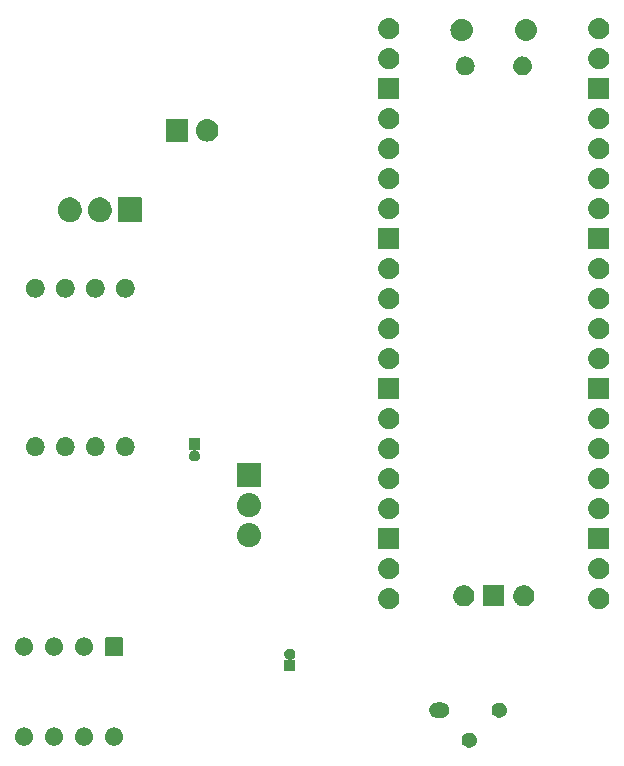
<source format=gbs>
%TF.GenerationSoftware,KiCad,Pcbnew,7.0.9*%
%TF.CreationDate,2024-01-26T17:26:55+01:00*%
%TF.ProjectId,BPN,42504e2e-6b69-4636-9164-5f7063625858,rev?*%
%TF.SameCoordinates,Original*%
%TF.FileFunction,Soldermask,Bot*%
%TF.FilePolarity,Negative*%
%FSLAX46Y46*%
G04 Gerber Fmt 4.6, Leading zero omitted, Abs format (unit mm)*
G04 Created by KiCad (PCBNEW 7.0.9) date 2024-01-26 17:26:55*
%MOMM*%
%LPD*%
G01*
G04 APERTURE LIST*
G04 APERTURE END LIST*
G36*
X190241315Y-137863884D02*
G01*
X190380064Y-137936705D01*
X190497354Y-138040615D01*
X190586368Y-138169575D01*
X190641934Y-138316090D01*
X190660822Y-138471645D01*
X190641934Y-138627200D01*
X190586368Y-138773715D01*
X190497354Y-138902675D01*
X190380064Y-139006585D01*
X190241315Y-139079406D01*
X190089171Y-139116906D01*
X189932473Y-139116906D01*
X189780329Y-139079406D01*
X189641580Y-139006585D01*
X189524290Y-138902675D01*
X189435276Y-138773715D01*
X189379710Y-138627200D01*
X189360822Y-138471645D01*
X189379710Y-138316090D01*
X189435276Y-138169575D01*
X189524290Y-138040615D01*
X189641580Y-137936705D01*
X189780329Y-137863884D01*
X189932473Y-137826384D01*
X190089171Y-137826384D01*
X190241315Y-137863884D01*
G37*
G36*
X152357382Y-137395370D02*
G01*
X152398309Y-137395370D01*
X152444478Y-137405183D01*
X152489898Y-137410301D01*
X152522923Y-137421856D01*
X152556934Y-137429086D01*
X152605946Y-137450907D01*
X152653916Y-137467693D01*
X152678885Y-137483382D01*
X152705082Y-137495046D01*
X152753930Y-137530536D01*
X152801050Y-137560144D01*
X152817970Y-137577064D01*
X152836281Y-137590368D01*
X152881547Y-137640641D01*
X152923923Y-137683017D01*
X152933670Y-137698529D01*
X152944797Y-137710887D01*
X152982864Y-137776821D01*
X153016374Y-137830151D01*
X153020557Y-137842106D01*
X153025882Y-137851329D01*
X153053148Y-137935246D01*
X153073766Y-137994169D01*
X153074547Y-138001108D01*
X153075995Y-138005562D01*
X153089115Y-138130397D01*
X153093222Y-138166845D01*
X153089114Y-138203295D01*
X153075995Y-138328127D01*
X153074548Y-138332580D01*
X153073766Y-138339521D01*
X153053143Y-138398456D01*
X153025882Y-138482360D01*
X153020558Y-138491580D01*
X153016374Y-138503539D01*
X152982857Y-138556879D01*
X152944797Y-138622802D01*
X152933672Y-138635157D01*
X152923923Y-138650673D01*
X152881538Y-138693057D01*
X152836281Y-138743321D01*
X152817974Y-138756621D01*
X152801050Y-138773546D01*
X152753920Y-138803159D01*
X152705082Y-138838643D01*
X152678891Y-138850303D01*
X152653916Y-138865997D01*
X152605936Y-138882785D01*
X152556934Y-138904603D01*
X152522928Y-138911831D01*
X152489898Y-138923389D01*
X152444475Y-138928506D01*
X152398309Y-138938320D01*
X152357382Y-138938320D01*
X152317222Y-138942845D01*
X152277062Y-138938320D01*
X152236135Y-138938320D01*
X152189967Y-138928506D01*
X152144546Y-138923389D01*
X152111516Y-138911831D01*
X152077509Y-138904603D01*
X152028503Y-138882784D01*
X151980528Y-138865997D01*
X151955555Y-138850305D01*
X151929361Y-138838643D01*
X151880515Y-138803154D01*
X151833394Y-138773546D01*
X151816472Y-138756624D01*
X151798162Y-138743321D01*
X151752895Y-138693047D01*
X151710521Y-138650673D01*
X151700774Y-138635160D01*
X151689646Y-138622802D01*
X151651573Y-138556859D01*
X151618070Y-138503539D01*
X151613887Y-138491585D01*
X151608561Y-138482360D01*
X151581286Y-138398416D01*
X151560678Y-138339521D01*
X151559896Y-138332585D01*
X151558448Y-138328127D01*
X151545314Y-138203163D01*
X151541222Y-138166845D01*
X151545313Y-138130529D01*
X151558448Y-138005562D01*
X151559896Y-138001103D01*
X151560678Y-137994169D01*
X151581281Y-137935286D01*
X151608561Y-137851329D01*
X151613888Y-137842102D01*
X151618070Y-137830151D01*
X151651566Y-137776841D01*
X151689646Y-137710887D01*
X151700776Y-137698525D01*
X151710521Y-137683017D01*
X151752885Y-137640652D01*
X151798162Y-137590368D01*
X151816475Y-137577062D01*
X151833394Y-137560144D01*
X151880512Y-137530537D01*
X151929361Y-137495047D01*
X151955556Y-137483383D01*
X151980528Y-137467693D01*
X152028495Y-137450908D01*
X152077511Y-137429085D01*
X152111525Y-137421855D01*
X152144546Y-137410301D01*
X152189962Y-137405183D01*
X152236135Y-137395370D01*
X152277062Y-137395370D01*
X152317222Y-137390845D01*
X152357382Y-137395370D01*
G37*
G36*
X154897382Y-137395370D02*
G01*
X154938309Y-137395370D01*
X154984478Y-137405183D01*
X155029898Y-137410301D01*
X155062923Y-137421856D01*
X155096934Y-137429086D01*
X155145946Y-137450907D01*
X155193916Y-137467693D01*
X155218885Y-137483382D01*
X155245082Y-137495046D01*
X155293930Y-137530536D01*
X155341050Y-137560144D01*
X155357970Y-137577064D01*
X155376281Y-137590368D01*
X155421547Y-137640641D01*
X155463923Y-137683017D01*
X155473670Y-137698529D01*
X155484797Y-137710887D01*
X155522864Y-137776821D01*
X155556374Y-137830151D01*
X155560557Y-137842106D01*
X155565882Y-137851329D01*
X155593148Y-137935246D01*
X155613766Y-137994169D01*
X155614547Y-138001108D01*
X155615995Y-138005562D01*
X155629115Y-138130397D01*
X155633222Y-138166845D01*
X155629114Y-138203295D01*
X155615995Y-138328127D01*
X155614548Y-138332580D01*
X155613766Y-138339521D01*
X155593143Y-138398456D01*
X155565882Y-138482360D01*
X155560558Y-138491580D01*
X155556374Y-138503539D01*
X155522857Y-138556879D01*
X155484797Y-138622802D01*
X155473672Y-138635157D01*
X155463923Y-138650673D01*
X155421538Y-138693057D01*
X155376281Y-138743321D01*
X155357974Y-138756621D01*
X155341050Y-138773546D01*
X155293920Y-138803159D01*
X155245082Y-138838643D01*
X155218891Y-138850303D01*
X155193916Y-138865997D01*
X155145936Y-138882785D01*
X155096934Y-138904603D01*
X155062928Y-138911831D01*
X155029898Y-138923389D01*
X154984475Y-138928506D01*
X154938309Y-138938320D01*
X154897382Y-138938320D01*
X154857222Y-138942845D01*
X154817062Y-138938320D01*
X154776135Y-138938320D01*
X154729967Y-138928506D01*
X154684546Y-138923389D01*
X154651516Y-138911831D01*
X154617509Y-138904603D01*
X154568503Y-138882784D01*
X154520528Y-138865997D01*
X154495555Y-138850305D01*
X154469361Y-138838643D01*
X154420515Y-138803154D01*
X154373394Y-138773546D01*
X154356472Y-138756624D01*
X154338162Y-138743321D01*
X154292895Y-138693047D01*
X154250521Y-138650673D01*
X154240774Y-138635160D01*
X154229646Y-138622802D01*
X154191573Y-138556859D01*
X154158070Y-138503539D01*
X154153887Y-138491585D01*
X154148561Y-138482360D01*
X154121286Y-138398416D01*
X154100678Y-138339521D01*
X154099896Y-138332585D01*
X154098448Y-138328127D01*
X154085314Y-138203163D01*
X154081222Y-138166845D01*
X154085313Y-138130529D01*
X154098448Y-138005562D01*
X154099896Y-138001103D01*
X154100678Y-137994169D01*
X154121281Y-137935286D01*
X154148561Y-137851329D01*
X154153888Y-137842102D01*
X154158070Y-137830151D01*
X154191566Y-137776841D01*
X154229646Y-137710887D01*
X154240776Y-137698525D01*
X154250521Y-137683017D01*
X154292885Y-137640652D01*
X154338162Y-137590368D01*
X154356475Y-137577062D01*
X154373394Y-137560144D01*
X154420512Y-137530537D01*
X154469361Y-137495047D01*
X154495556Y-137483383D01*
X154520528Y-137467693D01*
X154568495Y-137450908D01*
X154617511Y-137429085D01*
X154651525Y-137421855D01*
X154684546Y-137410301D01*
X154729962Y-137405183D01*
X154776135Y-137395370D01*
X154817062Y-137395370D01*
X154857222Y-137390845D01*
X154897382Y-137395370D01*
G37*
G36*
X157437382Y-137395370D02*
G01*
X157478309Y-137395370D01*
X157524478Y-137405183D01*
X157569898Y-137410301D01*
X157602923Y-137421856D01*
X157636934Y-137429086D01*
X157685946Y-137450907D01*
X157733916Y-137467693D01*
X157758885Y-137483382D01*
X157785082Y-137495046D01*
X157833930Y-137530536D01*
X157881050Y-137560144D01*
X157897970Y-137577064D01*
X157916281Y-137590368D01*
X157961547Y-137640641D01*
X158003923Y-137683017D01*
X158013670Y-137698529D01*
X158024797Y-137710887D01*
X158062864Y-137776821D01*
X158096374Y-137830151D01*
X158100557Y-137842106D01*
X158105882Y-137851329D01*
X158133148Y-137935246D01*
X158153766Y-137994169D01*
X158154547Y-138001108D01*
X158155995Y-138005562D01*
X158169115Y-138130397D01*
X158173222Y-138166845D01*
X158169114Y-138203295D01*
X158155995Y-138328127D01*
X158154548Y-138332580D01*
X158153766Y-138339521D01*
X158133143Y-138398456D01*
X158105882Y-138482360D01*
X158100558Y-138491580D01*
X158096374Y-138503539D01*
X158062857Y-138556879D01*
X158024797Y-138622802D01*
X158013672Y-138635157D01*
X158003923Y-138650673D01*
X157961538Y-138693057D01*
X157916281Y-138743321D01*
X157897974Y-138756621D01*
X157881050Y-138773546D01*
X157833920Y-138803159D01*
X157785082Y-138838643D01*
X157758891Y-138850303D01*
X157733916Y-138865997D01*
X157685936Y-138882785D01*
X157636934Y-138904603D01*
X157602928Y-138911831D01*
X157569898Y-138923389D01*
X157524475Y-138928506D01*
X157478309Y-138938320D01*
X157437382Y-138938320D01*
X157397222Y-138942845D01*
X157357062Y-138938320D01*
X157316135Y-138938320D01*
X157269967Y-138928506D01*
X157224546Y-138923389D01*
X157191516Y-138911831D01*
X157157509Y-138904603D01*
X157108503Y-138882784D01*
X157060528Y-138865997D01*
X157035555Y-138850305D01*
X157009361Y-138838643D01*
X156960515Y-138803154D01*
X156913394Y-138773546D01*
X156896472Y-138756624D01*
X156878162Y-138743321D01*
X156832895Y-138693047D01*
X156790521Y-138650673D01*
X156780774Y-138635160D01*
X156769646Y-138622802D01*
X156731573Y-138556859D01*
X156698070Y-138503539D01*
X156693887Y-138491585D01*
X156688561Y-138482360D01*
X156661286Y-138398416D01*
X156640678Y-138339521D01*
X156639896Y-138332585D01*
X156638448Y-138328127D01*
X156625314Y-138203163D01*
X156621222Y-138166845D01*
X156625313Y-138130529D01*
X156638448Y-138005562D01*
X156639896Y-138001103D01*
X156640678Y-137994169D01*
X156661281Y-137935286D01*
X156688561Y-137851329D01*
X156693888Y-137842102D01*
X156698070Y-137830151D01*
X156731566Y-137776841D01*
X156769646Y-137710887D01*
X156780776Y-137698525D01*
X156790521Y-137683017D01*
X156832885Y-137640652D01*
X156878162Y-137590368D01*
X156896475Y-137577062D01*
X156913394Y-137560144D01*
X156960512Y-137530537D01*
X157009361Y-137495047D01*
X157035556Y-137483383D01*
X157060528Y-137467693D01*
X157108495Y-137450908D01*
X157157511Y-137429085D01*
X157191525Y-137421855D01*
X157224546Y-137410301D01*
X157269962Y-137405183D01*
X157316135Y-137395370D01*
X157357062Y-137395370D01*
X157397222Y-137390845D01*
X157437382Y-137395370D01*
G37*
G36*
X159977382Y-137395370D02*
G01*
X160018309Y-137395370D01*
X160064478Y-137405183D01*
X160109898Y-137410301D01*
X160142923Y-137421856D01*
X160176934Y-137429086D01*
X160225946Y-137450907D01*
X160273916Y-137467693D01*
X160298885Y-137483382D01*
X160325082Y-137495046D01*
X160373930Y-137530536D01*
X160421050Y-137560144D01*
X160437970Y-137577064D01*
X160456281Y-137590368D01*
X160501547Y-137640641D01*
X160543923Y-137683017D01*
X160553670Y-137698529D01*
X160564797Y-137710887D01*
X160602864Y-137776821D01*
X160636374Y-137830151D01*
X160640557Y-137842106D01*
X160645882Y-137851329D01*
X160673148Y-137935246D01*
X160693766Y-137994169D01*
X160694547Y-138001108D01*
X160695995Y-138005562D01*
X160709115Y-138130397D01*
X160713222Y-138166845D01*
X160709114Y-138203295D01*
X160695995Y-138328127D01*
X160694548Y-138332580D01*
X160693766Y-138339521D01*
X160673143Y-138398456D01*
X160645882Y-138482360D01*
X160640558Y-138491580D01*
X160636374Y-138503539D01*
X160602857Y-138556879D01*
X160564797Y-138622802D01*
X160553672Y-138635157D01*
X160543923Y-138650673D01*
X160501538Y-138693057D01*
X160456281Y-138743321D01*
X160437974Y-138756621D01*
X160421050Y-138773546D01*
X160373920Y-138803159D01*
X160325082Y-138838643D01*
X160298891Y-138850303D01*
X160273916Y-138865997D01*
X160225936Y-138882785D01*
X160176934Y-138904603D01*
X160142928Y-138911831D01*
X160109898Y-138923389D01*
X160064475Y-138928506D01*
X160018309Y-138938320D01*
X159977382Y-138938320D01*
X159937222Y-138942845D01*
X159897062Y-138938320D01*
X159856135Y-138938320D01*
X159809967Y-138928506D01*
X159764546Y-138923389D01*
X159731516Y-138911831D01*
X159697509Y-138904603D01*
X159648503Y-138882784D01*
X159600528Y-138865997D01*
X159575555Y-138850305D01*
X159549361Y-138838643D01*
X159500515Y-138803154D01*
X159453394Y-138773546D01*
X159436472Y-138756624D01*
X159418162Y-138743321D01*
X159372895Y-138693047D01*
X159330521Y-138650673D01*
X159320774Y-138635160D01*
X159309646Y-138622802D01*
X159271573Y-138556859D01*
X159238070Y-138503539D01*
X159233887Y-138491585D01*
X159228561Y-138482360D01*
X159201286Y-138398416D01*
X159180678Y-138339521D01*
X159179896Y-138332585D01*
X159178448Y-138328127D01*
X159165314Y-138203163D01*
X159161222Y-138166845D01*
X159165313Y-138130529D01*
X159178448Y-138005562D01*
X159179896Y-138001103D01*
X159180678Y-137994169D01*
X159201281Y-137935286D01*
X159228561Y-137851329D01*
X159233888Y-137842102D01*
X159238070Y-137830151D01*
X159271566Y-137776841D01*
X159309646Y-137710887D01*
X159320776Y-137698525D01*
X159330521Y-137683017D01*
X159372885Y-137640652D01*
X159418162Y-137590368D01*
X159436475Y-137577062D01*
X159453394Y-137560144D01*
X159500512Y-137530537D01*
X159549361Y-137495047D01*
X159575556Y-137483383D01*
X159600528Y-137467693D01*
X159648495Y-137450908D01*
X159697511Y-137429085D01*
X159731525Y-137421855D01*
X159764546Y-137410301D01*
X159809962Y-137405183D01*
X159856135Y-137395370D01*
X159897062Y-137395370D01*
X159937222Y-137390845D01*
X159977382Y-137395370D01*
G37*
G36*
X187752289Y-135286770D02*
G01*
X187790218Y-135296508D01*
X187826287Y-135300888D01*
X187866138Y-135316001D01*
X187910103Y-135327290D01*
X187941688Y-135344654D01*
X187972722Y-135356424D01*
X188010384Y-135382420D01*
X188052882Y-135405784D01*
X188076880Y-135428319D01*
X188101605Y-135445386D01*
X188134031Y-135481987D01*
X188171656Y-135517319D01*
X188187624Y-135542480D01*
X188205459Y-135562612D01*
X188229645Y-135608695D01*
X188258960Y-135654888D01*
X188267202Y-135680254D01*
X188278238Y-135701282D01*
X188291449Y-135754879D01*
X188309309Y-135809847D01*
X188310786Y-135833331D01*
X188315718Y-135853339D01*
X188315718Y-135911721D01*
X188319539Y-135972459D01*
X188315718Y-135992489D01*
X188315718Y-136009950D01*
X188300986Y-136069713D01*
X188289009Y-136132506D01*
X188281660Y-136148122D01*
X188278238Y-136162007D01*
X188248148Y-136219338D01*
X188219635Y-136279932D01*
X188210640Y-136290804D01*
X188205459Y-136300677D01*
X188160374Y-136351566D01*
X188115778Y-136405475D01*
X188106902Y-136411923D01*
X188101605Y-136417903D01*
X188042875Y-136458441D01*
X187983962Y-136501244D01*
X187976699Y-136504119D01*
X187972722Y-136506865D01*
X187902510Y-136533492D01*
X187832470Y-136561224D01*
X187827852Y-136561807D01*
X187826287Y-136562401D01*
X187745590Y-136572199D01*
X187670822Y-136581645D01*
X187667801Y-136581645D01*
X187273843Y-136581645D01*
X187270822Y-136581645D01*
X187189355Y-136576520D01*
X187151420Y-136566780D01*
X187115356Y-136562401D01*
X187075511Y-136547289D01*
X187031541Y-136536000D01*
X186999951Y-136518633D01*
X186968921Y-136506865D01*
X186931262Y-136480870D01*
X186888762Y-136457506D01*
X186864762Y-136434969D01*
X186840038Y-136417903D01*
X186807612Y-136381301D01*
X186769988Y-136345971D01*
X186754020Y-136320809D01*
X186736184Y-136300677D01*
X186711996Y-136254590D01*
X186682684Y-136208402D01*
X186674442Y-136183037D01*
X186663405Y-136162007D01*
X186650193Y-136108405D01*
X186632335Y-136053443D01*
X186630857Y-136029957D01*
X186625926Y-136009950D01*
X186625926Y-135951568D01*
X186622105Y-135890831D01*
X186625926Y-135870800D01*
X186625926Y-135853339D01*
X186640659Y-135793564D01*
X186652635Y-135730784D01*
X186659981Y-135715172D01*
X186663405Y-135701282D01*
X186693508Y-135643923D01*
X186722009Y-135583358D01*
X186730999Y-135572490D01*
X186736184Y-135562612D01*
X186781296Y-135511691D01*
X186825866Y-135457815D01*
X186834736Y-135451370D01*
X186840038Y-135445386D01*
X186898815Y-135404814D01*
X186957682Y-135362046D01*
X186964938Y-135359172D01*
X186968921Y-135356424D01*
X187039215Y-135329764D01*
X187109174Y-135302066D01*
X187113786Y-135301483D01*
X187115356Y-135300888D01*
X187196165Y-135291076D01*
X187270822Y-135281645D01*
X187670822Y-135281645D01*
X187752289Y-135286770D01*
G37*
G36*
X192781315Y-135323884D02*
G01*
X192920064Y-135396705D01*
X193037354Y-135500615D01*
X193126368Y-135629575D01*
X193181934Y-135776090D01*
X193200822Y-135931645D01*
X193181934Y-136087200D01*
X193126368Y-136233715D01*
X193037354Y-136362675D01*
X192920064Y-136466585D01*
X192781315Y-136539406D01*
X192629171Y-136576906D01*
X192472473Y-136576906D01*
X192320329Y-136539406D01*
X192181580Y-136466585D01*
X192064290Y-136362675D01*
X191975276Y-136233715D01*
X191919710Y-136087200D01*
X191900822Y-135931645D01*
X191919710Y-135776090D01*
X191975276Y-135629575D01*
X192064290Y-135500615D01*
X192181580Y-135396705D01*
X192320329Y-135323884D01*
X192472473Y-135286384D01*
X192629171Y-135286384D01*
X192781315Y-135323884D01*
G37*
G36*
X174855074Y-130715180D02*
G01*
X174889222Y-130715180D01*
X174916975Y-130723329D01*
X174944448Y-130726946D01*
X174981349Y-130742231D01*
X175018944Y-130753270D01*
X175038789Y-130766023D01*
X175058905Y-130774356D01*
X175095761Y-130802637D01*
X175132681Y-130826364D01*
X175144583Y-130840100D01*
X175157193Y-130849776D01*
X175189888Y-130892385D01*
X175221217Y-130928541D01*
X175226488Y-130940083D01*
X175232609Y-130948060D01*
X175256778Y-131006409D01*
X175277381Y-131051522D01*
X175278399Y-131058605D01*
X175280020Y-131062518D01*
X175291501Y-131149733D01*
X175296622Y-131185345D01*
X175291501Y-131220959D01*
X175280020Y-131308171D01*
X175278399Y-131312082D01*
X175277381Y-131319168D01*
X175256777Y-131364283D01*
X175232610Y-131422628D01*
X175226488Y-131430605D01*
X175221217Y-131442149D01*
X175189885Y-131478307D01*
X175157192Y-131520915D01*
X175144583Y-131530590D01*
X175132681Y-131544326D01*
X175095758Y-131568054D01*
X175058904Y-131596334D01*
X175038792Y-131604664D01*
X175018944Y-131617420D01*
X174981336Y-131628462D01*
X174977975Y-131629855D01*
X174993985Y-131710345D01*
X175246622Y-131710345D01*
X175265756Y-131714151D01*
X175281977Y-131724990D01*
X175292816Y-131741211D01*
X175296622Y-131760345D01*
X175296622Y-132610345D01*
X175292816Y-132629479D01*
X175281977Y-132645700D01*
X175265756Y-132656539D01*
X175246622Y-132660345D01*
X174396622Y-132660345D01*
X174377488Y-132656539D01*
X174361267Y-132645700D01*
X174350428Y-132629479D01*
X174346622Y-132610345D01*
X174346622Y-131760345D01*
X174350428Y-131741211D01*
X174361267Y-131724990D01*
X174377488Y-131714151D01*
X174396622Y-131710345D01*
X174649259Y-131710345D01*
X174665269Y-131629855D01*
X174661906Y-131628462D01*
X174624300Y-131617420D01*
X174604453Y-131604665D01*
X174584339Y-131596334D01*
X174547479Y-131568050D01*
X174510563Y-131544326D01*
X174498662Y-131530592D01*
X174486051Y-131520915D01*
X174453349Y-131478297D01*
X174422027Y-131442149D01*
X174416756Y-131430608D01*
X174410633Y-131422628D01*
X174386456Y-131364260D01*
X174365863Y-131319168D01*
X174364844Y-131312086D01*
X174363223Y-131308171D01*
X174351730Y-131220877D01*
X174346622Y-131185345D01*
X174351730Y-131149815D01*
X174363223Y-131062518D01*
X174364845Y-131058602D01*
X174365863Y-131051522D01*
X174386454Y-131006432D01*
X174410634Y-130948060D01*
X174416757Y-130940079D01*
X174422027Y-130928541D01*
X174453343Y-130892399D01*
X174486051Y-130849774D01*
X174498665Y-130840094D01*
X174510563Y-130826364D01*
X174547473Y-130802643D01*
X174584337Y-130774357D01*
X174604454Y-130766023D01*
X174624300Y-130753270D01*
X174661892Y-130742231D01*
X174698795Y-130726946D01*
X174726268Y-130723329D01*
X174754022Y-130715180D01*
X174788169Y-130715180D01*
X174821622Y-130710776D01*
X174855074Y-130715180D01*
G37*
G36*
X152357382Y-129775370D02*
G01*
X152398309Y-129775370D01*
X152444478Y-129785183D01*
X152489898Y-129790301D01*
X152522923Y-129801856D01*
X152556934Y-129809086D01*
X152605946Y-129830907D01*
X152653916Y-129847693D01*
X152678885Y-129863382D01*
X152705082Y-129875046D01*
X152753930Y-129910536D01*
X152801050Y-129940144D01*
X152817970Y-129957064D01*
X152836281Y-129970368D01*
X152881547Y-130020641D01*
X152923923Y-130063017D01*
X152933670Y-130078529D01*
X152944797Y-130090887D01*
X152982864Y-130156821D01*
X153016374Y-130210151D01*
X153020557Y-130222106D01*
X153025882Y-130231329D01*
X153053148Y-130315246D01*
X153073766Y-130374169D01*
X153074547Y-130381108D01*
X153075995Y-130385562D01*
X153089115Y-130510397D01*
X153093222Y-130546845D01*
X153089114Y-130583295D01*
X153075995Y-130708127D01*
X153074548Y-130712580D01*
X153073766Y-130719521D01*
X153053143Y-130778456D01*
X153025882Y-130862360D01*
X153020558Y-130871580D01*
X153016374Y-130883539D01*
X152982857Y-130936879D01*
X152944797Y-131002802D01*
X152933672Y-131015157D01*
X152923923Y-131030673D01*
X152881538Y-131073057D01*
X152836281Y-131123321D01*
X152817974Y-131136621D01*
X152801050Y-131153546D01*
X152753920Y-131183159D01*
X152705082Y-131218643D01*
X152678891Y-131230303D01*
X152653916Y-131245997D01*
X152605936Y-131262785D01*
X152556934Y-131284603D01*
X152522928Y-131291831D01*
X152489898Y-131303389D01*
X152444475Y-131308506D01*
X152398309Y-131318320D01*
X152357382Y-131318320D01*
X152317222Y-131322845D01*
X152277062Y-131318320D01*
X152236135Y-131318320D01*
X152189967Y-131308506D01*
X152144546Y-131303389D01*
X152111516Y-131291831D01*
X152077509Y-131284603D01*
X152028503Y-131262784D01*
X151980528Y-131245997D01*
X151955555Y-131230305D01*
X151929361Y-131218643D01*
X151880515Y-131183154D01*
X151833394Y-131153546D01*
X151816472Y-131136624D01*
X151798162Y-131123321D01*
X151752895Y-131073047D01*
X151710521Y-131030673D01*
X151700774Y-131015160D01*
X151689646Y-131002802D01*
X151651573Y-130936859D01*
X151618070Y-130883539D01*
X151613887Y-130871585D01*
X151608561Y-130862360D01*
X151581286Y-130778416D01*
X151560678Y-130719521D01*
X151559896Y-130712585D01*
X151558448Y-130708127D01*
X151545314Y-130583163D01*
X151541222Y-130546845D01*
X151545313Y-130510529D01*
X151558448Y-130385562D01*
X151559896Y-130381103D01*
X151560678Y-130374169D01*
X151581281Y-130315286D01*
X151608561Y-130231329D01*
X151613888Y-130222102D01*
X151618070Y-130210151D01*
X151651566Y-130156841D01*
X151689646Y-130090887D01*
X151700776Y-130078525D01*
X151710521Y-130063017D01*
X151752885Y-130020652D01*
X151798162Y-129970368D01*
X151816475Y-129957062D01*
X151833394Y-129940144D01*
X151880512Y-129910537D01*
X151929361Y-129875047D01*
X151955556Y-129863383D01*
X151980528Y-129847693D01*
X152028495Y-129830908D01*
X152077511Y-129809085D01*
X152111525Y-129801855D01*
X152144546Y-129790301D01*
X152189962Y-129785183D01*
X152236135Y-129775370D01*
X152277062Y-129775370D01*
X152317222Y-129770845D01*
X152357382Y-129775370D01*
G37*
G36*
X154897382Y-129775370D02*
G01*
X154938309Y-129775370D01*
X154984478Y-129785183D01*
X155029898Y-129790301D01*
X155062923Y-129801856D01*
X155096934Y-129809086D01*
X155145946Y-129830907D01*
X155193916Y-129847693D01*
X155218885Y-129863382D01*
X155245082Y-129875046D01*
X155293930Y-129910536D01*
X155341050Y-129940144D01*
X155357970Y-129957064D01*
X155376281Y-129970368D01*
X155421547Y-130020641D01*
X155463923Y-130063017D01*
X155473670Y-130078529D01*
X155484797Y-130090887D01*
X155522864Y-130156821D01*
X155556374Y-130210151D01*
X155560557Y-130222106D01*
X155565882Y-130231329D01*
X155593148Y-130315246D01*
X155613766Y-130374169D01*
X155614547Y-130381108D01*
X155615995Y-130385562D01*
X155629115Y-130510397D01*
X155633222Y-130546845D01*
X155629114Y-130583295D01*
X155615995Y-130708127D01*
X155614548Y-130712580D01*
X155613766Y-130719521D01*
X155593143Y-130778456D01*
X155565882Y-130862360D01*
X155560558Y-130871580D01*
X155556374Y-130883539D01*
X155522857Y-130936879D01*
X155484797Y-131002802D01*
X155473672Y-131015157D01*
X155463923Y-131030673D01*
X155421538Y-131073057D01*
X155376281Y-131123321D01*
X155357974Y-131136621D01*
X155341050Y-131153546D01*
X155293920Y-131183159D01*
X155245082Y-131218643D01*
X155218891Y-131230303D01*
X155193916Y-131245997D01*
X155145936Y-131262785D01*
X155096934Y-131284603D01*
X155062928Y-131291831D01*
X155029898Y-131303389D01*
X154984475Y-131308506D01*
X154938309Y-131318320D01*
X154897382Y-131318320D01*
X154857222Y-131322845D01*
X154817062Y-131318320D01*
X154776135Y-131318320D01*
X154729967Y-131308506D01*
X154684546Y-131303389D01*
X154651516Y-131291831D01*
X154617509Y-131284603D01*
X154568503Y-131262784D01*
X154520528Y-131245997D01*
X154495555Y-131230305D01*
X154469361Y-131218643D01*
X154420515Y-131183154D01*
X154373394Y-131153546D01*
X154356472Y-131136624D01*
X154338162Y-131123321D01*
X154292895Y-131073047D01*
X154250521Y-131030673D01*
X154240774Y-131015160D01*
X154229646Y-131002802D01*
X154191573Y-130936859D01*
X154158070Y-130883539D01*
X154153887Y-130871585D01*
X154148561Y-130862360D01*
X154121286Y-130778416D01*
X154100678Y-130719521D01*
X154099896Y-130712585D01*
X154098448Y-130708127D01*
X154085314Y-130583163D01*
X154081222Y-130546845D01*
X154085313Y-130510529D01*
X154098448Y-130385562D01*
X154099896Y-130381103D01*
X154100678Y-130374169D01*
X154121281Y-130315286D01*
X154148561Y-130231329D01*
X154153888Y-130222102D01*
X154158070Y-130210151D01*
X154191566Y-130156841D01*
X154229646Y-130090887D01*
X154240776Y-130078525D01*
X154250521Y-130063017D01*
X154292885Y-130020652D01*
X154338162Y-129970368D01*
X154356475Y-129957062D01*
X154373394Y-129940144D01*
X154420512Y-129910537D01*
X154469361Y-129875047D01*
X154495556Y-129863383D01*
X154520528Y-129847693D01*
X154568495Y-129830908D01*
X154617511Y-129809085D01*
X154651525Y-129801855D01*
X154684546Y-129790301D01*
X154729962Y-129785183D01*
X154776135Y-129775370D01*
X154817062Y-129775370D01*
X154857222Y-129770845D01*
X154897382Y-129775370D01*
G37*
G36*
X157437382Y-129775370D02*
G01*
X157478309Y-129775370D01*
X157524478Y-129785183D01*
X157569898Y-129790301D01*
X157602923Y-129801856D01*
X157636934Y-129809086D01*
X157685946Y-129830907D01*
X157733916Y-129847693D01*
X157758885Y-129863382D01*
X157785082Y-129875046D01*
X157833930Y-129910536D01*
X157881050Y-129940144D01*
X157897970Y-129957064D01*
X157916281Y-129970368D01*
X157961547Y-130020641D01*
X158003923Y-130063017D01*
X158013670Y-130078529D01*
X158024797Y-130090887D01*
X158062864Y-130156821D01*
X158096374Y-130210151D01*
X158100557Y-130222106D01*
X158105882Y-130231329D01*
X158133148Y-130315246D01*
X158153766Y-130374169D01*
X158154547Y-130381108D01*
X158155995Y-130385562D01*
X158169115Y-130510397D01*
X158173222Y-130546845D01*
X158169114Y-130583295D01*
X158155995Y-130708127D01*
X158154548Y-130712580D01*
X158153766Y-130719521D01*
X158133143Y-130778456D01*
X158105882Y-130862360D01*
X158100558Y-130871580D01*
X158096374Y-130883539D01*
X158062857Y-130936879D01*
X158024797Y-131002802D01*
X158013672Y-131015157D01*
X158003923Y-131030673D01*
X157961538Y-131073057D01*
X157916281Y-131123321D01*
X157897974Y-131136621D01*
X157881050Y-131153546D01*
X157833920Y-131183159D01*
X157785082Y-131218643D01*
X157758891Y-131230303D01*
X157733916Y-131245997D01*
X157685936Y-131262785D01*
X157636934Y-131284603D01*
X157602928Y-131291831D01*
X157569898Y-131303389D01*
X157524475Y-131308506D01*
X157478309Y-131318320D01*
X157437382Y-131318320D01*
X157397222Y-131322845D01*
X157357062Y-131318320D01*
X157316135Y-131318320D01*
X157269967Y-131308506D01*
X157224546Y-131303389D01*
X157191516Y-131291831D01*
X157157509Y-131284603D01*
X157108503Y-131262784D01*
X157060528Y-131245997D01*
X157035555Y-131230305D01*
X157009361Y-131218643D01*
X156960515Y-131183154D01*
X156913394Y-131153546D01*
X156896472Y-131136624D01*
X156878162Y-131123321D01*
X156832895Y-131073047D01*
X156790521Y-131030673D01*
X156780774Y-131015160D01*
X156769646Y-131002802D01*
X156731573Y-130936859D01*
X156698070Y-130883539D01*
X156693887Y-130871585D01*
X156688561Y-130862360D01*
X156661286Y-130778416D01*
X156640678Y-130719521D01*
X156639896Y-130712585D01*
X156638448Y-130708127D01*
X156625314Y-130583163D01*
X156621222Y-130546845D01*
X156625313Y-130510529D01*
X156638448Y-130385562D01*
X156639896Y-130381103D01*
X156640678Y-130374169D01*
X156661281Y-130315286D01*
X156688561Y-130231329D01*
X156693888Y-130222102D01*
X156698070Y-130210151D01*
X156731566Y-130156841D01*
X156769646Y-130090887D01*
X156780776Y-130078525D01*
X156790521Y-130063017D01*
X156832885Y-130020652D01*
X156878162Y-129970368D01*
X156896475Y-129957062D01*
X156913394Y-129940144D01*
X156960512Y-129910537D01*
X157009361Y-129875047D01*
X157035556Y-129863383D01*
X157060528Y-129847693D01*
X157108495Y-129830908D01*
X157157511Y-129809085D01*
X157191525Y-129801855D01*
X157224546Y-129790301D01*
X157269962Y-129785183D01*
X157316135Y-129775370D01*
X157357062Y-129775370D01*
X157397222Y-129770845D01*
X157437382Y-129775370D01*
G37*
G36*
X160650256Y-129778609D02*
G01*
X160683347Y-129800720D01*
X160705458Y-129833811D01*
X160713222Y-129872845D01*
X160713222Y-131220845D01*
X160705458Y-131259879D01*
X160683347Y-131292970D01*
X160650256Y-131315081D01*
X160611222Y-131322845D01*
X159263222Y-131322845D01*
X159224188Y-131315081D01*
X159191097Y-131292970D01*
X159168986Y-131259879D01*
X159161222Y-131220845D01*
X159161222Y-129872845D01*
X159168986Y-129833811D01*
X159191097Y-129800720D01*
X159224188Y-129778609D01*
X159263222Y-129770845D01*
X160611222Y-129770845D01*
X160650256Y-129778609D01*
G37*
G36*
X183251229Y-125587775D02*
G01*
X183297698Y-125587775D01*
X183337824Y-125596304D01*
X183379155Y-125600375D01*
X183431082Y-125616127D01*
X183481737Y-125626894D01*
X183514149Y-125641324D01*
X183547943Y-125651576D01*
X183601645Y-125680280D01*
X183653622Y-125703422D01*
X183677787Y-125720979D01*
X183703500Y-125734723D01*
X183755955Y-125777772D01*
X183805840Y-125814015D01*
X183822034Y-125832000D01*
X183839847Y-125846619D01*
X183887711Y-125904942D01*
X183931737Y-125953838D01*
X183940987Y-125969860D01*
X183951743Y-125982966D01*
X183991530Y-126057402D01*
X184025813Y-126116782D01*
X184029756Y-126128919D01*
X184034890Y-126138523D01*
X184063190Y-126231816D01*
X184083955Y-126295724D01*
X184084686Y-126302679D01*
X184086091Y-126307311D01*
X184099773Y-126446230D01*
X184103622Y-126482845D01*
X184099773Y-126519462D01*
X184086091Y-126658378D01*
X184084686Y-126663009D01*
X184083955Y-126669966D01*
X184063185Y-126733887D01*
X184034890Y-126827166D01*
X184029757Y-126836768D01*
X184025813Y-126848908D01*
X183991523Y-126908299D01*
X183951743Y-126982723D01*
X183940989Y-126995826D01*
X183931737Y-127011852D01*
X183887702Y-127060757D01*
X183839847Y-127119070D01*
X183822037Y-127133685D01*
X183805840Y-127151675D01*
X183755945Y-127187925D01*
X183703500Y-127230966D01*
X183677793Y-127244706D01*
X183653622Y-127262268D01*
X183601634Y-127285414D01*
X183547943Y-127314113D01*
X183514156Y-127324362D01*
X183481737Y-127338796D01*
X183431071Y-127349565D01*
X183379155Y-127365314D01*
X183337832Y-127369383D01*
X183297698Y-127377915D01*
X183251219Y-127377915D01*
X183203622Y-127382603D01*
X183156025Y-127377915D01*
X183109546Y-127377915D01*
X183069411Y-127369384D01*
X183028088Y-127365314D01*
X182976168Y-127349564D01*
X182925507Y-127338796D01*
X182893089Y-127324362D01*
X182859300Y-127314113D01*
X182805603Y-127285411D01*
X182753622Y-127262268D01*
X182729453Y-127244708D01*
X182703743Y-127230966D01*
X182651289Y-127187919D01*
X182601404Y-127151675D01*
X182585209Y-127133688D01*
X182567396Y-127119070D01*
X182519530Y-127060744D01*
X182475507Y-127011852D01*
X182466256Y-126995830D01*
X182455500Y-126982723D01*
X182415707Y-126908276D01*
X182381431Y-126848908D01*
X182377488Y-126836773D01*
X182372353Y-126827166D01*
X182344043Y-126733841D01*
X182323289Y-126669966D01*
X182322558Y-126663014D01*
X182321152Y-126658378D01*
X182307454Y-126519311D01*
X182303622Y-126482845D01*
X182307454Y-126446381D01*
X182321152Y-126307311D01*
X182322558Y-126302674D01*
X182323289Y-126295724D01*
X182344038Y-126231862D01*
X182372353Y-126138523D01*
X182377488Y-126128914D01*
X182381431Y-126116782D01*
X182415700Y-126057426D01*
X182455500Y-125982966D01*
X182466258Y-125969856D01*
X182475507Y-125953838D01*
X182519520Y-125904955D01*
X182567396Y-125846619D01*
X182585212Y-125831997D01*
X182601404Y-125814015D01*
X182651279Y-125777778D01*
X182703743Y-125734723D01*
X182729458Y-125720977D01*
X182753622Y-125703422D01*
X182805592Y-125680283D01*
X182859300Y-125651576D01*
X182893096Y-125641323D01*
X182925507Y-125626894D01*
X182976157Y-125616127D01*
X183028088Y-125600375D01*
X183069420Y-125596304D01*
X183109546Y-125587775D01*
X183156015Y-125587775D01*
X183203622Y-125583086D01*
X183251229Y-125587775D01*
G37*
G36*
X201031229Y-125587775D02*
G01*
X201077698Y-125587775D01*
X201117824Y-125596304D01*
X201159155Y-125600375D01*
X201211082Y-125616127D01*
X201261737Y-125626894D01*
X201294149Y-125641324D01*
X201327943Y-125651576D01*
X201381645Y-125680280D01*
X201433622Y-125703422D01*
X201457787Y-125720979D01*
X201483500Y-125734723D01*
X201535955Y-125777772D01*
X201585840Y-125814015D01*
X201602034Y-125832000D01*
X201619847Y-125846619D01*
X201667711Y-125904942D01*
X201711737Y-125953838D01*
X201720987Y-125969860D01*
X201731743Y-125982966D01*
X201771530Y-126057402D01*
X201805813Y-126116782D01*
X201809756Y-126128919D01*
X201814890Y-126138523D01*
X201843190Y-126231816D01*
X201863955Y-126295724D01*
X201864686Y-126302679D01*
X201866091Y-126307311D01*
X201879773Y-126446230D01*
X201883622Y-126482845D01*
X201879773Y-126519462D01*
X201866091Y-126658378D01*
X201864686Y-126663009D01*
X201863955Y-126669966D01*
X201843185Y-126733887D01*
X201814890Y-126827166D01*
X201809757Y-126836768D01*
X201805813Y-126848908D01*
X201771523Y-126908299D01*
X201731743Y-126982723D01*
X201720989Y-126995826D01*
X201711737Y-127011852D01*
X201667702Y-127060757D01*
X201619847Y-127119070D01*
X201602037Y-127133685D01*
X201585840Y-127151675D01*
X201535945Y-127187925D01*
X201483500Y-127230966D01*
X201457793Y-127244706D01*
X201433622Y-127262268D01*
X201381634Y-127285414D01*
X201327943Y-127314113D01*
X201294156Y-127324362D01*
X201261737Y-127338796D01*
X201211071Y-127349565D01*
X201159155Y-127365314D01*
X201117832Y-127369383D01*
X201077698Y-127377915D01*
X201031219Y-127377915D01*
X200983622Y-127382603D01*
X200936025Y-127377915D01*
X200889546Y-127377915D01*
X200849411Y-127369384D01*
X200808088Y-127365314D01*
X200756168Y-127349564D01*
X200705507Y-127338796D01*
X200673089Y-127324362D01*
X200639300Y-127314113D01*
X200585603Y-127285411D01*
X200533622Y-127262268D01*
X200509453Y-127244708D01*
X200483743Y-127230966D01*
X200431289Y-127187919D01*
X200381404Y-127151675D01*
X200365209Y-127133688D01*
X200347396Y-127119070D01*
X200299530Y-127060744D01*
X200255507Y-127011852D01*
X200246256Y-126995830D01*
X200235500Y-126982723D01*
X200195707Y-126908276D01*
X200161431Y-126848908D01*
X200157488Y-126836773D01*
X200152353Y-126827166D01*
X200124043Y-126733841D01*
X200103289Y-126669966D01*
X200102558Y-126663014D01*
X200101152Y-126658378D01*
X200087454Y-126519311D01*
X200083622Y-126482845D01*
X200087454Y-126446381D01*
X200101152Y-126307311D01*
X200102558Y-126302674D01*
X200103289Y-126295724D01*
X200124038Y-126231862D01*
X200152353Y-126138523D01*
X200157488Y-126128914D01*
X200161431Y-126116782D01*
X200195700Y-126057426D01*
X200235500Y-125982966D01*
X200246258Y-125969856D01*
X200255507Y-125953838D01*
X200299520Y-125904955D01*
X200347396Y-125846619D01*
X200365212Y-125831997D01*
X200381404Y-125814015D01*
X200431279Y-125777778D01*
X200483743Y-125734723D01*
X200509458Y-125720977D01*
X200533622Y-125703422D01*
X200585592Y-125680283D01*
X200639300Y-125651576D01*
X200673096Y-125641323D01*
X200705507Y-125626894D01*
X200756157Y-125616127D01*
X200808088Y-125600375D01*
X200849420Y-125596304D01*
X200889546Y-125587775D01*
X200936015Y-125587775D01*
X200983622Y-125583086D01*
X201031229Y-125587775D01*
G37*
G36*
X192962756Y-125356651D02*
G01*
X192978977Y-125367490D01*
X192989816Y-125383711D01*
X192993622Y-125402845D01*
X192993622Y-127102845D01*
X192989816Y-127121979D01*
X192978977Y-127138200D01*
X192962756Y-127149039D01*
X192943622Y-127152845D01*
X191243622Y-127152845D01*
X191224488Y-127149039D01*
X191208267Y-127138200D01*
X191197428Y-127121979D01*
X191193622Y-127102845D01*
X191193622Y-125402845D01*
X191197428Y-125383711D01*
X191208267Y-125367490D01*
X191224488Y-125356651D01*
X191243622Y-125352845D01*
X192943622Y-125352845D01*
X192962756Y-125356651D01*
G37*
G36*
X189601229Y-125357775D02*
G01*
X189647698Y-125357775D01*
X189687824Y-125366304D01*
X189729155Y-125370375D01*
X189781082Y-125386127D01*
X189831737Y-125396894D01*
X189864149Y-125411324D01*
X189897943Y-125421576D01*
X189951645Y-125450280D01*
X190003622Y-125473422D01*
X190027787Y-125490979D01*
X190053500Y-125504723D01*
X190105955Y-125547772D01*
X190155840Y-125584015D01*
X190172034Y-125602000D01*
X190189847Y-125616619D01*
X190237711Y-125674942D01*
X190281737Y-125723838D01*
X190290987Y-125739860D01*
X190301743Y-125752966D01*
X190341530Y-125827402D01*
X190375813Y-125886782D01*
X190379756Y-125898919D01*
X190384890Y-125908523D01*
X190413190Y-126001816D01*
X190433955Y-126065724D01*
X190434686Y-126072679D01*
X190436091Y-126077311D01*
X190449773Y-126216230D01*
X190453622Y-126252845D01*
X190449773Y-126289462D01*
X190436091Y-126428378D01*
X190434686Y-126433009D01*
X190433955Y-126439966D01*
X190413185Y-126503887D01*
X190384890Y-126597166D01*
X190379757Y-126606768D01*
X190375813Y-126618908D01*
X190341523Y-126678299D01*
X190301743Y-126752723D01*
X190290989Y-126765826D01*
X190281737Y-126781852D01*
X190237702Y-126830757D01*
X190189847Y-126889070D01*
X190172037Y-126903685D01*
X190155840Y-126921675D01*
X190105945Y-126957925D01*
X190053500Y-127000966D01*
X190027793Y-127014706D01*
X190003622Y-127032268D01*
X189951634Y-127055414D01*
X189897943Y-127084113D01*
X189864156Y-127094362D01*
X189831737Y-127108796D01*
X189781071Y-127119565D01*
X189729155Y-127135314D01*
X189687832Y-127139383D01*
X189647698Y-127147915D01*
X189601219Y-127147915D01*
X189553622Y-127152603D01*
X189506025Y-127147915D01*
X189459546Y-127147915D01*
X189419411Y-127139384D01*
X189378088Y-127135314D01*
X189326168Y-127119564D01*
X189275507Y-127108796D01*
X189243089Y-127094362D01*
X189209300Y-127084113D01*
X189155603Y-127055411D01*
X189103622Y-127032268D01*
X189079453Y-127014708D01*
X189053743Y-127000966D01*
X189001289Y-126957919D01*
X188951404Y-126921675D01*
X188935209Y-126903688D01*
X188917396Y-126889070D01*
X188869530Y-126830744D01*
X188825507Y-126781852D01*
X188816256Y-126765830D01*
X188805500Y-126752723D01*
X188765707Y-126678276D01*
X188731431Y-126618908D01*
X188727488Y-126606773D01*
X188722353Y-126597166D01*
X188694043Y-126503841D01*
X188673289Y-126439966D01*
X188672558Y-126433014D01*
X188671152Y-126428378D01*
X188657454Y-126289311D01*
X188653622Y-126252845D01*
X188657454Y-126216381D01*
X188671152Y-126077311D01*
X188672558Y-126072674D01*
X188673289Y-126065724D01*
X188694038Y-126001862D01*
X188722353Y-125908523D01*
X188727488Y-125898914D01*
X188731431Y-125886782D01*
X188765700Y-125827426D01*
X188805500Y-125752966D01*
X188816258Y-125739856D01*
X188825507Y-125723838D01*
X188869520Y-125674955D01*
X188917396Y-125616619D01*
X188935212Y-125601997D01*
X188951404Y-125584015D01*
X189001279Y-125547778D01*
X189053743Y-125504723D01*
X189079458Y-125490977D01*
X189103622Y-125473422D01*
X189155592Y-125450283D01*
X189209300Y-125421576D01*
X189243096Y-125411323D01*
X189275507Y-125396894D01*
X189326157Y-125386127D01*
X189378088Y-125370375D01*
X189419420Y-125366304D01*
X189459546Y-125357775D01*
X189506015Y-125357775D01*
X189553622Y-125353086D01*
X189601229Y-125357775D01*
G37*
G36*
X194681229Y-125357775D02*
G01*
X194727698Y-125357775D01*
X194767824Y-125366304D01*
X194809155Y-125370375D01*
X194861082Y-125386127D01*
X194911737Y-125396894D01*
X194944149Y-125411324D01*
X194977943Y-125421576D01*
X195031645Y-125450280D01*
X195083622Y-125473422D01*
X195107787Y-125490979D01*
X195133500Y-125504723D01*
X195185955Y-125547772D01*
X195235840Y-125584015D01*
X195252034Y-125602000D01*
X195269847Y-125616619D01*
X195317711Y-125674942D01*
X195361737Y-125723838D01*
X195370987Y-125739860D01*
X195381743Y-125752966D01*
X195421530Y-125827402D01*
X195455813Y-125886782D01*
X195459756Y-125898919D01*
X195464890Y-125908523D01*
X195493190Y-126001816D01*
X195513955Y-126065724D01*
X195514686Y-126072679D01*
X195516091Y-126077311D01*
X195529773Y-126216230D01*
X195533622Y-126252845D01*
X195529773Y-126289462D01*
X195516091Y-126428378D01*
X195514686Y-126433009D01*
X195513955Y-126439966D01*
X195493185Y-126503887D01*
X195464890Y-126597166D01*
X195459757Y-126606768D01*
X195455813Y-126618908D01*
X195421523Y-126678299D01*
X195381743Y-126752723D01*
X195370989Y-126765826D01*
X195361737Y-126781852D01*
X195317702Y-126830757D01*
X195269847Y-126889070D01*
X195252037Y-126903685D01*
X195235840Y-126921675D01*
X195185945Y-126957925D01*
X195133500Y-127000966D01*
X195107793Y-127014706D01*
X195083622Y-127032268D01*
X195031634Y-127055414D01*
X194977943Y-127084113D01*
X194944156Y-127094362D01*
X194911737Y-127108796D01*
X194861071Y-127119565D01*
X194809155Y-127135314D01*
X194767832Y-127139383D01*
X194727698Y-127147915D01*
X194681219Y-127147915D01*
X194633622Y-127152603D01*
X194586025Y-127147915D01*
X194539546Y-127147915D01*
X194499411Y-127139384D01*
X194458088Y-127135314D01*
X194406168Y-127119564D01*
X194355507Y-127108796D01*
X194323089Y-127094362D01*
X194289300Y-127084113D01*
X194235603Y-127055411D01*
X194183622Y-127032268D01*
X194159453Y-127014708D01*
X194133743Y-127000966D01*
X194081289Y-126957919D01*
X194031404Y-126921675D01*
X194015209Y-126903688D01*
X193997396Y-126889070D01*
X193949530Y-126830744D01*
X193905507Y-126781852D01*
X193896256Y-126765830D01*
X193885500Y-126752723D01*
X193845707Y-126678276D01*
X193811431Y-126618908D01*
X193807488Y-126606773D01*
X193802353Y-126597166D01*
X193774043Y-126503841D01*
X193753289Y-126439966D01*
X193752558Y-126433014D01*
X193751152Y-126428378D01*
X193737454Y-126289311D01*
X193733622Y-126252845D01*
X193737454Y-126216381D01*
X193751152Y-126077311D01*
X193752558Y-126072674D01*
X193753289Y-126065724D01*
X193774038Y-126001862D01*
X193802353Y-125908523D01*
X193807488Y-125898914D01*
X193811431Y-125886782D01*
X193845700Y-125827426D01*
X193885500Y-125752966D01*
X193896258Y-125739856D01*
X193905507Y-125723838D01*
X193949520Y-125674955D01*
X193997396Y-125616619D01*
X194015212Y-125601997D01*
X194031404Y-125584015D01*
X194081279Y-125547778D01*
X194133743Y-125504723D01*
X194159458Y-125490977D01*
X194183622Y-125473422D01*
X194235592Y-125450283D01*
X194289300Y-125421576D01*
X194323096Y-125411323D01*
X194355507Y-125396894D01*
X194406157Y-125386127D01*
X194458088Y-125370375D01*
X194499420Y-125366304D01*
X194539546Y-125357775D01*
X194586015Y-125357775D01*
X194633622Y-125353086D01*
X194681229Y-125357775D01*
G37*
G36*
X183251229Y-123047775D02*
G01*
X183297698Y-123047775D01*
X183337824Y-123056304D01*
X183379155Y-123060375D01*
X183431082Y-123076127D01*
X183481737Y-123086894D01*
X183514149Y-123101324D01*
X183547943Y-123111576D01*
X183601645Y-123140280D01*
X183653622Y-123163422D01*
X183677787Y-123180979D01*
X183703500Y-123194723D01*
X183755955Y-123237772D01*
X183805840Y-123274015D01*
X183822034Y-123292000D01*
X183839847Y-123306619D01*
X183887711Y-123364942D01*
X183931737Y-123413838D01*
X183940987Y-123429860D01*
X183951743Y-123442966D01*
X183991530Y-123517402D01*
X184025813Y-123576782D01*
X184029756Y-123588919D01*
X184034890Y-123598523D01*
X184063190Y-123691816D01*
X184083955Y-123755724D01*
X184084686Y-123762679D01*
X184086091Y-123767311D01*
X184099773Y-123906230D01*
X184103622Y-123942845D01*
X184099773Y-123979462D01*
X184086091Y-124118378D01*
X184084686Y-124123009D01*
X184083955Y-124129966D01*
X184063185Y-124193887D01*
X184034890Y-124287166D01*
X184029757Y-124296768D01*
X184025813Y-124308908D01*
X183991523Y-124368299D01*
X183951743Y-124442723D01*
X183940989Y-124455826D01*
X183931737Y-124471852D01*
X183887702Y-124520757D01*
X183839847Y-124579070D01*
X183822037Y-124593685D01*
X183805840Y-124611675D01*
X183755945Y-124647925D01*
X183703500Y-124690966D01*
X183677793Y-124704706D01*
X183653622Y-124722268D01*
X183601634Y-124745414D01*
X183547943Y-124774113D01*
X183514156Y-124784362D01*
X183481737Y-124798796D01*
X183431071Y-124809565D01*
X183379155Y-124825314D01*
X183337832Y-124829383D01*
X183297698Y-124837915D01*
X183251219Y-124837915D01*
X183203622Y-124842603D01*
X183156025Y-124837915D01*
X183109546Y-124837915D01*
X183069411Y-124829384D01*
X183028088Y-124825314D01*
X182976168Y-124809564D01*
X182925507Y-124798796D01*
X182893089Y-124784362D01*
X182859300Y-124774113D01*
X182805603Y-124745411D01*
X182753622Y-124722268D01*
X182729453Y-124704708D01*
X182703743Y-124690966D01*
X182651289Y-124647919D01*
X182601404Y-124611675D01*
X182585209Y-124593688D01*
X182567396Y-124579070D01*
X182519530Y-124520744D01*
X182475507Y-124471852D01*
X182466256Y-124455830D01*
X182455500Y-124442723D01*
X182415707Y-124368276D01*
X182381431Y-124308908D01*
X182377488Y-124296773D01*
X182372353Y-124287166D01*
X182344043Y-124193841D01*
X182323289Y-124129966D01*
X182322558Y-124123014D01*
X182321152Y-124118378D01*
X182307454Y-123979311D01*
X182303622Y-123942845D01*
X182307454Y-123906381D01*
X182321152Y-123767311D01*
X182322558Y-123762674D01*
X182323289Y-123755724D01*
X182344038Y-123691862D01*
X182372353Y-123598523D01*
X182377488Y-123588914D01*
X182381431Y-123576782D01*
X182415700Y-123517426D01*
X182455500Y-123442966D01*
X182466258Y-123429856D01*
X182475507Y-123413838D01*
X182519520Y-123364955D01*
X182567396Y-123306619D01*
X182585212Y-123291997D01*
X182601404Y-123274015D01*
X182651279Y-123237778D01*
X182703743Y-123194723D01*
X182729458Y-123180977D01*
X182753622Y-123163422D01*
X182805592Y-123140283D01*
X182859300Y-123111576D01*
X182893096Y-123101323D01*
X182925507Y-123086894D01*
X182976157Y-123076127D01*
X183028088Y-123060375D01*
X183069420Y-123056304D01*
X183109546Y-123047775D01*
X183156015Y-123047775D01*
X183203622Y-123043086D01*
X183251229Y-123047775D01*
G37*
G36*
X201031229Y-123047775D02*
G01*
X201077698Y-123047775D01*
X201117824Y-123056304D01*
X201159155Y-123060375D01*
X201211082Y-123076127D01*
X201261737Y-123086894D01*
X201294149Y-123101324D01*
X201327943Y-123111576D01*
X201381645Y-123140280D01*
X201433622Y-123163422D01*
X201457787Y-123180979D01*
X201483500Y-123194723D01*
X201535955Y-123237772D01*
X201585840Y-123274015D01*
X201602034Y-123292000D01*
X201619847Y-123306619D01*
X201667711Y-123364942D01*
X201711737Y-123413838D01*
X201720987Y-123429860D01*
X201731743Y-123442966D01*
X201771530Y-123517402D01*
X201805813Y-123576782D01*
X201809756Y-123588919D01*
X201814890Y-123598523D01*
X201843190Y-123691816D01*
X201863955Y-123755724D01*
X201864686Y-123762679D01*
X201866091Y-123767311D01*
X201879773Y-123906230D01*
X201883622Y-123942845D01*
X201879773Y-123979462D01*
X201866091Y-124118378D01*
X201864686Y-124123009D01*
X201863955Y-124129966D01*
X201843185Y-124193887D01*
X201814890Y-124287166D01*
X201809757Y-124296768D01*
X201805813Y-124308908D01*
X201771523Y-124368299D01*
X201731743Y-124442723D01*
X201720989Y-124455826D01*
X201711737Y-124471852D01*
X201667702Y-124520757D01*
X201619847Y-124579070D01*
X201602037Y-124593685D01*
X201585840Y-124611675D01*
X201535945Y-124647925D01*
X201483500Y-124690966D01*
X201457793Y-124704706D01*
X201433622Y-124722268D01*
X201381634Y-124745414D01*
X201327943Y-124774113D01*
X201294156Y-124784362D01*
X201261737Y-124798796D01*
X201211071Y-124809565D01*
X201159155Y-124825314D01*
X201117832Y-124829383D01*
X201077698Y-124837915D01*
X201031219Y-124837915D01*
X200983622Y-124842603D01*
X200936025Y-124837915D01*
X200889546Y-124837915D01*
X200849411Y-124829384D01*
X200808088Y-124825314D01*
X200756168Y-124809564D01*
X200705507Y-124798796D01*
X200673089Y-124784362D01*
X200639300Y-124774113D01*
X200585603Y-124745411D01*
X200533622Y-124722268D01*
X200509453Y-124704708D01*
X200483743Y-124690966D01*
X200431289Y-124647919D01*
X200381404Y-124611675D01*
X200365209Y-124593688D01*
X200347396Y-124579070D01*
X200299530Y-124520744D01*
X200255507Y-124471852D01*
X200246256Y-124455830D01*
X200235500Y-124442723D01*
X200195707Y-124368276D01*
X200161431Y-124308908D01*
X200157488Y-124296773D01*
X200152353Y-124287166D01*
X200124043Y-124193841D01*
X200103289Y-124129966D01*
X200102558Y-124123014D01*
X200101152Y-124118378D01*
X200087454Y-123979311D01*
X200083622Y-123942845D01*
X200087454Y-123906381D01*
X200101152Y-123767311D01*
X200102558Y-123762674D01*
X200103289Y-123755724D01*
X200124038Y-123691862D01*
X200152353Y-123598523D01*
X200157488Y-123588914D01*
X200161431Y-123576782D01*
X200195700Y-123517426D01*
X200235500Y-123442966D01*
X200246258Y-123429856D01*
X200255507Y-123413838D01*
X200299520Y-123364955D01*
X200347396Y-123306619D01*
X200365212Y-123291997D01*
X200381404Y-123274015D01*
X200431279Y-123237778D01*
X200483743Y-123194723D01*
X200509458Y-123180977D01*
X200533622Y-123163422D01*
X200585592Y-123140283D01*
X200639300Y-123111576D01*
X200673096Y-123101323D01*
X200705507Y-123086894D01*
X200756157Y-123076127D01*
X200808088Y-123060375D01*
X200849420Y-123056304D01*
X200889546Y-123047775D01*
X200936015Y-123047775D01*
X200983622Y-123043086D01*
X201031229Y-123047775D01*
G37*
G36*
X184072756Y-120506651D02*
G01*
X184088977Y-120517490D01*
X184099816Y-120533711D01*
X184103622Y-120552845D01*
X184103622Y-122252845D01*
X184099816Y-122271979D01*
X184088977Y-122288200D01*
X184072756Y-122299039D01*
X184053622Y-122302845D01*
X182353622Y-122302845D01*
X182334488Y-122299039D01*
X182318267Y-122288200D01*
X182307428Y-122271979D01*
X182303622Y-122252845D01*
X182303622Y-120552845D01*
X182307428Y-120533711D01*
X182318267Y-120517490D01*
X182334488Y-120506651D01*
X182353622Y-120502845D01*
X184053622Y-120502845D01*
X184072756Y-120506651D01*
G37*
G36*
X201852756Y-120506651D02*
G01*
X201868977Y-120517490D01*
X201879816Y-120533711D01*
X201883622Y-120552845D01*
X201883622Y-122252845D01*
X201879816Y-122271979D01*
X201868977Y-122288200D01*
X201852756Y-122299039D01*
X201833622Y-122302845D01*
X200133622Y-122302845D01*
X200114488Y-122299039D01*
X200098267Y-122288200D01*
X200087428Y-122271979D01*
X200083622Y-122252845D01*
X200083622Y-120552845D01*
X200087428Y-120533711D01*
X200098267Y-120517490D01*
X200114488Y-120506651D01*
X200133622Y-120502845D01*
X201833622Y-120502845D01*
X201852756Y-120506651D01*
G37*
G36*
X171413865Y-120075639D02*
G01*
X171461960Y-120075639D01*
X171515523Y-120085651D01*
X171567580Y-120090779D01*
X171607127Y-120102775D01*
X171648214Y-120110456D01*
X171705117Y-120132500D01*
X171760238Y-120149221D01*
X171791732Y-120166055D01*
X171824902Y-120178905D01*
X171882536Y-120214590D01*
X171937793Y-120244126D01*
X171961010Y-120263179D01*
X171985997Y-120278651D01*
X172041359Y-120329120D01*
X172093421Y-120371846D01*
X172108848Y-120390645D01*
X172126026Y-120406304D01*
X172175894Y-120472341D01*
X172221141Y-120527474D01*
X172229890Y-120543842D01*
X172240212Y-120557511D01*
X172281282Y-120639991D01*
X172316046Y-120705029D01*
X172319753Y-120717249D01*
X172324672Y-120727128D01*
X172353729Y-120829256D01*
X172374488Y-120897687D01*
X172375169Y-120904611D01*
X172376524Y-120909370D01*
X172390590Y-121061177D01*
X172394222Y-121098045D01*
X172390590Y-121134915D01*
X172376524Y-121286719D01*
X172375170Y-121291477D01*
X172374488Y-121298403D01*
X172353725Y-121366849D01*
X172324672Y-121468961D01*
X172319753Y-121478837D01*
X172316046Y-121491061D01*
X172281275Y-121556111D01*
X172240212Y-121638578D01*
X172229892Y-121652243D01*
X172221141Y-121668616D01*
X172175885Y-121723760D01*
X172126026Y-121789785D01*
X172108852Y-121805440D01*
X172093421Y-121824244D01*
X172041348Y-121866978D01*
X171985997Y-121917438D01*
X171961015Y-121932906D01*
X171937793Y-121951964D01*
X171882524Y-121981505D01*
X171824902Y-122017184D01*
X171791739Y-122030031D01*
X171760238Y-122046869D01*
X171705105Y-122063593D01*
X171648214Y-122085633D01*
X171607134Y-122093312D01*
X171567580Y-122105311D01*
X171515520Y-122110438D01*
X171461960Y-122120451D01*
X171413865Y-122120451D01*
X171367222Y-122125045D01*
X171320579Y-122120451D01*
X171272484Y-122120451D01*
X171218923Y-122110438D01*
X171166864Y-122105311D01*
X171127310Y-122093312D01*
X171086229Y-122085633D01*
X171029333Y-122063591D01*
X170974206Y-122046869D01*
X170942707Y-122030032D01*
X170909541Y-122017184D01*
X170851912Y-121981501D01*
X170796651Y-121951964D01*
X170773431Y-121932908D01*
X170748446Y-121917438D01*
X170693085Y-121866970D01*
X170641023Y-121824244D01*
X170625594Y-121805444D01*
X170608417Y-121789785D01*
X170558546Y-121723745D01*
X170513303Y-121668616D01*
X170504554Y-121652248D01*
X170494231Y-121638578D01*
X170453153Y-121556084D01*
X170418398Y-121491061D01*
X170414691Y-121478843D01*
X170409771Y-121468961D01*
X170380702Y-121366795D01*
X170359956Y-121298403D01*
X170359274Y-121291482D01*
X170357919Y-121286719D01*
X170343836Y-121134744D01*
X170340222Y-121098045D01*
X170343836Y-121061349D01*
X170357919Y-120909370D01*
X170359274Y-120904605D01*
X170359956Y-120897687D01*
X170380698Y-120829309D01*
X170409771Y-120727128D01*
X170414692Y-120717244D01*
X170418398Y-120705029D01*
X170453146Y-120640018D01*
X170494231Y-120557511D01*
X170504556Y-120543838D01*
X170513303Y-120527474D01*
X170558536Y-120472356D01*
X170608417Y-120406304D01*
X170625598Y-120390641D01*
X170641023Y-120371846D01*
X170693074Y-120329128D01*
X170748446Y-120278651D01*
X170773436Y-120263177D01*
X170796651Y-120244126D01*
X170851900Y-120214594D01*
X170909541Y-120178905D01*
X170942714Y-120166053D01*
X170974206Y-120149221D01*
X171029322Y-120132501D01*
X171086229Y-120110456D01*
X171127317Y-120102775D01*
X171166864Y-120090779D01*
X171218920Y-120085651D01*
X171272484Y-120075639D01*
X171320579Y-120075639D01*
X171367222Y-120071045D01*
X171413865Y-120075639D01*
G37*
G36*
X183251229Y-117967775D02*
G01*
X183297698Y-117967775D01*
X183337824Y-117976304D01*
X183379155Y-117980375D01*
X183431082Y-117996127D01*
X183481737Y-118006894D01*
X183514149Y-118021324D01*
X183547943Y-118031576D01*
X183601645Y-118060280D01*
X183653622Y-118083422D01*
X183677787Y-118100979D01*
X183703500Y-118114723D01*
X183755955Y-118157772D01*
X183805840Y-118194015D01*
X183822034Y-118212000D01*
X183839847Y-118226619D01*
X183887711Y-118284942D01*
X183931737Y-118333838D01*
X183940987Y-118349860D01*
X183951743Y-118362966D01*
X183991530Y-118437402D01*
X184025813Y-118496782D01*
X184029756Y-118508919D01*
X184034890Y-118518523D01*
X184063190Y-118611816D01*
X184083955Y-118675724D01*
X184084686Y-118682679D01*
X184086091Y-118687311D01*
X184099773Y-118826230D01*
X184103622Y-118862845D01*
X184099773Y-118899462D01*
X184086091Y-119038378D01*
X184084686Y-119043009D01*
X184083955Y-119049966D01*
X184063185Y-119113887D01*
X184034890Y-119207166D01*
X184029757Y-119216768D01*
X184025813Y-119228908D01*
X183991523Y-119288299D01*
X183951743Y-119362723D01*
X183940989Y-119375826D01*
X183931737Y-119391852D01*
X183887702Y-119440757D01*
X183839847Y-119499070D01*
X183822037Y-119513685D01*
X183805840Y-119531675D01*
X183755945Y-119567925D01*
X183703500Y-119610966D01*
X183677793Y-119624706D01*
X183653622Y-119642268D01*
X183601634Y-119665414D01*
X183547943Y-119694113D01*
X183514156Y-119704362D01*
X183481737Y-119718796D01*
X183431071Y-119729565D01*
X183379155Y-119745314D01*
X183337832Y-119749383D01*
X183297698Y-119757915D01*
X183251219Y-119757915D01*
X183203622Y-119762603D01*
X183156025Y-119757915D01*
X183109546Y-119757915D01*
X183069411Y-119749384D01*
X183028088Y-119745314D01*
X182976168Y-119729564D01*
X182925507Y-119718796D01*
X182893089Y-119704362D01*
X182859300Y-119694113D01*
X182805603Y-119665411D01*
X182753622Y-119642268D01*
X182729453Y-119624708D01*
X182703743Y-119610966D01*
X182651289Y-119567919D01*
X182601404Y-119531675D01*
X182585209Y-119513688D01*
X182567396Y-119499070D01*
X182519530Y-119440744D01*
X182475507Y-119391852D01*
X182466256Y-119375830D01*
X182455500Y-119362723D01*
X182415707Y-119288276D01*
X182381431Y-119228908D01*
X182377488Y-119216773D01*
X182372353Y-119207166D01*
X182344043Y-119113841D01*
X182323289Y-119049966D01*
X182322558Y-119043014D01*
X182321152Y-119038378D01*
X182307454Y-118899311D01*
X182303622Y-118862845D01*
X182307454Y-118826381D01*
X182321152Y-118687311D01*
X182322558Y-118682674D01*
X182323289Y-118675724D01*
X182344038Y-118611862D01*
X182372353Y-118518523D01*
X182377488Y-118508914D01*
X182381431Y-118496782D01*
X182415700Y-118437426D01*
X182455500Y-118362966D01*
X182466258Y-118349856D01*
X182475507Y-118333838D01*
X182519520Y-118284955D01*
X182567396Y-118226619D01*
X182585212Y-118211997D01*
X182601404Y-118194015D01*
X182651279Y-118157778D01*
X182703743Y-118114723D01*
X182729458Y-118100977D01*
X182753622Y-118083422D01*
X182805592Y-118060283D01*
X182859300Y-118031576D01*
X182893096Y-118021323D01*
X182925507Y-118006894D01*
X182976157Y-117996127D01*
X183028088Y-117980375D01*
X183069420Y-117976304D01*
X183109546Y-117967775D01*
X183156015Y-117967775D01*
X183203622Y-117963086D01*
X183251229Y-117967775D01*
G37*
G36*
X201031229Y-117967775D02*
G01*
X201077698Y-117967775D01*
X201117824Y-117976304D01*
X201159155Y-117980375D01*
X201211082Y-117996127D01*
X201261737Y-118006894D01*
X201294149Y-118021324D01*
X201327943Y-118031576D01*
X201381645Y-118060280D01*
X201433622Y-118083422D01*
X201457787Y-118100979D01*
X201483500Y-118114723D01*
X201535955Y-118157772D01*
X201585840Y-118194015D01*
X201602034Y-118212000D01*
X201619847Y-118226619D01*
X201667711Y-118284942D01*
X201711737Y-118333838D01*
X201720987Y-118349860D01*
X201731743Y-118362966D01*
X201771530Y-118437402D01*
X201805813Y-118496782D01*
X201809756Y-118508919D01*
X201814890Y-118518523D01*
X201843190Y-118611816D01*
X201863955Y-118675724D01*
X201864686Y-118682679D01*
X201866091Y-118687311D01*
X201879773Y-118826230D01*
X201883622Y-118862845D01*
X201879773Y-118899462D01*
X201866091Y-119038378D01*
X201864686Y-119043009D01*
X201863955Y-119049966D01*
X201843185Y-119113887D01*
X201814890Y-119207166D01*
X201809757Y-119216768D01*
X201805813Y-119228908D01*
X201771523Y-119288299D01*
X201731743Y-119362723D01*
X201720989Y-119375826D01*
X201711737Y-119391852D01*
X201667702Y-119440757D01*
X201619847Y-119499070D01*
X201602037Y-119513685D01*
X201585840Y-119531675D01*
X201535945Y-119567925D01*
X201483500Y-119610966D01*
X201457793Y-119624706D01*
X201433622Y-119642268D01*
X201381634Y-119665414D01*
X201327943Y-119694113D01*
X201294156Y-119704362D01*
X201261737Y-119718796D01*
X201211071Y-119729565D01*
X201159155Y-119745314D01*
X201117832Y-119749383D01*
X201077698Y-119757915D01*
X201031219Y-119757915D01*
X200983622Y-119762603D01*
X200936025Y-119757915D01*
X200889546Y-119757915D01*
X200849411Y-119749384D01*
X200808088Y-119745314D01*
X200756168Y-119729564D01*
X200705507Y-119718796D01*
X200673089Y-119704362D01*
X200639300Y-119694113D01*
X200585603Y-119665411D01*
X200533622Y-119642268D01*
X200509453Y-119624708D01*
X200483743Y-119610966D01*
X200431289Y-119567919D01*
X200381404Y-119531675D01*
X200365209Y-119513688D01*
X200347396Y-119499070D01*
X200299530Y-119440744D01*
X200255507Y-119391852D01*
X200246256Y-119375830D01*
X200235500Y-119362723D01*
X200195707Y-119288276D01*
X200161431Y-119228908D01*
X200157488Y-119216773D01*
X200152353Y-119207166D01*
X200124043Y-119113841D01*
X200103289Y-119049966D01*
X200102558Y-119043014D01*
X200101152Y-119038378D01*
X200087454Y-118899311D01*
X200083622Y-118862845D01*
X200087454Y-118826381D01*
X200101152Y-118687311D01*
X200102558Y-118682674D01*
X200103289Y-118675724D01*
X200124038Y-118611862D01*
X200152353Y-118518523D01*
X200157488Y-118508914D01*
X200161431Y-118496782D01*
X200195700Y-118437426D01*
X200235500Y-118362966D01*
X200246258Y-118349856D01*
X200255507Y-118333838D01*
X200299520Y-118284955D01*
X200347396Y-118226619D01*
X200365212Y-118211997D01*
X200381404Y-118194015D01*
X200431279Y-118157778D01*
X200483743Y-118114723D01*
X200509458Y-118100977D01*
X200533622Y-118083422D01*
X200585592Y-118060283D01*
X200639300Y-118031576D01*
X200673096Y-118021323D01*
X200705507Y-118006894D01*
X200756157Y-117996127D01*
X200808088Y-117980375D01*
X200849420Y-117976304D01*
X200889546Y-117967775D01*
X200936015Y-117967775D01*
X200983622Y-117963086D01*
X201031229Y-117967775D01*
G37*
G36*
X171413865Y-117535639D02*
G01*
X171461960Y-117535639D01*
X171515523Y-117545651D01*
X171567580Y-117550779D01*
X171607127Y-117562775D01*
X171648214Y-117570456D01*
X171705117Y-117592500D01*
X171760238Y-117609221D01*
X171791732Y-117626055D01*
X171824902Y-117638905D01*
X171882536Y-117674590D01*
X171937793Y-117704126D01*
X171961010Y-117723179D01*
X171985997Y-117738651D01*
X172041359Y-117789120D01*
X172093421Y-117831846D01*
X172108848Y-117850645D01*
X172126026Y-117866304D01*
X172175894Y-117932341D01*
X172221141Y-117987474D01*
X172229890Y-118003842D01*
X172240212Y-118017511D01*
X172281282Y-118099991D01*
X172316046Y-118165029D01*
X172319753Y-118177249D01*
X172324672Y-118187128D01*
X172353729Y-118289256D01*
X172374488Y-118357687D01*
X172375169Y-118364611D01*
X172376524Y-118369370D01*
X172390590Y-118521177D01*
X172394222Y-118558045D01*
X172390590Y-118594915D01*
X172376524Y-118746719D01*
X172375170Y-118751477D01*
X172374488Y-118758403D01*
X172353725Y-118826849D01*
X172324672Y-118928961D01*
X172319753Y-118938837D01*
X172316046Y-118951061D01*
X172281275Y-119016111D01*
X172240212Y-119098578D01*
X172229892Y-119112243D01*
X172221141Y-119128616D01*
X172175885Y-119183760D01*
X172126026Y-119249785D01*
X172108852Y-119265440D01*
X172093421Y-119284244D01*
X172041348Y-119326978D01*
X171985997Y-119377438D01*
X171961015Y-119392906D01*
X171937793Y-119411964D01*
X171882524Y-119441505D01*
X171824902Y-119477184D01*
X171791739Y-119490031D01*
X171760238Y-119506869D01*
X171705105Y-119523593D01*
X171648214Y-119545633D01*
X171607134Y-119553312D01*
X171567580Y-119565311D01*
X171515520Y-119570438D01*
X171461960Y-119580451D01*
X171413865Y-119580451D01*
X171367222Y-119585045D01*
X171320579Y-119580451D01*
X171272484Y-119580451D01*
X171218923Y-119570438D01*
X171166864Y-119565311D01*
X171127310Y-119553312D01*
X171086229Y-119545633D01*
X171029333Y-119523591D01*
X170974206Y-119506869D01*
X170942707Y-119490032D01*
X170909541Y-119477184D01*
X170851912Y-119441501D01*
X170796651Y-119411964D01*
X170773431Y-119392908D01*
X170748446Y-119377438D01*
X170693085Y-119326970D01*
X170641023Y-119284244D01*
X170625594Y-119265444D01*
X170608417Y-119249785D01*
X170558546Y-119183745D01*
X170513303Y-119128616D01*
X170504554Y-119112248D01*
X170494231Y-119098578D01*
X170453153Y-119016084D01*
X170418398Y-118951061D01*
X170414691Y-118938843D01*
X170409771Y-118928961D01*
X170380702Y-118826795D01*
X170359956Y-118758403D01*
X170359274Y-118751482D01*
X170357919Y-118746719D01*
X170343836Y-118594744D01*
X170340222Y-118558045D01*
X170343836Y-118521349D01*
X170357919Y-118369370D01*
X170359274Y-118364605D01*
X170359956Y-118357687D01*
X170380698Y-118289309D01*
X170409771Y-118187128D01*
X170414692Y-118177244D01*
X170418398Y-118165029D01*
X170453146Y-118100018D01*
X170494231Y-118017511D01*
X170504556Y-118003838D01*
X170513303Y-117987474D01*
X170558536Y-117932356D01*
X170608417Y-117866304D01*
X170625598Y-117850641D01*
X170641023Y-117831846D01*
X170693074Y-117789128D01*
X170748446Y-117738651D01*
X170773436Y-117723177D01*
X170796651Y-117704126D01*
X170851900Y-117674594D01*
X170909541Y-117638905D01*
X170942714Y-117626053D01*
X170974206Y-117609221D01*
X171029322Y-117592501D01*
X171086229Y-117570456D01*
X171127317Y-117562775D01*
X171166864Y-117550779D01*
X171218920Y-117545651D01*
X171272484Y-117535639D01*
X171320579Y-117535639D01*
X171367222Y-117531045D01*
X171413865Y-117535639D01*
G37*
G36*
X183251229Y-115427775D02*
G01*
X183297698Y-115427775D01*
X183337824Y-115436304D01*
X183379155Y-115440375D01*
X183431082Y-115456127D01*
X183481737Y-115466894D01*
X183514149Y-115481324D01*
X183547943Y-115491576D01*
X183601645Y-115520280D01*
X183653622Y-115543422D01*
X183677787Y-115560979D01*
X183703500Y-115574723D01*
X183755955Y-115617772D01*
X183805840Y-115654015D01*
X183822034Y-115672000D01*
X183839847Y-115686619D01*
X183887711Y-115744942D01*
X183931737Y-115793838D01*
X183940987Y-115809860D01*
X183951743Y-115822966D01*
X183991530Y-115897402D01*
X184025813Y-115956782D01*
X184029756Y-115968919D01*
X184034890Y-115978523D01*
X184063190Y-116071816D01*
X184083955Y-116135724D01*
X184084686Y-116142679D01*
X184086091Y-116147311D01*
X184099773Y-116286230D01*
X184103622Y-116322845D01*
X184099773Y-116359462D01*
X184086091Y-116498378D01*
X184084686Y-116503009D01*
X184083955Y-116509966D01*
X184063185Y-116573887D01*
X184034890Y-116667166D01*
X184029757Y-116676768D01*
X184025813Y-116688908D01*
X183991523Y-116748299D01*
X183951743Y-116822723D01*
X183940989Y-116835826D01*
X183931737Y-116851852D01*
X183887702Y-116900757D01*
X183839847Y-116959070D01*
X183822037Y-116973685D01*
X183805840Y-116991675D01*
X183755945Y-117027925D01*
X183703500Y-117070966D01*
X183677793Y-117084706D01*
X183653622Y-117102268D01*
X183601634Y-117125414D01*
X183547943Y-117154113D01*
X183514156Y-117164362D01*
X183481737Y-117178796D01*
X183431071Y-117189565D01*
X183379155Y-117205314D01*
X183337832Y-117209383D01*
X183297698Y-117217915D01*
X183251219Y-117217915D01*
X183203622Y-117222603D01*
X183156025Y-117217915D01*
X183109546Y-117217915D01*
X183069411Y-117209384D01*
X183028088Y-117205314D01*
X182976168Y-117189564D01*
X182925507Y-117178796D01*
X182893089Y-117164362D01*
X182859300Y-117154113D01*
X182805603Y-117125411D01*
X182753622Y-117102268D01*
X182729453Y-117084708D01*
X182703743Y-117070966D01*
X182651289Y-117027919D01*
X182601404Y-116991675D01*
X182585209Y-116973688D01*
X182567396Y-116959070D01*
X182519530Y-116900744D01*
X182475507Y-116851852D01*
X182466256Y-116835830D01*
X182455500Y-116822723D01*
X182415707Y-116748276D01*
X182381431Y-116688908D01*
X182377488Y-116676773D01*
X182372353Y-116667166D01*
X182344043Y-116573841D01*
X182323289Y-116509966D01*
X182322558Y-116503014D01*
X182321152Y-116498378D01*
X182307454Y-116359311D01*
X182303622Y-116322845D01*
X182307454Y-116286381D01*
X182321152Y-116147311D01*
X182322558Y-116142674D01*
X182323289Y-116135724D01*
X182344038Y-116071862D01*
X182372353Y-115978523D01*
X182377488Y-115968914D01*
X182381431Y-115956782D01*
X182415700Y-115897426D01*
X182455500Y-115822966D01*
X182466258Y-115809856D01*
X182475507Y-115793838D01*
X182519520Y-115744955D01*
X182567396Y-115686619D01*
X182585212Y-115671997D01*
X182601404Y-115654015D01*
X182651279Y-115617778D01*
X182703743Y-115574723D01*
X182729458Y-115560977D01*
X182753622Y-115543422D01*
X182805592Y-115520283D01*
X182859300Y-115491576D01*
X182893096Y-115481323D01*
X182925507Y-115466894D01*
X182976157Y-115456127D01*
X183028088Y-115440375D01*
X183069420Y-115436304D01*
X183109546Y-115427775D01*
X183156015Y-115427775D01*
X183203622Y-115423086D01*
X183251229Y-115427775D01*
G37*
G36*
X201031229Y-115427775D02*
G01*
X201077698Y-115427775D01*
X201117824Y-115436304D01*
X201159155Y-115440375D01*
X201211082Y-115456127D01*
X201261737Y-115466894D01*
X201294149Y-115481324D01*
X201327943Y-115491576D01*
X201381645Y-115520280D01*
X201433622Y-115543422D01*
X201457787Y-115560979D01*
X201483500Y-115574723D01*
X201535955Y-115617772D01*
X201585840Y-115654015D01*
X201602034Y-115672000D01*
X201619847Y-115686619D01*
X201667711Y-115744942D01*
X201711737Y-115793838D01*
X201720987Y-115809860D01*
X201731743Y-115822966D01*
X201771530Y-115897402D01*
X201805813Y-115956782D01*
X201809756Y-115968919D01*
X201814890Y-115978523D01*
X201843190Y-116071816D01*
X201863955Y-116135724D01*
X201864686Y-116142679D01*
X201866091Y-116147311D01*
X201879773Y-116286230D01*
X201883622Y-116322845D01*
X201879773Y-116359462D01*
X201866091Y-116498378D01*
X201864686Y-116503009D01*
X201863955Y-116509966D01*
X201843185Y-116573887D01*
X201814890Y-116667166D01*
X201809757Y-116676768D01*
X201805813Y-116688908D01*
X201771523Y-116748299D01*
X201731743Y-116822723D01*
X201720989Y-116835826D01*
X201711737Y-116851852D01*
X201667702Y-116900757D01*
X201619847Y-116959070D01*
X201602037Y-116973685D01*
X201585840Y-116991675D01*
X201535945Y-117027925D01*
X201483500Y-117070966D01*
X201457793Y-117084706D01*
X201433622Y-117102268D01*
X201381634Y-117125414D01*
X201327943Y-117154113D01*
X201294156Y-117164362D01*
X201261737Y-117178796D01*
X201211071Y-117189565D01*
X201159155Y-117205314D01*
X201117832Y-117209383D01*
X201077698Y-117217915D01*
X201031219Y-117217915D01*
X200983622Y-117222603D01*
X200936025Y-117217915D01*
X200889546Y-117217915D01*
X200849411Y-117209384D01*
X200808088Y-117205314D01*
X200756168Y-117189564D01*
X200705507Y-117178796D01*
X200673089Y-117164362D01*
X200639300Y-117154113D01*
X200585603Y-117125411D01*
X200533622Y-117102268D01*
X200509453Y-117084708D01*
X200483743Y-117070966D01*
X200431289Y-117027919D01*
X200381404Y-116991675D01*
X200365209Y-116973688D01*
X200347396Y-116959070D01*
X200299530Y-116900744D01*
X200255507Y-116851852D01*
X200246256Y-116835830D01*
X200235500Y-116822723D01*
X200195707Y-116748276D01*
X200161431Y-116688908D01*
X200157488Y-116676773D01*
X200152353Y-116667166D01*
X200124043Y-116573841D01*
X200103289Y-116509966D01*
X200102558Y-116503014D01*
X200101152Y-116498378D01*
X200087454Y-116359311D01*
X200083622Y-116322845D01*
X200087454Y-116286381D01*
X200101152Y-116147311D01*
X200102558Y-116142674D01*
X200103289Y-116135724D01*
X200124038Y-116071862D01*
X200152353Y-115978523D01*
X200157488Y-115968914D01*
X200161431Y-115956782D01*
X200195700Y-115897426D01*
X200235500Y-115822966D01*
X200246258Y-115809856D01*
X200255507Y-115793838D01*
X200299520Y-115744955D01*
X200347396Y-115686619D01*
X200365212Y-115671997D01*
X200381404Y-115654015D01*
X200431279Y-115617778D01*
X200483743Y-115574723D01*
X200509458Y-115560977D01*
X200533622Y-115543422D01*
X200585592Y-115520283D01*
X200639300Y-115491576D01*
X200673096Y-115481323D01*
X200705507Y-115466894D01*
X200756157Y-115456127D01*
X200808088Y-115440375D01*
X200849420Y-115436304D01*
X200889546Y-115427775D01*
X200936015Y-115427775D01*
X200983622Y-115423086D01*
X201031229Y-115427775D01*
G37*
G36*
X172331256Y-114998809D02*
G01*
X172364347Y-115020920D01*
X172386458Y-115054011D01*
X172394222Y-115093045D01*
X172394222Y-116943045D01*
X172386458Y-116982079D01*
X172364347Y-117015170D01*
X172331256Y-117037281D01*
X172292222Y-117045045D01*
X170442222Y-117045045D01*
X170403188Y-117037281D01*
X170370097Y-117015170D01*
X170347986Y-116982079D01*
X170340222Y-116943045D01*
X170340222Y-115093045D01*
X170347986Y-115054011D01*
X170370097Y-115020920D01*
X170403188Y-114998809D01*
X170442222Y-114991045D01*
X172292222Y-114991045D01*
X172331256Y-114998809D01*
G37*
G36*
X167188556Y-112921251D02*
G01*
X167204777Y-112932090D01*
X167215616Y-112948311D01*
X167219422Y-112967445D01*
X167219422Y-113817445D01*
X167215616Y-113836579D01*
X167204777Y-113852800D01*
X167188556Y-113863639D01*
X167169422Y-113867445D01*
X166916784Y-113867445D01*
X166900774Y-113947933D01*
X166904149Y-113949331D01*
X166941744Y-113960370D01*
X166961589Y-113973123D01*
X166981705Y-113981456D01*
X167018561Y-114009737D01*
X167055481Y-114033464D01*
X167067383Y-114047200D01*
X167079993Y-114056876D01*
X167112688Y-114099485D01*
X167144017Y-114135641D01*
X167149288Y-114147183D01*
X167155409Y-114155160D01*
X167179578Y-114213509D01*
X167200181Y-114258622D01*
X167201199Y-114265705D01*
X167202820Y-114269618D01*
X167214301Y-114356833D01*
X167219422Y-114392445D01*
X167214301Y-114428059D01*
X167202820Y-114515271D01*
X167201199Y-114519182D01*
X167200181Y-114526268D01*
X167179577Y-114571383D01*
X167155410Y-114629728D01*
X167149288Y-114637705D01*
X167144017Y-114649249D01*
X167112685Y-114685407D01*
X167079992Y-114728015D01*
X167067383Y-114737690D01*
X167055481Y-114751426D01*
X167018557Y-114775155D01*
X166981705Y-114803433D01*
X166961593Y-114811763D01*
X166941744Y-114824520D01*
X166904141Y-114835561D01*
X166867248Y-114850843D01*
X166839781Y-114854458D01*
X166812022Y-114862610D01*
X166777867Y-114862610D01*
X166744422Y-114867013D01*
X166710977Y-114862610D01*
X166676822Y-114862610D01*
X166649062Y-114854459D01*
X166621595Y-114850843D01*
X166584699Y-114835560D01*
X166547100Y-114824520D01*
X166527252Y-114811764D01*
X166507138Y-114803433D01*
X166470280Y-114775151D01*
X166433363Y-114751426D01*
X166421462Y-114737692D01*
X166408851Y-114728015D01*
X166376149Y-114685397D01*
X166344827Y-114649249D01*
X166339556Y-114637708D01*
X166333433Y-114629728D01*
X166309256Y-114571360D01*
X166288663Y-114526268D01*
X166287644Y-114519186D01*
X166286023Y-114515271D01*
X166274530Y-114427977D01*
X166269422Y-114392445D01*
X166274530Y-114356915D01*
X166286023Y-114269618D01*
X166287645Y-114265702D01*
X166288663Y-114258622D01*
X166309254Y-114213532D01*
X166333434Y-114155160D01*
X166339557Y-114147179D01*
X166344827Y-114135641D01*
X166376143Y-114099499D01*
X166408851Y-114056874D01*
X166421465Y-114047194D01*
X166433363Y-114033464D01*
X166470269Y-114009745D01*
X166507136Y-113981457D01*
X166527257Y-113973122D01*
X166547100Y-113960370D01*
X166584683Y-113949334D01*
X166588069Y-113947932D01*
X166572058Y-113867445D01*
X166319422Y-113867445D01*
X166300288Y-113863639D01*
X166284067Y-113852800D01*
X166273228Y-113836579D01*
X166269422Y-113817445D01*
X166269422Y-112967445D01*
X166273228Y-112948311D01*
X166284067Y-112932090D01*
X166300288Y-112921251D01*
X166319422Y-112917445D01*
X167169422Y-112917445D01*
X167188556Y-112921251D01*
G37*
G36*
X183251229Y-112887775D02*
G01*
X183297698Y-112887775D01*
X183337824Y-112896304D01*
X183379155Y-112900375D01*
X183431082Y-112916127D01*
X183481737Y-112926894D01*
X183514149Y-112941324D01*
X183547943Y-112951576D01*
X183601645Y-112980280D01*
X183653622Y-113003422D01*
X183677787Y-113020979D01*
X183703500Y-113034723D01*
X183755955Y-113077772D01*
X183805840Y-113114015D01*
X183822034Y-113132000D01*
X183839847Y-113146619D01*
X183887711Y-113204942D01*
X183931737Y-113253838D01*
X183940987Y-113269860D01*
X183951743Y-113282966D01*
X183991530Y-113357402D01*
X184025813Y-113416782D01*
X184029756Y-113428919D01*
X184034890Y-113438523D01*
X184063190Y-113531816D01*
X184083955Y-113595724D01*
X184084686Y-113602679D01*
X184086091Y-113607311D01*
X184099773Y-113746230D01*
X184103622Y-113782845D01*
X184099773Y-113819462D01*
X184086091Y-113958378D01*
X184084686Y-113963009D01*
X184083955Y-113969966D01*
X184063185Y-114033887D01*
X184034890Y-114127166D01*
X184029757Y-114136768D01*
X184025813Y-114148908D01*
X183991523Y-114208299D01*
X183951743Y-114282723D01*
X183940989Y-114295826D01*
X183931737Y-114311852D01*
X183887702Y-114360757D01*
X183839847Y-114419070D01*
X183822037Y-114433685D01*
X183805840Y-114451675D01*
X183755945Y-114487925D01*
X183703500Y-114530966D01*
X183677793Y-114544706D01*
X183653622Y-114562268D01*
X183601634Y-114585414D01*
X183547943Y-114614113D01*
X183514156Y-114624362D01*
X183481737Y-114638796D01*
X183431071Y-114649565D01*
X183379155Y-114665314D01*
X183337832Y-114669383D01*
X183297698Y-114677915D01*
X183251219Y-114677915D01*
X183203622Y-114682603D01*
X183156025Y-114677915D01*
X183109546Y-114677915D01*
X183069411Y-114669384D01*
X183028088Y-114665314D01*
X182976168Y-114649564D01*
X182925507Y-114638796D01*
X182893089Y-114624362D01*
X182859300Y-114614113D01*
X182805603Y-114585411D01*
X182753622Y-114562268D01*
X182729453Y-114544708D01*
X182703743Y-114530966D01*
X182651289Y-114487919D01*
X182601404Y-114451675D01*
X182585209Y-114433688D01*
X182567396Y-114419070D01*
X182519530Y-114360744D01*
X182475507Y-114311852D01*
X182466256Y-114295830D01*
X182455500Y-114282723D01*
X182415707Y-114208276D01*
X182381431Y-114148908D01*
X182377488Y-114136773D01*
X182372353Y-114127166D01*
X182344043Y-114033841D01*
X182323289Y-113969966D01*
X182322558Y-113963014D01*
X182321152Y-113958378D01*
X182307454Y-113819311D01*
X182303622Y-113782845D01*
X182307454Y-113746381D01*
X182321152Y-113607311D01*
X182322558Y-113602674D01*
X182323289Y-113595724D01*
X182344038Y-113531862D01*
X182372353Y-113438523D01*
X182377488Y-113428914D01*
X182381431Y-113416782D01*
X182415700Y-113357426D01*
X182455500Y-113282966D01*
X182466258Y-113269856D01*
X182475507Y-113253838D01*
X182519520Y-113204955D01*
X182567396Y-113146619D01*
X182585212Y-113131997D01*
X182601404Y-113114015D01*
X182651279Y-113077778D01*
X182703743Y-113034723D01*
X182729458Y-113020977D01*
X182753622Y-113003422D01*
X182805592Y-112980283D01*
X182859300Y-112951576D01*
X182893096Y-112941323D01*
X182925507Y-112926894D01*
X182976157Y-112916127D01*
X183028088Y-112900375D01*
X183069420Y-112896304D01*
X183109546Y-112887775D01*
X183156015Y-112887775D01*
X183203622Y-112883086D01*
X183251229Y-112887775D01*
G37*
G36*
X201031229Y-112887775D02*
G01*
X201077698Y-112887775D01*
X201117824Y-112896304D01*
X201159155Y-112900375D01*
X201211082Y-112916127D01*
X201261737Y-112926894D01*
X201294149Y-112941324D01*
X201327943Y-112951576D01*
X201381645Y-112980280D01*
X201433622Y-113003422D01*
X201457787Y-113020979D01*
X201483500Y-113034723D01*
X201535955Y-113077772D01*
X201585840Y-113114015D01*
X201602034Y-113132000D01*
X201619847Y-113146619D01*
X201667711Y-113204942D01*
X201711737Y-113253838D01*
X201720987Y-113269860D01*
X201731743Y-113282966D01*
X201771530Y-113357402D01*
X201805813Y-113416782D01*
X201809756Y-113428919D01*
X201814890Y-113438523D01*
X201843190Y-113531816D01*
X201863955Y-113595724D01*
X201864686Y-113602679D01*
X201866091Y-113607311D01*
X201879773Y-113746230D01*
X201883622Y-113782845D01*
X201879773Y-113819462D01*
X201866091Y-113958378D01*
X201864686Y-113963009D01*
X201863955Y-113969966D01*
X201843185Y-114033887D01*
X201814890Y-114127166D01*
X201809757Y-114136768D01*
X201805813Y-114148908D01*
X201771523Y-114208299D01*
X201731743Y-114282723D01*
X201720989Y-114295826D01*
X201711737Y-114311852D01*
X201667702Y-114360757D01*
X201619847Y-114419070D01*
X201602037Y-114433685D01*
X201585840Y-114451675D01*
X201535945Y-114487925D01*
X201483500Y-114530966D01*
X201457793Y-114544706D01*
X201433622Y-114562268D01*
X201381634Y-114585414D01*
X201327943Y-114614113D01*
X201294156Y-114624362D01*
X201261737Y-114638796D01*
X201211071Y-114649565D01*
X201159155Y-114665314D01*
X201117832Y-114669383D01*
X201077698Y-114677915D01*
X201031219Y-114677915D01*
X200983622Y-114682603D01*
X200936025Y-114677915D01*
X200889546Y-114677915D01*
X200849411Y-114669384D01*
X200808088Y-114665314D01*
X200756168Y-114649564D01*
X200705507Y-114638796D01*
X200673089Y-114624362D01*
X200639300Y-114614113D01*
X200585603Y-114585411D01*
X200533622Y-114562268D01*
X200509453Y-114544708D01*
X200483743Y-114530966D01*
X200431289Y-114487919D01*
X200381404Y-114451675D01*
X200365209Y-114433688D01*
X200347396Y-114419070D01*
X200299530Y-114360744D01*
X200255507Y-114311852D01*
X200246256Y-114295830D01*
X200235500Y-114282723D01*
X200195707Y-114208276D01*
X200161431Y-114148908D01*
X200157488Y-114136773D01*
X200152353Y-114127166D01*
X200124043Y-114033841D01*
X200103289Y-113969966D01*
X200102558Y-113963014D01*
X200101152Y-113958378D01*
X200087454Y-113819311D01*
X200083622Y-113782845D01*
X200087454Y-113746381D01*
X200101152Y-113607311D01*
X200102558Y-113602674D01*
X200103289Y-113595724D01*
X200124038Y-113531862D01*
X200152353Y-113438523D01*
X200157488Y-113428914D01*
X200161431Y-113416782D01*
X200195700Y-113357426D01*
X200235500Y-113282966D01*
X200246258Y-113269856D01*
X200255507Y-113253838D01*
X200299520Y-113204955D01*
X200347396Y-113146619D01*
X200365212Y-113131997D01*
X200381404Y-113114015D01*
X200431279Y-113077778D01*
X200483743Y-113034723D01*
X200509458Y-113020977D01*
X200533622Y-113003422D01*
X200585592Y-112980283D01*
X200639300Y-112951576D01*
X200673096Y-112941323D01*
X200705507Y-112926894D01*
X200756157Y-112916127D01*
X200808088Y-112900375D01*
X200849420Y-112896304D01*
X200889546Y-112887775D01*
X200936015Y-112887775D01*
X200983622Y-112883086D01*
X201031229Y-112887775D01*
G37*
G36*
X153303345Y-112815501D02*
G01*
X153345617Y-112815501D01*
X153393304Y-112825637D01*
X153440039Y-112830903D01*
X153474022Y-112842794D01*
X153509151Y-112850261D01*
X153559776Y-112872800D01*
X153609129Y-112890070D01*
X153634817Y-112906211D01*
X153661882Y-112918261D01*
X153712344Y-112954924D01*
X153760814Y-112985380D01*
X153778221Y-113002787D01*
X153797143Y-113016535D01*
X153843923Y-113068489D01*
X153887487Y-113112053D01*
X153897506Y-113127998D01*
X153909014Y-113140779D01*
X153948387Y-113208975D01*
X153982797Y-113263738D01*
X153987092Y-113276015D01*
X153992606Y-113285564D01*
X154020831Y-113372435D01*
X154041964Y-113432828D01*
X154042765Y-113439941D01*
X154044270Y-113444572D01*
X154057914Y-113574387D01*
X154062022Y-113610845D01*
X154057913Y-113647305D01*
X154044270Y-113777117D01*
X154042765Y-113781746D01*
X154041964Y-113788862D01*
X154020827Y-113849267D01*
X153992606Y-113936125D01*
X153987093Y-113945672D01*
X153982797Y-113957952D01*
X153948380Y-114012726D01*
X153909014Y-114080910D01*
X153897508Y-114093688D01*
X153887487Y-114109637D01*
X153843914Y-114153209D01*
X153797143Y-114205154D01*
X153778225Y-114218898D01*
X153760814Y-114236310D01*
X153712334Y-114266771D01*
X153661882Y-114303428D01*
X153634822Y-114315475D01*
X153609129Y-114331620D01*
X153559766Y-114348892D01*
X153509151Y-114371428D01*
X153474027Y-114378893D01*
X153440039Y-114390787D01*
X153393301Y-114396053D01*
X153345617Y-114406189D01*
X153303345Y-114406189D01*
X153262022Y-114410845D01*
X153220699Y-114406189D01*
X153178427Y-114406189D01*
X153130741Y-114396053D01*
X153084005Y-114390787D01*
X153050017Y-114378894D01*
X153014892Y-114371428D01*
X152964273Y-114348891D01*
X152914915Y-114331620D01*
X152889223Y-114315476D01*
X152862161Y-114303428D01*
X152811702Y-114266767D01*
X152763230Y-114236310D01*
X152745821Y-114218901D01*
X152726900Y-114205154D01*
X152680119Y-114153199D01*
X152636557Y-114109637D01*
X152626538Y-114093692D01*
X152615029Y-114080910D01*
X152575651Y-114012706D01*
X152541247Y-113957952D01*
X152536951Y-113945676D01*
X152531437Y-113936125D01*
X152503202Y-113849227D01*
X152482080Y-113788862D01*
X152481278Y-113781751D01*
X152479773Y-113777117D01*
X152466115Y-113647173D01*
X152462022Y-113610845D01*
X152466114Y-113574519D01*
X152479773Y-113444572D01*
X152481279Y-113439936D01*
X152482080Y-113432828D01*
X152503198Y-113372475D01*
X152531437Y-113285564D01*
X152536952Y-113276010D01*
X152541247Y-113263738D01*
X152575644Y-113208994D01*
X152615029Y-113140779D01*
X152626540Y-113127994D01*
X152636557Y-113112053D01*
X152680110Y-113068499D01*
X152726900Y-113016535D01*
X152745824Y-113002785D01*
X152763230Y-112985380D01*
X152811696Y-112954926D01*
X152862162Y-112918261D01*
X152889226Y-112906210D01*
X152914915Y-112890070D01*
X152964264Y-112872801D01*
X153014892Y-112850261D01*
X153050023Y-112842793D01*
X153084005Y-112830903D01*
X153130739Y-112825637D01*
X153178427Y-112815501D01*
X153220699Y-112815501D01*
X153262022Y-112810845D01*
X153303345Y-112815501D01*
G37*
G36*
X155843345Y-112815501D02*
G01*
X155885617Y-112815501D01*
X155933304Y-112825637D01*
X155980039Y-112830903D01*
X156014022Y-112842794D01*
X156049151Y-112850261D01*
X156099776Y-112872800D01*
X156149129Y-112890070D01*
X156174817Y-112906211D01*
X156201882Y-112918261D01*
X156252344Y-112954924D01*
X156300814Y-112985380D01*
X156318221Y-113002787D01*
X156337143Y-113016535D01*
X156383923Y-113068489D01*
X156427487Y-113112053D01*
X156437506Y-113127998D01*
X156449014Y-113140779D01*
X156488387Y-113208975D01*
X156522797Y-113263738D01*
X156527092Y-113276015D01*
X156532606Y-113285564D01*
X156560831Y-113372435D01*
X156581964Y-113432828D01*
X156582765Y-113439941D01*
X156584270Y-113444572D01*
X156597914Y-113574387D01*
X156602022Y-113610845D01*
X156597913Y-113647305D01*
X156584270Y-113777117D01*
X156582765Y-113781746D01*
X156581964Y-113788862D01*
X156560827Y-113849267D01*
X156532606Y-113936125D01*
X156527093Y-113945672D01*
X156522797Y-113957952D01*
X156488380Y-114012726D01*
X156449014Y-114080910D01*
X156437508Y-114093688D01*
X156427487Y-114109637D01*
X156383914Y-114153209D01*
X156337143Y-114205154D01*
X156318225Y-114218898D01*
X156300814Y-114236310D01*
X156252334Y-114266771D01*
X156201882Y-114303428D01*
X156174822Y-114315475D01*
X156149129Y-114331620D01*
X156099766Y-114348892D01*
X156049151Y-114371428D01*
X156014027Y-114378893D01*
X155980039Y-114390787D01*
X155933301Y-114396053D01*
X155885617Y-114406189D01*
X155843345Y-114406189D01*
X155802022Y-114410845D01*
X155760699Y-114406189D01*
X155718427Y-114406189D01*
X155670741Y-114396053D01*
X155624005Y-114390787D01*
X155590017Y-114378894D01*
X155554892Y-114371428D01*
X155504273Y-114348891D01*
X155454915Y-114331620D01*
X155429223Y-114315476D01*
X155402161Y-114303428D01*
X155351702Y-114266767D01*
X155303230Y-114236310D01*
X155285821Y-114218901D01*
X155266900Y-114205154D01*
X155220119Y-114153199D01*
X155176557Y-114109637D01*
X155166538Y-114093692D01*
X155155029Y-114080910D01*
X155115651Y-114012706D01*
X155081247Y-113957952D01*
X155076951Y-113945676D01*
X155071437Y-113936125D01*
X155043202Y-113849227D01*
X155022080Y-113788862D01*
X155021278Y-113781751D01*
X155019773Y-113777117D01*
X155006115Y-113647173D01*
X155002022Y-113610845D01*
X155006114Y-113574519D01*
X155019773Y-113444572D01*
X155021279Y-113439936D01*
X155022080Y-113432828D01*
X155043198Y-113372475D01*
X155071437Y-113285564D01*
X155076952Y-113276010D01*
X155081247Y-113263738D01*
X155115644Y-113208994D01*
X155155029Y-113140779D01*
X155166540Y-113127994D01*
X155176557Y-113112053D01*
X155220110Y-113068499D01*
X155266900Y-113016535D01*
X155285824Y-113002785D01*
X155303230Y-112985380D01*
X155351696Y-112954926D01*
X155402162Y-112918261D01*
X155429226Y-112906210D01*
X155454915Y-112890070D01*
X155504264Y-112872801D01*
X155554892Y-112850261D01*
X155590023Y-112842793D01*
X155624005Y-112830903D01*
X155670739Y-112825637D01*
X155718427Y-112815501D01*
X155760699Y-112815501D01*
X155802022Y-112810845D01*
X155843345Y-112815501D01*
G37*
G36*
X158383345Y-112815501D02*
G01*
X158425617Y-112815501D01*
X158473304Y-112825637D01*
X158520039Y-112830903D01*
X158554022Y-112842794D01*
X158589151Y-112850261D01*
X158639776Y-112872800D01*
X158689129Y-112890070D01*
X158714817Y-112906211D01*
X158741882Y-112918261D01*
X158792344Y-112954924D01*
X158840814Y-112985380D01*
X158858221Y-113002787D01*
X158877143Y-113016535D01*
X158923923Y-113068489D01*
X158967487Y-113112053D01*
X158977506Y-113127998D01*
X158989014Y-113140779D01*
X159028387Y-113208975D01*
X159062797Y-113263738D01*
X159067092Y-113276015D01*
X159072606Y-113285564D01*
X159100831Y-113372435D01*
X159121964Y-113432828D01*
X159122765Y-113439941D01*
X159124270Y-113444572D01*
X159137914Y-113574387D01*
X159142022Y-113610845D01*
X159137913Y-113647305D01*
X159124270Y-113777117D01*
X159122765Y-113781746D01*
X159121964Y-113788862D01*
X159100827Y-113849267D01*
X159072606Y-113936125D01*
X159067093Y-113945672D01*
X159062797Y-113957952D01*
X159028380Y-114012726D01*
X158989014Y-114080910D01*
X158977508Y-114093688D01*
X158967487Y-114109637D01*
X158923914Y-114153209D01*
X158877143Y-114205154D01*
X158858225Y-114218898D01*
X158840814Y-114236310D01*
X158792334Y-114266771D01*
X158741882Y-114303428D01*
X158714822Y-114315475D01*
X158689129Y-114331620D01*
X158639766Y-114348892D01*
X158589151Y-114371428D01*
X158554027Y-114378893D01*
X158520039Y-114390787D01*
X158473301Y-114396053D01*
X158425617Y-114406189D01*
X158383345Y-114406189D01*
X158342022Y-114410845D01*
X158300699Y-114406189D01*
X158258427Y-114406189D01*
X158210741Y-114396053D01*
X158164005Y-114390787D01*
X158130017Y-114378894D01*
X158094892Y-114371428D01*
X158044273Y-114348891D01*
X157994915Y-114331620D01*
X157969223Y-114315476D01*
X157942161Y-114303428D01*
X157891702Y-114266767D01*
X157843230Y-114236310D01*
X157825821Y-114218901D01*
X157806900Y-114205154D01*
X157760119Y-114153199D01*
X157716557Y-114109637D01*
X157706538Y-114093692D01*
X157695029Y-114080910D01*
X157655651Y-114012706D01*
X157621247Y-113957952D01*
X157616951Y-113945676D01*
X157611437Y-113936125D01*
X157583202Y-113849227D01*
X157562080Y-113788862D01*
X157561278Y-113781751D01*
X157559773Y-113777117D01*
X157546115Y-113647173D01*
X157542022Y-113610845D01*
X157546114Y-113574519D01*
X157559773Y-113444572D01*
X157561279Y-113439936D01*
X157562080Y-113432828D01*
X157583198Y-113372475D01*
X157611437Y-113285564D01*
X157616952Y-113276010D01*
X157621247Y-113263738D01*
X157655644Y-113208994D01*
X157695029Y-113140779D01*
X157706540Y-113127994D01*
X157716557Y-113112053D01*
X157760110Y-113068499D01*
X157806900Y-113016535D01*
X157825824Y-113002785D01*
X157843230Y-112985380D01*
X157891696Y-112954926D01*
X157942162Y-112918261D01*
X157969226Y-112906210D01*
X157994915Y-112890070D01*
X158044264Y-112872801D01*
X158094892Y-112850261D01*
X158130023Y-112842793D01*
X158164005Y-112830903D01*
X158210739Y-112825637D01*
X158258427Y-112815501D01*
X158300699Y-112815501D01*
X158342022Y-112810845D01*
X158383345Y-112815501D01*
G37*
G36*
X160923345Y-112815501D02*
G01*
X160965617Y-112815501D01*
X161013304Y-112825637D01*
X161060039Y-112830903D01*
X161094022Y-112842794D01*
X161129151Y-112850261D01*
X161179776Y-112872800D01*
X161229129Y-112890070D01*
X161254817Y-112906211D01*
X161281882Y-112918261D01*
X161332344Y-112954924D01*
X161380814Y-112985380D01*
X161398221Y-113002787D01*
X161417143Y-113016535D01*
X161463923Y-113068489D01*
X161507487Y-113112053D01*
X161517506Y-113127998D01*
X161529014Y-113140779D01*
X161568387Y-113208975D01*
X161602797Y-113263738D01*
X161607092Y-113276015D01*
X161612606Y-113285564D01*
X161640831Y-113372435D01*
X161661964Y-113432828D01*
X161662765Y-113439941D01*
X161664270Y-113444572D01*
X161677914Y-113574387D01*
X161682022Y-113610845D01*
X161677913Y-113647305D01*
X161664270Y-113777117D01*
X161662765Y-113781746D01*
X161661964Y-113788862D01*
X161640827Y-113849267D01*
X161612606Y-113936125D01*
X161607093Y-113945672D01*
X161602797Y-113957952D01*
X161568380Y-114012726D01*
X161529014Y-114080910D01*
X161517508Y-114093688D01*
X161507487Y-114109637D01*
X161463914Y-114153209D01*
X161417143Y-114205154D01*
X161398225Y-114218898D01*
X161380814Y-114236310D01*
X161332334Y-114266771D01*
X161281882Y-114303428D01*
X161254822Y-114315475D01*
X161229129Y-114331620D01*
X161179766Y-114348892D01*
X161129151Y-114371428D01*
X161094027Y-114378893D01*
X161060039Y-114390787D01*
X161013301Y-114396053D01*
X160965617Y-114406189D01*
X160923345Y-114406189D01*
X160882022Y-114410845D01*
X160840699Y-114406189D01*
X160798427Y-114406189D01*
X160750741Y-114396053D01*
X160704005Y-114390787D01*
X160670017Y-114378894D01*
X160634892Y-114371428D01*
X160584273Y-114348891D01*
X160534915Y-114331620D01*
X160509223Y-114315476D01*
X160482161Y-114303428D01*
X160431702Y-114266767D01*
X160383230Y-114236310D01*
X160365821Y-114218901D01*
X160346900Y-114205154D01*
X160300119Y-114153199D01*
X160256557Y-114109637D01*
X160246538Y-114093692D01*
X160235029Y-114080910D01*
X160195651Y-114012706D01*
X160161247Y-113957952D01*
X160156951Y-113945676D01*
X160151437Y-113936125D01*
X160123202Y-113849227D01*
X160102080Y-113788862D01*
X160101278Y-113781751D01*
X160099773Y-113777117D01*
X160086115Y-113647173D01*
X160082022Y-113610845D01*
X160086114Y-113574519D01*
X160099773Y-113444572D01*
X160101279Y-113439936D01*
X160102080Y-113432828D01*
X160123198Y-113372475D01*
X160151437Y-113285564D01*
X160156952Y-113276010D01*
X160161247Y-113263738D01*
X160195644Y-113208994D01*
X160235029Y-113140779D01*
X160246540Y-113127994D01*
X160256557Y-113112053D01*
X160300110Y-113068499D01*
X160346900Y-113016535D01*
X160365824Y-113002785D01*
X160383230Y-112985380D01*
X160431696Y-112954926D01*
X160482162Y-112918261D01*
X160509226Y-112906210D01*
X160534915Y-112890070D01*
X160584264Y-112872801D01*
X160634892Y-112850261D01*
X160670023Y-112842793D01*
X160704005Y-112830903D01*
X160750739Y-112825637D01*
X160798427Y-112815501D01*
X160840699Y-112815501D01*
X160882022Y-112810845D01*
X160923345Y-112815501D01*
G37*
G36*
X183251229Y-110347775D02*
G01*
X183297698Y-110347775D01*
X183337824Y-110356304D01*
X183379155Y-110360375D01*
X183431082Y-110376127D01*
X183481737Y-110386894D01*
X183514149Y-110401324D01*
X183547943Y-110411576D01*
X183601645Y-110440280D01*
X183653622Y-110463422D01*
X183677787Y-110480979D01*
X183703500Y-110494723D01*
X183755955Y-110537772D01*
X183805840Y-110574015D01*
X183822034Y-110592000D01*
X183839847Y-110606619D01*
X183887711Y-110664942D01*
X183931737Y-110713838D01*
X183940987Y-110729860D01*
X183951743Y-110742966D01*
X183991530Y-110817402D01*
X184025813Y-110876782D01*
X184029756Y-110888919D01*
X184034890Y-110898523D01*
X184063190Y-110991816D01*
X184083955Y-111055724D01*
X184084686Y-111062679D01*
X184086091Y-111067311D01*
X184099773Y-111206230D01*
X184103622Y-111242845D01*
X184099773Y-111279462D01*
X184086091Y-111418378D01*
X184084686Y-111423009D01*
X184083955Y-111429966D01*
X184063185Y-111493887D01*
X184034890Y-111587166D01*
X184029757Y-111596768D01*
X184025813Y-111608908D01*
X183991523Y-111668299D01*
X183951743Y-111742723D01*
X183940989Y-111755826D01*
X183931737Y-111771852D01*
X183887702Y-111820757D01*
X183839847Y-111879070D01*
X183822037Y-111893685D01*
X183805840Y-111911675D01*
X183755945Y-111947925D01*
X183703500Y-111990966D01*
X183677793Y-112004706D01*
X183653622Y-112022268D01*
X183601634Y-112045414D01*
X183547943Y-112074113D01*
X183514156Y-112084362D01*
X183481737Y-112098796D01*
X183431071Y-112109565D01*
X183379155Y-112125314D01*
X183337832Y-112129383D01*
X183297698Y-112137915D01*
X183251219Y-112137915D01*
X183203622Y-112142603D01*
X183156025Y-112137915D01*
X183109546Y-112137915D01*
X183069411Y-112129384D01*
X183028088Y-112125314D01*
X182976168Y-112109564D01*
X182925507Y-112098796D01*
X182893089Y-112084362D01*
X182859300Y-112074113D01*
X182805603Y-112045411D01*
X182753622Y-112022268D01*
X182729453Y-112004708D01*
X182703743Y-111990966D01*
X182651289Y-111947919D01*
X182601404Y-111911675D01*
X182585209Y-111893688D01*
X182567396Y-111879070D01*
X182519530Y-111820744D01*
X182475507Y-111771852D01*
X182466256Y-111755830D01*
X182455500Y-111742723D01*
X182415707Y-111668276D01*
X182381431Y-111608908D01*
X182377488Y-111596773D01*
X182372353Y-111587166D01*
X182344043Y-111493841D01*
X182323289Y-111429966D01*
X182322558Y-111423014D01*
X182321152Y-111418378D01*
X182307454Y-111279311D01*
X182303622Y-111242845D01*
X182307454Y-111206381D01*
X182321152Y-111067311D01*
X182322558Y-111062674D01*
X182323289Y-111055724D01*
X182344038Y-110991862D01*
X182372353Y-110898523D01*
X182377488Y-110888914D01*
X182381431Y-110876782D01*
X182415700Y-110817426D01*
X182455500Y-110742966D01*
X182466258Y-110729856D01*
X182475507Y-110713838D01*
X182519520Y-110664955D01*
X182567396Y-110606619D01*
X182585212Y-110591997D01*
X182601404Y-110574015D01*
X182651279Y-110537778D01*
X182703743Y-110494723D01*
X182729458Y-110480977D01*
X182753622Y-110463422D01*
X182805592Y-110440283D01*
X182859300Y-110411576D01*
X182893096Y-110401323D01*
X182925507Y-110386894D01*
X182976157Y-110376127D01*
X183028088Y-110360375D01*
X183069420Y-110356304D01*
X183109546Y-110347775D01*
X183156015Y-110347775D01*
X183203622Y-110343086D01*
X183251229Y-110347775D01*
G37*
G36*
X201031229Y-110347775D02*
G01*
X201077698Y-110347775D01*
X201117824Y-110356304D01*
X201159155Y-110360375D01*
X201211082Y-110376127D01*
X201261737Y-110386894D01*
X201294149Y-110401324D01*
X201327943Y-110411576D01*
X201381645Y-110440280D01*
X201433622Y-110463422D01*
X201457787Y-110480979D01*
X201483500Y-110494723D01*
X201535955Y-110537772D01*
X201585840Y-110574015D01*
X201602034Y-110592000D01*
X201619847Y-110606619D01*
X201667711Y-110664942D01*
X201711737Y-110713838D01*
X201720987Y-110729860D01*
X201731743Y-110742966D01*
X201771530Y-110817402D01*
X201805813Y-110876782D01*
X201809756Y-110888919D01*
X201814890Y-110898523D01*
X201843190Y-110991816D01*
X201863955Y-111055724D01*
X201864686Y-111062679D01*
X201866091Y-111067311D01*
X201879773Y-111206230D01*
X201883622Y-111242845D01*
X201879773Y-111279462D01*
X201866091Y-111418378D01*
X201864686Y-111423009D01*
X201863955Y-111429966D01*
X201843185Y-111493887D01*
X201814890Y-111587166D01*
X201809757Y-111596768D01*
X201805813Y-111608908D01*
X201771523Y-111668299D01*
X201731743Y-111742723D01*
X201720989Y-111755826D01*
X201711737Y-111771852D01*
X201667702Y-111820757D01*
X201619847Y-111879070D01*
X201602037Y-111893685D01*
X201585840Y-111911675D01*
X201535945Y-111947925D01*
X201483500Y-111990966D01*
X201457793Y-112004706D01*
X201433622Y-112022268D01*
X201381634Y-112045414D01*
X201327943Y-112074113D01*
X201294156Y-112084362D01*
X201261737Y-112098796D01*
X201211071Y-112109565D01*
X201159155Y-112125314D01*
X201117832Y-112129383D01*
X201077698Y-112137915D01*
X201031219Y-112137915D01*
X200983622Y-112142603D01*
X200936025Y-112137915D01*
X200889546Y-112137915D01*
X200849411Y-112129384D01*
X200808088Y-112125314D01*
X200756168Y-112109564D01*
X200705507Y-112098796D01*
X200673089Y-112084362D01*
X200639300Y-112074113D01*
X200585603Y-112045411D01*
X200533622Y-112022268D01*
X200509453Y-112004708D01*
X200483743Y-111990966D01*
X200431289Y-111947919D01*
X200381404Y-111911675D01*
X200365209Y-111893688D01*
X200347396Y-111879070D01*
X200299530Y-111820744D01*
X200255507Y-111771852D01*
X200246256Y-111755830D01*
X200235500Y-111742723D01*
X200195707Y-111668276D01*
X200161431Y-111608908D01*
X200157488Y-111596773D01*
X200152353Y-111587166D01*
X200124043Y-111493841D01*
X200103289Y-111429966D01*
X200102558Y-111423014D01*
X200101152Y-111418378D01*
X200087454Y-111279311D01*
X200083622Y-111242845D01*
X200087454Y-111206381D01*
X200101152Y-111067311D01*
X200102558Y-111062674D01*
X200103289Y-111055724D01*
X200124038Y-110991862D01*
X200152353Y-110898523D01*
X200157488Y-110888914D01*
X200161431Y-110876782D01*
X200195700Y-110817426D01*
X200235500Y-110742966D01*
X200246258Y-110729856D01*
X200255507Y-110713838D01*
X200299520Y-110664955D01*
X200347396Y-110606619D01*
X200365212Y-110591997D01*
X200381404Y-110574015D01*
X200431279Y-110537778D01*
X200483743Y-110494723D01*
X200509458Y-110480977D01*
X200533622Y-110463422D01*
X200585592Y-110440283D01*
X200639300Y-110411576D01*
X200673096Y-110401323D01*
X200705507Y-110386894D01*
X200756157Y-110376127D01*
X200808088Y-110360375D01*
X200849420Y-110356304D01*
X200889546Y-110347775D01*
X200936015Y-110347775D01*
X200983622Y-110343086D01*
X201031229Y-110347775D01*
G37*
G36*
X184072756Y-107806651D02*
G01*
X184088977Y-107817490D01*
X184099816Y-107833711D01*
X184103622Y-107852845D01*
X184103622Y-109552845D01*
X184099816Y-109571979D01*
X184088977Y-109588200D01*
X184072756Y-109599039D01*
X184053622Y-109602845D01*
X182353622Y-109602845D01*
X182334488Y-109599039D01*
X182318267Y-109588200D01*
X182307428Y-109571979D01*
X182303622Y-109552845D01*
X182303622Y-107852845D01*
X182307428Y-107833711D01*
X182318267Y-107817490D01*
X182334488Y-107806651D01*
X182353622Y-107802845D01*
X184053622Y-107802845D01*
X184072756Y-107806651D01*
G37*
G36*
X201852756Y-107806651D02*
G01*
X201868977Y-107817490D01*
X201879816Y-107833711D01*
X201883622Y-107852845D01*
X201883622Y-109552845D01*
X201879816Y-109571979D01*
X201868977Y-109588200D01*
X201852756Y-109599039D01*
X201833622Y-109602845D01*
X200133622Y-109602845D01*
X200114488Y-109599039D01*
X200098267Y-109588200D01*
X200087428Y-109571979D01*
X200083622Y-109552845D01*
X200083622Y-107852845D01*
X200087428Y-107833711D01*
X200098267Y-107817490D01*
X200114488Y-107806651D01*
X200133622Y-107802845D01*
X201833622Y-107802845D01*
X201852756Y-107806651D01*
G37*
G36*
X183251229Y-105267775D02*
G01*
X183297698Y-105267775D01*
X183337824Y-105276304D01*
X183379155Y-105280375D01*
X183431082Y-105296127D01*
X183481737Y-105306894D01*
X183514149Y-105321324D01*
X183547943Y-105331576D01*
X183601645Y-105360280D01*
X183653622Y-105383422D01*
X183677787Y-105400979D01*
X183703500Y-105414723D01*
X183755955Y-105457772D01*
X183805840Y-105494015D01*
X183822034Y-105512000D01*
X183839847Y-105526619D01*
X183887711Y-105584942D01*
X183931737Y-105633838D01*
X183940987Y-105649860D01*
X183951743Y-105662966D01*
X183991530Y-105737402D01*
X184025813Y-105796782D01*
X184029756Y-105808919D01*
X184034890Y-105818523D01*
X184063190Y-105911816D01*
X184083955Y-105975724D01*
X184084686Y-105982679D01*
X184086091Y-105987311D01*
X184099773Y-106126230D01*
X184103622Y-106162845D01*
X184099773Y-106199462D01*
X184086091Y-106338378D01*
X184084686Y-106343009D01*
X184083955Y-106349966D01*
X184063185Y-106413887D01*
X184034890Y-106507166D01*
X184029757Y-106516768D01*
X184025813Y-106528908D01*
X183991523Y-106588299D01*
X183951743Y-106662723D01*
X183940989Y-106675826D01*
X183931737Y-106691852D01*
X183887702Y-106740757D01*
X183839847Y-106799070D01*
X183822037Y-106813685D01*
X183805840Y-106831675D01*
X183755945Y-106867925D01*
X183703500Y-106910966D01*
X183677793Y-106924706D01*
X183653622Y-106942268D01*
X183601634Y-106965414D01*
X183547943Y-106994113D01*
X183514156Y-107004362D01*
X183481737Y-107018796D01*
X183431071Y-107029565D01*
X183379155Y-107045314D01*
X183337832Y-107049383D01*
X183297698Y-107057915D01*
X183251219Y-107057915D01*
X183203622Y-107062603D01*
X183156025Y-107057915D01*
X183109546Y-107057915D01*
X183069411Y-107049384D01*
X183028088Y-107045314D01*
X182976168Y-107029564D01*
X182925507Y-107018796D01*
X182893089Y-107004362D01*
X182859300Y-106994113D01*
X182805603Y-106965411D01*
X182753622Y-106942268D01*
X182729453Y-106924708D01*
X182703743Y-106910966D01*
X182651289Y-106867919D01*
X182601404Y-106831675D01*
X182585209Y-106813688D01*
X182567396Y-106799070D01*
X182519530Y-106740744D01*
X182475507Y-106691852D01*
X182466256Y-106675830D01*
X182455500Y-106662723D01*
X182415707Y-106588276D01*
X182381431Y-106528908D01*
X182377488Y-106516773D01*
X182372353Y-106507166D01*
X182344043Y-106413841D01*
X182323289Y-106349966D01*
X182322558Y-106343014D01*
X182321152Y-106338378D01*
X182307454Y-106199311D01*
X182303622Y-106162845D01*
X182307454Y-106126381D01*
X182321152Y-105987311D01*
X182322558Y-105982674D01*
X182323289Y-105975724D01*
X182344038Y-105911862D01*
X182372353Y-105818523D01*
X182377488Y-105808914D01*
X182381431Y-105796782D01*
X182415700Y-105737426D01*
X182455500Y-105662966D01*
X182466258Y-105649856D01*
X182475507Y-105633838D01*
X182519520Y-105584955D01*
X182567396Y-105526619D01*
X182585212Y-105511997D01*
X182601404Y-105494015D01*
X182651279Y-105457778D01*
X182703743Y-105414723D01*
X182729458Y-105400977D01*
X182753622Y-105383422D01*
X182805592Y-105360283D01*
X182859300Y-105331576D01*
X182893096Y-105321323D01*
X182925507Y-105306894D01*
X182976157Y-105296127D01*
X183028088Y-105280375D01*
X183069420Y-105276304D01*
X183109546Y-105267775D01*
X183156015Y-105267775D01*
X183203622Y-105263086D01*
X183251229Y-105267775D01*
G37*
G36*
X201031229Y-105267775D02*
G01*
X201077698Y-105267775D01*
X201117824Y-105276304D01*
X201159155Y-105280375D01*
X201211082Y-105296127D01*
X201261737Y-105306894D01*
X201294149Y-105321324D01*
X201327943Y-105331576D01*
X201381645Y-105360280D01*
X201433622Y-105383422D01*
X201457787Y-105400979D01*
X201483500Y-105414723D01*
X201535955Y-105457772D01*
X201585840Y-105494015D01*
X201602034Y-105512000D01*
X201619847Y-105526619D01*
X201667711Y-105584942D01*
X201711737Y-105633838D01*
X201720987Y-105649860D01*
X201731743Y-105662966D01*
X201771530Y-105737402D01*
X201805813Y-105796782D01*
X201809756Y-105808919D01*
X201814890Y-105818523D01*
X201843190Y-105911816D01*
X201863955Y-105975724D01*
X201864686Y-105982679D01*
X201866091Y-105987311D01*
X201879773Y-106126230D01*
X201883622Y-106162845D01*
X201879773Y-106199462D01*
X201866091Y-106338378D01*
X201864686Y-106343009D01*
X201863955Y-106349966D01*
X201843185Y-106413887D01*
X201814890Y-106507166D01*
X201809757Y-106516768D01*
X201805813Y-106528908D01*
X201771523Y-106588299D01*
X201731743Y-106662723D01*
X201720989Y-106675826D01*
X201711737Y-106691852D01*
X201667702Y-106740757D01*
X201619847Y-106799070D01*
X201602037Y-106813685D01*
X201585840Y-106831675D01*
X201535945Y-106867925D01*
X201483500Y-106910966D01*
X201457793Y-106924706D01*
X201433622Y-106942268D01*
X201381634Y-106965414D01*
X201327943Y-106994113D01*
X201294156Y-107004362D01*
X201261737Y-107018796D01*
X201211071Y-107029565D01*
X201159155Y-107045314D01*
X201117832Y-107049383D01*
X201077698Y-107057915D01*
X201031219Y-107057915D01*
X200983622Y-107062603D01*
X200936025Y-107057915D01*
X200889546Y-107057915D01*
X200849411Y-107049384D01*
X200808088Y-107045314D01*
X200756168Y-107029564D01*
X200705507Y-107018796D01*
X200673089Y-107004362D01*
X200639300Y-106994113D01*
X200585603Y-106965411D01*
X200533622Y-106942268D01*
X200509453Y-106924708D01*
X200483743Y-106910966D01*
X200431289Y-106867919D01*
X200381404Y-106831675D01*
X200365209Y-106813688D01*
X200347396Y-106799070D01*
X200299530Y-106740744D01*
X200255507Y-106691852D01*
X200246256Y-106675830D01*
X200235500Y-106662723D01*
X200195707Y-106588276D01*
X200161431Y-106528908D01*
X200157488Y-106516773D01*
X200152353Y-106507166D01*
X200124043Y-106413841D01*
X200103289Y-106349966D01*
X200102558Y-106343014D01*
X200101152Y-106338378D01*
X200087454Y-106199311D01*
X200083622Y-106162845D01*
X200087454Y-106126381D01*
X200101152Y-105987311D01*
X200102558Y-105982674D01*
X200103289Y-105975724D01*
X200124038Y-105911862D01*
X200152353Y-105818523D01*
X200157488Y-105808914D01*
X200161431Y-105796782D01*
X200195700Y-105737426D01*
X200235500Y-105662966D01*
X200246258Y-105649856D01*
X200255507Y-105633838D01*
X200299520Y-105584955D01*
X200347396Y-105526619D01*
X200365212Y-105511997D01*
X200381404Y-105494015D01*
X200431279Y-105457778D01*
X200483743Y-105414723D01*
X200509458Y-105400977D01*
X200533622Y-105383422D01*
X200585592Y-105360283D01*
X200639300Y-105331576D01*
X200673096Y-105321323D01*
X200705507Y-105306894D01*
X200756157Y-105296127D01*
X200808088Y-105280375D01*
X200849420Y-105276304D01*
X200889546Y-105267775D01*
X200936015Y-105267775D01*
X200983622Y-105263086D01*
X201031229Y-105267775D01*
G37*
G36*
X183251229Y-102727775D02*
G01*
X183297698Y-102727775D01*
X183337824Y-102736304D01*
X183379155Y-102740375D01*
X183431082Y-102756127D01*
X183481737Y-102766894D01*
X183514149Y-102781324D01*
X183547943Y-102791576D01*
X183601645Y-102820280D01*
X183653622Y-102843422D01*
X183677787Y-102860979D01*
X183703500Y-102874723D01*
X183755955Y-102917772D01*
X183805840Y-102954015D01*
X183822034Y-102972000D01*
X183839847Y-102986619D01*
X183887711Y-103044942D01*
X183931737Y-103093838D01*
X183940987Y-103109860D01*
X183951743Y-103122966D01*
X183991530Y-103197402D01*
X184025813Y-103256782D01*
X184029756Y-103268919D01*
X184034890Y-103278523D01*
X184063190Y-103371816D01*
X184083955Y-103435724D01*
X184084686Y-103442679D01*
X184086091Y-103447311D01*
X184099773Y-103586230D01*
X184103622Y-103622845D01*
X184099773Y-103659462D01*
X184086091Y-103798378D01*
X184084686Y-103803009D01*
X184083955Y-103809966D01*
X184063185Y-103873887D01*
X184034890Y-103967166D01*
X184029757Y-103976768D01*
X184025813Y-103988908D01*
X183991523Y-104048299D01*
X183951743Y-104122723D01*
X183940989Y-104135826D01*
X183931737Y-104151852D01*
X183887702Y-104200757D01*
X183839847Y-104259070D01*
X183822037Y-104273685D01*
X183805840Y-104291675D01*
X183755945Y-104327925D01*
X183703500Y-104370966D01*
X183677793Y-104384706D01*
X183653622Y-104402268D01*
X183601634Y-104425414D01*
X183547943Y-104454113D01*
X183514156Y-104464362D01*
X183481737Y-104478796D01*
X183431071Y-104489565D01*
X183379155Y-104505314D01*
X183337832Y-104509383D01*
X183297698Y-104517915D01*
X183251219Y-104517915D01*
X183203622Y-104522603D01*
X183156025Y-104517915D01*
X183109546Y-104517915D01*
X183069411Y-104509384D01*
X183028088Y-104505314D01*
X182976168Y-104489564D01*
X182925507Y-104478796D01*
X182893089Y-104464362D01*
X182859300Y-104454113D01*
X182805603Y-104425411D01*
X182753622Y-104402268D01*
X182729453Y-104384708D01*
X182703743Y-104370966D01*
X182651289Y-104327919D01*
X182601404Y-104291675D01*
X182585209Y-104273688D01*
X182567396Y-104259070D01*
X182519530Y-104200744D01*
X182475507Y-104151852D01*
X182466256Y-104135830D01*
X182455500Y-104122723D01*
X182415707Y-104048276D01*
X182381431Y-103988908D01*
X182377488Y-103976773D01*
X182372353Y-103967166D01*
X182344043Y-103873841D01*
X182323289Y-103809966D01*
X182322558Y-103803014D01*
X182321152Y-103798378D01*
X182307454Y-103659311D01*
X182303622Y-103622845D01*
X182307454Y-103586381D01*
X182321152Y-103447311D01*
X182322558Y-103442674D01*
X182323289Y-103435724D01*
X182344038Y-103371862D01*
X182372353Y-103278523D01*
X182377488Y-103268914D01*
X182381431Y-103256782D01*
X182415700Y-103197426D01*
X182455500Y-103122966D01*
X182466258Y-103109856D01*
X182475507Y-103093838D01*
X182519520Y-103044955D01*
X182567396Y-102986619D01*
X182585212Y-102971997D01*
X182601404Y-102954015D01*
X182651279Y-102917778D01*
X182703743Y-102874723D01*
X182729458Y-102860977D01*
X182753622Y-102843422D01*
X182805592Y-102820283D01*
X182859300Y-102791576D01*
X182893096Y-102781323D01*
X182925507Y-102766894D01*
X182976157Y-102756127D01*
X183028088Y-102740375D01*
X183069420Y-102736304D01*
X183109546Y-102727775D01*
X183156015Y-102727775D01*
X183203622Y-102723086D01*
X183251229Y-102727775D01*
G37*
G36*
X201031229Y-102727775D02*
G01*
X201077698Y-102727775D01*
X201117824Y-102736304D01*
X201159155Y-102740375D01*
X201211082Y-102756127D01*
X201261737Y-102766894D01*
X201294149Y-102781324D01*
X201327943Y-102791576D01*
X201381645Y-102820280D01*
X201433622Y-102843422D01*
X201457787Y-102860979D01*
X201483500Y-102874723D01*
X201535955Y-102917772D01*
X201585840Y-102954015D01*
X201602034Y-102972000D01*
X201619847Y-102986619D01*
X201667711Y-103044942D01*
X201711737Y-103093838D01*
X201720987Y-103109860D01*
X201731743Y-103122966D01*
X201771530Y-103197402D01*
X201805813Y-103256782D01*
X201809756Y-103268919D01*
X201814890Y-103278523D01*
X201843190Y-103371816D01*
X201863955Y-103435724D01*
X201864686Y-103442679D01*
X201866091Y-103447311D01*
X201879773Y-103586230D01*
X201883622Y-103622845D01*
X201879773Y-103659462D01*
X201866091Y-103798378D01*
X201864686Y-103803009D01*
X201863955Y-103809966D01*
X201843185Y-103873887D01*
X201814890Y-103967166D01*
X201809757Y-103976768D01*
X201805813Y-103988908D01*
X201771523Y-104048299D01*
X201731743Y-104122723D01*
X201720989Y-104135826D01*
X201711737Y-104151852D01*
X201667702Y-104200757D01*
X201619847Y-104259070D01*
X201602037Y-104273685D01*
X201585840Y-104291675D01*
X201535945Y-104327925D01*
X201483500Y-104370966D01*
X201457793Y-104384706D01*
X201433622Y-104402268D01*
X201381634Y-104425414D01*
X201327943Y-104454113D01*
X201294156Y-104464362D01*
X201261737Y-104478796D01*
X201211071Y-104489565D01*
X201159155Y-104505314D01*
X201117832Y-104509383D01*
X201077698Y-104517915D01*
X201031219Y-104517915D01*
X200983622Y-104522603D01*
X200936025Y-104517915D01*
X200889546Y-104517915D01*
X200849411Y-104509384D01*
X200808088Y-104505314D01*
X200756168Y-104489564D01*
X200705507Y-104478796D01*
X200673089Y-104464362D01*
X200639300Y-104454113D01*
X200585603Y-104425411D01*
X200533622Y-104402268D01*
X200509453Y-104384708D01*
X200483743Y-104370966D01*
X200431289Y-104327919D01*
X200381404Y-104291675D01*
X200365209Y-104273688D01*
X200347396Y-104259070D01*
X200299530Y-104200744D01*
X200255507Y-104151852D01*
X200246256Y-104135830D01*
X200235500Y-104122723D01*
X200195707Y-104048276D01*
X200161431Y-103988908D01*
X200157488Y-103976773D01*
X200152353Y-103967166D01*
X200124043Y-103873841D01*
X200103289Y-103809966D01*
X200102558Y-103803014D01*
X200101152Y-103798378D01*
X200087454Y-103659311D01*
X200083622Y-103622845D01*
X200087454Y-103586381D01*
X200101152Y-103447311D01*
X200102558Y-103442674D01*
X200103289Y-103435724D01*
X200124038Y-103371862D01*
X200152353Y-103278523D01*
X200157488Y-103268914D01*
X200161431Y-103256782D01*
X200195700Y-103197426D01*
X200235500Y-103122966D01*
X200246258Y-103109856D01*
X200255507Y-103093838D01*
X200299520Y-103044955D01*
X200347396Y-102986619D01*
X200365212Y-102971997D01*
X200381404Y-102954015D01*
X200431279Y-102917778D01*
X200483743Y-102874723D01*
X200509458Y-102860977D01*
X200533622Y-102843422D01*
X200585592Y-102820283D01*
X200639300Y-102791576D01*
X200673096Y-102781323D01*
X200705507Y-102766894D01*
X200756157Y-102756127D01*
X200808088Y-102740375D01*
X200849420Y-102736304D01*
X200889546Y-102727775D01*
X200936015Y-102727775D01*
X200983622Y-102723086D01*
X201031229Y-102727775D01*
G37*
G36*
X183251229Y-100187775D02*
G01*
X183297698Y-100187775D01*
X183337824Y-100196304D01*
X183379155Y-100200375D01*
X183431082Y-100216127D01*
X183481737Y-100226894D01*
X183514149Y-100241324D01*
X183547943Y-100251576D01*
X183601645Y-100280280D01*
X183653622Y-100303422D01*
X183677787Y-100320979D01*
X183703500Y-100334723D01*
X183755955Y-100377772D01*
X183805840Y-100414015D01*
X183822034Y-100432000D01*
X183839847Y-100446619D01*
X183887711Y-100504942D01*
X183931737Y-100553838D01*
X183940987Y-100569860D01*
X183951743Y-100582966D01*
X183991530Y-100657402D01*
X184025813Y-100716782D01*
X184029756Y-100728919D01*
X184034890Y-100738523D01*
X184063190Y-100831816D01*
X184083955Y-100895724D01*
X184084686Y-100902679D01*
X184086091Y-100907311D01*
X184099773Y-101046230D01*
X184103622Y-101082845D01*
X184099773Y-101119462D01*
X184086091Y-101258378D01*
X184084686Y-101263009D01*
X184083955Y-101269966D01*
X184063185Y-101333887D01*
X184034890Y-101427166D01*
X184029757Y-101436768D01*
X184025813Y-101448908D01*
X183991523Y-101508299D01*
X183951743Y-101582723D01*
X183940989Y-101595826D01*
X183931737Y-101611852D01*
X183887702Y-101660757D01*
X183839847Y-101719070D01*
X183822037Y-101733685D01*
X183805840Y-101751675D01*
X183755945Y-101787925D01*
X183703500Y-101830966D01*
X183677793Y-101844706D01*
X183653622Y-101862268D01*
X183601634Y-101885414D01*
X183547943Y-101914113D01*
X183514156Y-101924362D01*
X183481737Y-101938796D01*
X183431071Y-101949565D01*
X183379155Y-101965314D01*
X183337832Y-101969383D01*
X183297698Y-101977915D01*
X183251219Y-101977915D01*
X183203622Y-101982603D01*
X183156025Y-101977915D01*
X183109546Y-101977915D01*
X183069411Y-101969384D01*
X183028088Y-101965314D01*
X182976168Y-101949564D01*
X182925507Y-101938796D01*
X182893089Y-101924362D01*
X182859300Y-101914113D01*
X182805603Y-101885411D01*
X182753622Y-101862268D01*
X182729453Y-101844708D01*
X182703743Y-101830966D01*
X182651289Y-101787919D01*
X182601404Y-101751675D01*
X182585209Y-101733688D01*
X182567396Y-101719070D01*
X182519530Y-101660744D01*
X182475507Y-101611852D01*
X182466256Y-101595830D01*
X182455500Y-101582723D01*
X182415707Y-101508276D01*
X182381431Y-101448908D01*
X182377488Y-101436773D01*
X182372353Y-101427166D01*
X182344043Y-101333841D01*
X182323289Y-101269966D01*
X182322558Y-101263014D01*
X182321152Y-101258378D01*
X182307454Y-101119311D01*
X182303622Y-101082845D01*
X182307454Y-101046381D01*
X182321152Y-100907311D01*
X182322558Y-100902674D01*
X182323289Y-100895724D01*
X182344038Y-100831862D01*
X182372353Y-100738523D01*
X182377488Y-100728914D01*
X182381431Y-100716782D01*
X182415700Y-100657426D01*
X182455500Y-100582966D01*
X182466258Y-100569856D01*
X182475507Y-100553838D01*
X182519520Y-100504955D01*
X182567396Y-100446619D01*
X182585212Y-100431997D01*
X182601404Y-100414015D01*
X182651279Y-100377778D01*
X182703743Y-100334723D01*
X182729458Y-100320977D01*
X182753622Y-100303422D01*
X182805592Y-100280283D01*
X182859300Y-100251576D01*
X182893096Y-100241323D01*
X182925507Y-100226894D01*
X182976157Y-100216127D01*
X183028088Y-100200375D01*
X183069420Y-100196304D01*
X183109546Y-100187775D01*
X183156015Y-100187775D01*
X183203622Y-100183086D01*
X183251229Y-100187775D01*
G37*
G36*
X201031229Y-100187775D02*
G01*
X201077698Y-100187775D01*
X201117824Y-100196304D01*
X201159155Y-100200375D01*
X201211082Y-100216127D01*
X201261737Y-100226894D01*
X201294149Y-100241324D01*
X201327943Y-100251576D01*
X201381645Y-100280280D01*
X201433622Y-100303422D01*
X201457787Y-100320979D01*
X201483500Y-100334723D01*
X201535955Y-100377772D01*
X201585840Y-100414015D01*
X201602034Y-100432000D01*
X201619847Y-100446619D01*
X201667711Y-100504942D01*
X201711737Y-100553838D01*
X201720987Y-100569860D01*
X201731743Y-100582966D01*
X201771530Y-100657402D01*
X201805813Y-100716782D01*
X201809756Y-100728919D01*
X201814890Y-100738523D01*
X201843190Y-100831816D01*
X201863955Y-100895724D01*
X201864686Y-100902679D01*
X201866091Y-100907311D01*
X201879773Y-101046230D01*
X201883622Y-101082845D01*
X201879773Y-101119462D01*
X201866091Y-101258378D01*
X201864686Y-101263009D01*
X201863955Y-101269966D01*
X201843185Y-101333887D01*
X201814890Y-101427166D01*
X201809757Y-101436768D01*
X201805813Y-101448908D01*
X201771523Y-101508299D01*
X201731743Y-101582723D01*
X201720989Y-101595826D01*
X201711737Y-101611852D01*
X201667702Y-101660757D01*
X201619847Y-101719070D01*
X201602037Y-101733685D01*
X201585840Y-101751675D01*
X201535945Y-101787925D01*
X201483500Y-101830966D01*
X201457793Y-101844706D01*
X201433622Y-101862268D01*
X201381634Y-101885414D01*
X201327943Y-101914113D01*
X201294156Y-101924362D01*
X201261737Y-101938796D01*
X201211071Y-101949565D01*
X201159155Y-101965314D01*
X201117832Y-101969383D01*
X201077698Y-101977915D01*
X201031219Y-101977915D01*
X200983622Y-101982603D01*
X200936025Y-101977915D01*
X200889546Y-101977915D01*
X200849411Y-101969384D01*
X200808088Y-101965314D01*
X200756168Y-101949564D01*
X200705507Y-101938796D01*
X200673089Y-101924362D01*
X200639300Y-101914113D01*
X200585603Y-101885411D01*
X200533622Y-101862268D01*
X200509453Y-101844708D01*
X200483743Y-101830966D01*
X200431289Y-101787919D01*
X200381404Y-101751675D01*
X200365209Y-101733688D01*
X200347396Y-101719070D01*
X200299530Y-101660744D01*
X200255507Y-101611852D01*
X200246256Y-101595830D01*
X200235500Y-101582723D01*
X200195707Y-101508276D01*
X200161431Y-101448908D01*
X200157488Y-101436773D01*
X200152353Y-101427166D01*
X200124043Y-101333841D01*
X200103289Y-101269966D01*
X200102558Y-101263014D01*
X200101152Y-101258378D01*
X200087454Y-101119311D01*
X200083622Y-101082845D01*
X200087454Y-101046381D01*
X200101152Y-100907311D01*
X200102558Y-100902674D01*
X200103289Y-100895724D01*
X200124038Y-100831862D01*
X200152353Y-100738523D01*
X200157488Y-100728914D01*
X200161431Y-100716782D01*
X200195700Y-100657426D01*
X200235500Y-100582966D01*
X200246258Y-100569856D01*
X200255507Y-100553838D01*
X200299520Y-100504955D01*
X200347396Y-100446619D01*
X200365212Y-100431997D01*
X200381404Y-100414015D01*
X200431279Y-100377778D01*
X200483743Y-100334723D01*
X200509458Y-100320977D01*
X200533622Y-100303422D01*
X200585592Y-100280283D01*
X200639300Y-100251576D01*
X200673096Y-100241323D01*
X200705507Y-100226894D01*
X200756157Y-100216127D01*
X200808088Y-100200375D01*
X200849420Y-100196304D01*
X200889546Y-100187775D01*
X200936015Y-100187775D01*
X200983622Y-100183086D01*
X201031229Y-100187775D01*
G37*
G36*
X153303345Y-99415501D02*
G01*
X153345617Y-99415501D01*
X153393304Y-99425637D01*
X153440039Y-99430903D01*
X153474022Y-99442794D01*
X153509151Y-99450261D01*
X153559776Y-99472800D01*
X153609129Y-99490070D01*
X153634817Y-99506211D01*
X153661882Y-99518261D01*
X153712344Y-99554924D01*
X153760814Y-99585380D01*
X153778221Y-99602787D01*
X153797143Y-99616535D01*
X153843923Y-99668489D01*
X153887487Y-99712053D01*
X153897506Y-99727998D01*
X153909014Y-99740779D01*
X153948387Y-99808975D01*
X153982797Y-99863738D01*
X153987092Y-99876015D01*
X153992606Y-99885564D01*
X154020831Y-99972435D01*
X154041964Y-100032828D01*
X154042765Y-100039941D01*
X154044270Y-100044572D01*
X154057914Y-100174387D01*
X154062022Y-100210845D01*
X154057913Y-100247305D01*
X154044270Y-100377117D01*
X154042765Y-100381746D01*
X154041964Y-100388862D01*
X154020827Y-100449267D01*
X153992606Y-100536125D01*
X153987093Y-100545672D01*
X153982797Y-100557952D01*
X153948380Y-100612726D01*
X153909014Y-100680910D01*
X153897508Y-100693688D01*
X153887487Y-100709637D01*
X153843914Y-100753209D01*
X153797143Y-100805154D01*
X153778225Y-100818898D01*
X153760814Y-100836310D01*
X153712334Y-100866771D01*
X153661882Y-100903428D01*
X153634822Y-100915475D01*
X153609129Y-100931620D01*
X153559766Y-100948892D01*
X153509151Y-100971428D01*
X153474027Y-100978893D01*
X153440039Y-100990787D01*
X153393301Y-100996053D01*
X153345617Y-101006189D01*
X153303345Y-101006189D01*
X153262022Y-101010845D01*
X153220699Y-101006189D01*
X153178427Y-101006189D01*
X153130741Y-100996053D01*
X153084005Y-100990787D01*
X153050017Y-100978894D01*
X153014892Y-100971428D01*
X152964273Y-100948891D01*
X152914915Y-100931620D01*
X152889223Y-100915476D01*
X152862161Y-100903428D01*
X152811702Y-100866767D01*
X152763230Y-100836310D01*
X152745821Y-100818901D01*
X152726900Y-100805154D01*
X152680119Y-100753199D01*
X152636557Y-100709637D01*
X152626538Y-100693692D01*
X152615029Y-100680910D01*
X152575651Y-100612706D01*
X152541247Y-100557952D01*
X152536951Y-100545676D01*
X152531437Y-100536125D01*
X152503202Y-100449227D01*
X152482080Y-100388862D01*
X152481278Y-100381751D01*
X152479773Y-100377117D01*
X152466115Y-100247173D01*
X152462022Y-100210845D01*
X152466114Y-100174519D01*
X152479773Y-100044572D01*
X152481279Y-100039936D01*
X152482080Y-100032828D01*
X152503198Y-99972475D01*
X152531437Y-99885564D01*
X152536952Y-99876010D01*
X152541247Y-99863738D01*
X152575644Y-99808994D01*
X152615029Y-99740779D01*
X152626540Y-99727994D01*
X152636557Y-99712053D01*
X152680110Y-99668499D01*
X152726900Y-99616535D01*
X152745824Y-99602785D01*
X152763230Y-99585380D01*
X152811696Y-99554926D01*
X152862162Y-99518261D01*
X152889226Y-99506210D01*
X152914915Y-99490070D01*
X152964264Y-99472801D01*
X153014892Y-99450261D01*
X153050023Y-99442793D01*
X153084005Y-99430903D01*
X153130739Y-99425637D01*
X153178427Y-99415501D01*
X153220699Y-99415501D01*
X153262022Y-99410845D01*
X153303345Y-99415501D01*
G37*
G36*
X155843345Y-99415501D02*
G01*
X155885617Y-99415501D01*
X155933304Y-99425637D01*
X155980039Y-99430903D01*
X156014022Y-99442794D01*
X156049151Y-99450261D01*
X156099776Y-99472800D01*
X156149129Y-99490070D01*
X156174817Y-99506211D01*
X156201882Y-99518261D01*
X156252344Y-99554924D01*
X156300814Y-99585380D01*
X156318221Y-99602787D01*
X156337143Y-99616535D01*
X156383923Y-99668489D01*
X156427487Y-99712053D01*
X156437506Y-99727998D01*
X156449014Y-99740779D01*
X156488387Y-99808975D01*
X156522797Y-99863738D01*
X156527092Y-99876015D01*
X156532606Y-99885564D01*
X156560831Y-99972435D01*
X156581964Y-100032828D01*
X156582765Y-100039941D01*
X156584270Y-100044572D01*
X156597914Y-100174387D01*
X156602022Y-100210845D01*
X156597913Y-100247305D01*
X156584270Y-100377117D01*
X156582765Y-100381746D01*
X156581964Y-100388862D01*
X156560827Y-100449267D01*
X156532606Y-100536125D01*
X156527093Y-100545672D01*
X156522797Y-100557952D01*
X156488380Y-100612726D01*
X156449014Y-100680910D01*
X156437508Y-100693688D01*
X156427487Y-100709637D01*
X156383914Y-100753209D01*
X156337143Y-100805154D01*
X156318225Y-100818898D01*
X156300814Y-100836310D01*
X156252334Y-100866771D01*
X156201882Y-100903428D01*
X156174822Y-100915475D01*
X156149129Y-100931620D01*
X156099766Y-100948892D01*
X156049151Y-100971428D01*
X156014027Y-100978893D01*
X155980039Y-100990787D01*
X155933301Y-100996053D01*
X155885617Y-101006189D01*
X155843345Y-101006189D01*
X155802022Y-101010845D01*
X155760699Y-101006189D01*
X155718427Y-101006189D01*
X155670741Y-100996053D01*
X155624005Y-100990787D01*
X155590017Y-100978894D01*
X155554892Y-100971428D01*
X155504273Y-100948891D01*
X155454915Y-100931620D01*
X155429223Y-100915476D01*
X155402161Y-100903428D01*
X155351702Y-100866767D01*
X155303230Y-100836310D01*
X155285821Y-100818901D01*
X155266900Y-100805154D01*
X155220119Y-100753199D01*
X155176557Y-100709637D01*
X155166538Y-100693692D01*
X155155029Y-100680910D01*
X155115651Y-100612706D01*
X155081247Y-100557952D01*
X155076951Y-100545676D01*
X155071437Y-100536125D01*
X155043202Y-100449227D01*
X155022080Y-100388862D01*
X155021278Y-100381751D01*
X155019773Y-100377117D01*
X155006115Y-100247173D01*
X155002022Y-100210845D01*
X155006114Y-100174519D01*
X155019773Y-100044572D01*
X155021279Y-100039936D01*
X155022080Y-100032828D01*
X155043198Y-99972475D01*
X155071437Y-99885564D01*
X155076952Y-99876010D01*
X155081247Y-99863738D01*
X155115644Y-99808994D01*
X155155029Y-99740779D01*
X155166540Y-99727994D01*
X155176557Y-99712053D01*
X155220110Y-99668499D01*
X155266900Y-99616535D01*
X155285824Y-99602785D01*
X155303230Y-99585380D01*
X155351696Y-99554926D01*
X155402162Y-99518261D01*
X155429226Y-99506210D01*
X155454915Y-99490070D01*
X155504264Y-99472801D01*
X155554892Y-99450261D01*
X155590023Y-99442793D01*
X155624005Y-99430903D01*
X155670739Y-99425637D01*
X155718427Y-99415501D01*
X155760699Y-99415501D01*
X155802022Y-99410845D01*
X155843345Y-99415501D01*
G37*
G36*
X158383345Y-99415501D02*
G01*
X158425617Y-99415501D01*
X158473304Y-99425637D01*
X158520039Y-99430903D01*
X158554022Y-99442794D01*
X158589151Y-99450261D01*
X158639776Y-99472800D01*
X158689129Y-99490070D01*
X158714817Y-99506211D01*
X158741882Y-99518261D01*
X158792344Y-99554924D01*
X158840814Y-99585380D01*
X158858221Y-99602787D01*
X158877143Y-99616535D01*
X158923923Y-99668489D01*
X158967487Y-99712053D01*
X158977506Y-99727998D01*
X158989014Y-99740779D01*
X159028387Y-99808975D01*
X159062797Y-99863738D01*
X159067092Y-99876015D01*
X159072606Y-99885564D01*
X159100831Y-99972435D01*
X159121964Y-100032828D01*
X159122765Y-100039941D01*
X159124270Y-100044572D01*
X159137914Y-100174387D01*
X159142022Y-100210845D01*
X159137913Y-100247305D01*
X159124270Y-100377117D01*
X159122765Y-100381746D01*
X159121964Y-100388862D01*
X159100827Y-100449267D01*
X159072606Y-100536125D01*
X159067093Y-100545672D01*
X159062797Y-100557952D01*
X159028380Y-100612726D01*
X158989014Y-100680910D01*
X158977508Y-100693688D01*
X158967487Y-100709637D01*
X158923914Y-100753209D01*
X158877143Y-100805154D01*
X158858225Y-100818898D01*
X158840814Y-100836310D01*
X158792334Y-100866771D01*
X158741882Y-100903428D01*
X158714822Y-100915475D01*
X158689129Y-100931620D01*
X158639766Y-100948892D01*
X158589151Y-100971428D01*
X158554027Y-100978893D01*
X158520039Y-100990787D01*
X158473301Y-100996053D01*
X158425617Y-101006189D01*
X158383345Y-101006189D01*
X158342022Y-101010845D01*
X158300699Y-101006189D01*
X158258427Y-101006189D01*
X158210741Y-100996053D01*
X158164005Y-100990787D01*
X158130017Y-100978894D01*
X158094892Y-100971428D01*
X158044273Y-100948891D01*
X157994915Y-100931620D01*
X157969223Y-100915476D01*
X157942161Y-100903428D01*
X157891702Y-100866767D01*
X157843230Y-100836310D01*
X157825821Y-100818901D01*
X157806900Y-100805154D01*
X157760119Y-100753199D01*
X157716557Y-100709637D01*
X157706538Y-100693692D01*
X157695029Y-100680910D01*
X157655651Y-100612706D01*
X157621247Y-100557952D01*
X157616951Y-100545676D01*
X157611437Y-100536125D01*
X157583202Y-100449227D01*
X157562080Y-100388862D01*
X157561278Y-100381751D01*
X157559773Y-100377117D01*
X157546115Y-100247173D01*
X157542022Y-100210845D01*
X157546114Y-100174519D01*
X157559773Y-100044572D01*
X157561279Y-100039936D01*
X157562080Y-100032828D01*
X157583198Y-99972475D01*
X157611437Y-99885564D01*
X157616952Y-99876010D01*
X157621247Y-99863738D01*
X157655644Y-99808994D01*
X157695029Y-99740779D01*
X157706540Y-99727994D01*
X157716557Y-99712053D01*
X157760110Y-99668499D01*
X157806900Y-99616535D01*
X157825824Y-99602785D01*
X157843230Y-99585380D01*
X157891696Y-99554926D01*
X157942162Y-99518261D01*
X157969226Y-99506210D01*
X157994915Y-99490070D01*
X158044264Y-99472801D01*
X158094892Y-99450261D01*
X158130023Y-99442793D01*
X158164005Y-99430903D01*
X158210739Y-99425637D01*
X158258427Y-99415501D01*
X158300699Y-99415501D01*
X158342022Y-99410845D01*
X158383345Y-99415501D01*
G37*
G36*
X160923345Y-99415501D02*
G01*
X160965617Y-99415501D01*
X161013304Y-99425637D01*
X161060039Y-99430903D01*
X161094022Y-99442794D01*
X161129151Y-99450261D01*
X161179776Y-99472800D01*
X161229129Y-99490070D01*
X161254817Y-99506211D01*
X161281882Y-99518261D01*
X161332344Y-99554924D01*
X161380814Y-99585380D01*
X161398221Y-99602787D01*
X161417143Y-99616535D01*
X161463923Y-99668489D01*
X161507487Y-99712053D01*
X161517506Y-99727998D01*
X161529014Y-99740779D01*
X161568387Y-99808975D01*
X161602797Y-99863738D01*
X161607092Y-99876015D01*
X161612606Y-99885564D01*
X161640831Y-99972435D01*
X161661964Y-100032828D01*
X161662765Y-100039941D01*
X161664270Y-100044572D01*
X161677914Y-100174387D01*
X161682022Y-100210845D01*
X161677913Y-100247305D01*
X161664270Y-100377117D01*
X161662765Y-100381746D01*
X161661964Y-100388862D01*
X161640827Y-100449267D01*
X161612606Y-100536125D01*
X161607093Y-100545672D01*
X161602797Y-100557952D01*
X161568380Y-100612726D01*
X161529014Y-100680910D01*
X161517508Y-100693688D01*
X161507487Y-100709637D01*
X161463914Y-100753209D01*
X161417143Y-100805154D01*
X161398225Y-100818898D01*
X161380814Y-100836310D01*
X161332334Y-100866771D01*
X161281882Y-100903428D01*
X161254822Y-100915475D01*
X161229129Y-100931620D01*
X161179766Y-100948892D01*
X161129151Y-100971428D01*
X161094027Y-100978893D01*
X161060039Y-100990787D01*
X161013301Y-100996053D01*
X160965617Y-101006189D01*
X160923345Y-101006189D01*
X160882022Y-101010845D01*
X160840699Y-101006189D01*
X160798427Y-101006189D01*
X160750741Y-100996053D01*
X160704005Y-100990787D01*
X160670017Y-100978894D01*
X160634892Y-100971428D01*
X160584273Y-100948891D01*
X160534915Y-100931620D01*
X160509223Y-100915476D01*
X160482161Y-100903428D01*
X160431702Y-100866767D01*
X160383230Y-100836310D01*
X160365821Y-100818901D01*
X160346900Y-100805154D01*
X160300119Y-100753199D01*
X160256557Y-100709637D01*
X160246538Y-100693692D01*
X160235029Y-100680910D01*
X160195651Y-100612706D01*
X160161247Y-100557952D01*
X160156951Y-100545676D01*
X160151437Y-100536125D01*
X160123202Y-100449227D01*
X160102080Y-100388862D01*
X160101278Y-100381751D01*
X160099773Y-100377117D01*
X160086115Y-100247173D01*
X160082022Y-100210845D01*
X160086114Y-100174519D01*
X160099773Y-100044572D01*
X160101279Y-100039936D01*
X160102080Y-100032828D01*
X160123198Y-99972475D01*
X160151437Y-99885564D01*
X160156952Y-99876010D01*
X160161247Y-99863738D01*
X160195644Y-99808994D01*
X160235029Y-99740779D01*
X160246540Y-99727994D01*
X160256557Y-99712053D01*
X160300110Y-99668499D01*
X160346900Y-99616535D01*
X160365824Y-99602785D01*
X160383230Y-99585380D01*
X160431696Y-99554926D01*
X160482162Y-99518261D01*
X160509226Y-99506210D01*
X160534915Y-99490070D01*
X160584264Y-99472801D01*
X160634892Y-99450261D01*
X160670023Y-99442793D01*
X160704005Y-99430903D01*
X160750739Y-99425637D01*
X160798427Y-99415501D01*
X160840699Y-99415501D01*
X160882022Y-99410845D01*
X160923345Y-99415501D01*
G37*
G36*
X183251229Y-97647775D02*
G01*
X183297698Y-97647775D01*
X183337824Y-97656304D01*
X183379155Y-97660375D01*
X183431082Y-97676127D01*
X183481737Y-97686894D01*
X183514149Y-97701324D01*
X183547943Y-97711576D01*
X183601645Y-97740280D01*
X183653622Y-97763422D01*
X183677787Y-97780979D01*
X183703500Y-97794723D01*
X183755955Y-97837772D01*
X183805840Y-97874015D01*
X183822034Y-97892000D01*
X183839847Y-97906619D01*
X183887711Y-97964942D01*
X183931737Y-98013838D01*
X183940987Y-98029860D01*
X183951743Y-98042966D01*
X183991530Y-98117402D01*
X184025813Y-98176782D01*
X184029756Y-98188919D01*
X184034890Y-98198523D01*
X184063190Y-98291816D01*
X184083955Y-98355724D01*
X184084686Y-98362679D01*
X184086091Y-98367311D01*
X184099773Y-98506230D01*
X184103622Y-98542845D01*
X184099773Y-98579462D01*
X184086091Y-98718378D01*
X184084686Y-98723009D01*
X184083955Y-98729966D01*
X184063185Y-98793887D01*
X184034890Y-98887166D01*
X184029757Y-98896768D01*
X184025813Y-98908908D01*
X183991523Y-98968299D01*
X183951743Y-99042723D01*
X183940989Y-99055826D01*
X183931737Y-99071852D01*
X183887702Y-99120757D01*
X183839847Y-99179070D01*
X183822037Y-99193685D01*
X183805840Y-99211675D01*
X183755945Y-99247925D01*
X183703500Y-99290966D01*
X183677793Y-99304706D01*
X183653622Y-99322268D01*
X183601634Y-99345414D01*
X183547943Y-99374113D01*
X183514156Y-99384362D01*
X183481737Y-99398796D01*
X183431071Y-99409565D01*
X183379155Y-99425314D01*
X183337832Y-99429383D01*
X183297698Y-99437915D01*
X183251219Y-99437915D01*
X183203622Y-99442603D01*
X183156025Y-99437915D01*
X183109546Y-99437915D01*
X183069411Y-99429384D01*
X183028088Y-99425314D01*
X182976168Y-99409564D01*
X182925507Y-99398796D01*
X182893089Y-99384362D01*
X182859300Y-99374113D01*
X182805603Y-99345411D01*
X182753622Y-99322268D01*
X182729453Y-99304708D01*
X182703743Y-99290966D01*
X182651289Y-99247919D01*
X182601404Y-99211675D01*
X182585209Y-99193688D01*
X182567396Y-99179070D01*
X182519530Y-99120744D01*
X182475507Y-99071852D01*
X182466256Y-99055830D01*
X182455500Y-99042723D01*
X182415707Y-98968276D01*
X182381431Y-98908908D01*
X182377488Y-98896773D01*
X182372353Y-98887166D01*
X182344043Y-98793841D01*
X182323289Y-98729966D01*
X182322558Y-98723014D01*
X182321152Y-98718378D01*
X182307454Y-98579311D01*
X182303622Y-98542845D01*
X182307454Y-98506381D01*
X182321152Y-98367311D01*
X182322558Y-98362674D01*
X182323289Y-98355724D01*
X182344038Y-98291862D01*
X182372353Y-98198523D01*
X182377488Y-98188914D01*
X182381431Y-98176782D01*
X182415700Y-98117426D01*
X182455500Y-98042966D01*
X182466258Y-98029856D01*
X182475507Y-98013838D01*
X182519520Y-97964955D01*
X182567396Y-97906619D01*
X182585212Y-97891997D01*
X182601404Y-97874015D01*
X182651279Y-97837778D01*
X182703743Y-97794723D01*
X182729458Y-97780977D01*
X182753622Y-97763422D01*
X182805592Y-97740283D01*
X182859300Y-97711576D01*
X182893096Y-97701323D01*
X182925507Y-97686894D01*
X182976157Y-97676127D01*
X183028088Y-97660375D01*
X183069420Y-97656304D01*
X183109546Y-97647775D01*
X183156015Y-97647775D01*
X183203622Y-97643086D01*
X183251229Y-97647775D01*
G37*
G36*
X201031229Y-97647775D02*
G01*
X201077698Y-97647775D01*
X201117824Y-97656304D01*
X201159155Y-97660375D01*
X201211082Y-97676127D01*
X201261737Y-97686894D01*
X201294149Y-97701324D01*
X201327943Y-97711576D01*
X201381645Y-97740280D01*
X201433622Y-97763422D01*
X201457787Y-97780979D01*
X201483500Y-97794723D01*
X201535955Y-97837772D01*
X201585840Y-97874015D01*
X201602034Y-97892000D01*
X201619847Y-97906619D01*
X201667711Y-97964942D01*
X201711737Y-98013838D01*
X201720987Y-98029860D01*
X201731743Y-98042966D01*
X201771530Y-98117402D01*
X201805813Y-98176782D01*
X201809756Y-98188919D01*
X201814890Y-98198523D01*
X201843190Y-98291816D01*
X201863955Y-98355724D01*
X201864686Y-98362679D01*
X201866091Y-98367311D01*
X201879773Y-98506230D01*
X201883622Y-98542845D01*
X201879773Y-98579462D01*
X201866091Y-98718378D01*
X201864686Y-98723009D01*
X201863955Y-98729966D01*
X201843185Y-98793887D01*
X201814890Y-98887166D01*
X201809757Y-98896768D01*
X201805813Y-98908908D01*
X201771523Y-98968299D01*
X201731743Y-99042723D01*
X201720989Y-99055826D01*
X201711737Y-99071852D01*
X201667702Y-99120757D01*
X201619847Y-99179070D01*
X201602037Y-99193685D01*
X201585840Y-99211675D01*
X201535945Y-99247925D01*
X201483500Y-99290966D01*
X201457793Y-99304706D01*
X201433622Y-99322268D01*
X201381634Y-99345414D01*
X201327943Y-99374113D01*
X201294156Y-99384362D01*
X201261737Y-99398796D01*
X201211071Y-99409565D01*
X201159155Y-99425314D01*
X201117832Y-99429383D01*
X201077698Y-99437915D01*
X201031219Y-99437915D01*
X200983622Y-99442603D01*
X200936025Y-99437915D01*
X200889546Y-99437915D01*
X200849411Y-99429384D01*
X200808088Y-99425314D01*
X200756168Y-99409564D01*
X200705507Y-99398796D01*
X200673089Y-99384362D01*
X200639300Y-99374113D01*
X200585603Y-99345411D01*
X200533622Y-99322268D01*
X200509453Y-99304708D01*
X200483743Y-99290966D01*
X200431289Y-99247919D01*
X200381404Y-99211675D01*
X200365209Y-99193688D01*
X200347396Y-99179070D01*
X200299530Y-99120744D01*
X200255507Y-99071852D01*
X200246256Y-99055830D01*
X200235500Y-99042723D01*
X200195707Y-98968276D01*
X200161431Y-98908908D01*
X200157488Y-98896773D01*
X200152353Y-98887166D01*
X200124043Y-98793841D01*
X200103289Y-98729966D01*
X200102558Y-98723014D01*
X200101152Y-98718378D01*
X200087454Y-98579311D01*
X200083622Y-98542845D01*
X200087454Y-98506381D01*
X200101152Y-98367311D01*
X200102558Y-98362674D01*
X200103289Y-98355724D01*
X200124038Y-98291862D01*
X200152353Y-98198523D01*
X200157488Y-98188914D01*
X200161431Y-98176782D01*
X200195700Y-98117426D01*
X200235500Y-98042966D01*
X200246258Y-98029856D01*
X200255507Y-98013838D01*
X200299520Y-97964955D01*
X200347396Y-97906619D01*
X200365212Y-97891997D01*
X200381404Y-97874015D01*
X200431279Y-97837778D01*
X200483743Y-97794723D01*
X200509458Y-97780977D01*
X200533622Y-97763422D01*
X200585592Y-97740283D01*
X200639300Y-97711576D01*
X200673096Y-97701323D01*
X200705507Y-97686894D01*
X200756157Y-97676127D01*
X200808088Y-97660375D01*
X200849420Y-97656304D01*
X200889546Y-97647775D01*
X200936015Y-97647775D01*
X200983622Y-97643086D01*
X201031229Y-97647775D01*
G37*
G36*
X184072756Y-95106651D02*
G01*
X184088977Y-95117490D01*
X184099816Y-95133711D01*
X184103622Y-95152845D01*
X184103622Y-96852845D01*
X184099816Y-96871979D01*
X184088977Y-96888200D01*
X184072756Y-96899039D01*
X184053622Y-96902845D01*
X182353622Y-96902845D01*
X182334488Y-96899039D01*
X182318267Y-96888200D01*
X182307428Y-96871979D01*
X182303622Y-96852845D01*
X182303622Y-95152845D01*
X182307428Y-95133711D01*
X182318267Y-95117490D01*
X182334488Y-95106651D01*
X182353622Y-95102845D01*
X184053622Y-95102845D01*
X184072756Y-95106651D01*
G37*
G36*
X201852756Y-95106651D02*
G01*
X201868977Y-95117490D01*
X201879816Y-95133711D01*
X201883622Y-95152845D01*
X201883622Y-96852845D01*
X201879816Y-96871979D01*
X201868977Y-96888200D01*
X201852756Y-96899039D01*
X201833622Y-96902845D01*
X200133622Y-96902845D01*
X200114488Y-96899039D01*
X200098267Y-96888200D01*
X200087428Y-96871979D01*
X200083622Y-96852845D01*
X200083622Y-95152845D01*
X200087428Y-95133711D01*
X200098267Y-95117490D01*
X200114488Y-95106651D01*
X200133622Y-95102845D01*
X201833622Y-95102845D01*
X201852756Y-95106651D01*
G37*
G36*
X162249656Y-92520051D02*
G01*
X162265877Y-92530890D01*
X162276716Y-92547111D01*
X162280522Y-92566245D01*
X162280522Y-94566245D01*
X162276716Y-94585379D01*
X162265877Y-94601600D01*
X162249656Y-94612439D01*
X162230522Y-94616245D01*
X160325522Y-94616245D01*
X160306388Y-94612439D01*
X160290167Y-94601600D01*
X160279328Y-94585379D01*
X160275522Y-94566245D01*
X160275522Y-92566245D01*
X160279328Y-92547111D01*
X160290167Y-92530890D01*
X160306388Y-92520051D01*
X160325522Y-92516245D01*
X162230522Y-92516245D01*
X162249656Y-92520051D01*
G37*
G36*
X156273814Y-92523950D02*
G01*
X156349828Y-92527806D01*
X156372466Y-92533667D01*
X156393551Y-92535744D01*
X156469673Y-92558835D01*
X156546196Y-92578648D01*
X156564360Y-92587558D01*
X156581571Y-92592779D01*
X156654806Y-92631924D01*
X156728308Y-92667979D01*
X156741805Y-92678426D01*
X156754844Y-92685396D01*
X156821841Y-92740379D01*
X156888711Y-92792140D01*
X156897768Y-92802690D01*
X156906725Y-92810041D01*
X156964195Y-92880068D01*
X157020837Y-92946049D01*
X157026047Y-92955436D01*
X157031370Y-92961922D01*
X157076215Y-93045821D01*
X157119277Y-93123403D01*
X157121541Y-93130618D01*
X157123987Y-93135195D01*
X157153427Y-93232247D01*
X157180001Y-93316943D01*
X157180445Y-93321314D01*
X157181022Y-93323215D01*
X157192831Y-93443118D01*
X157200522Y-93518745D01*
X157200522Y-93613745D01*
X157195378Y-93715166D01*
X157185608Y-93762705D01*
X157181022Y-93809274D01*
X157165572Y-93860203D01*
X157154547Y-93913857D01*
X157136637Y-93955589D01*
X157123987Y-93997294D01*
X157097375Y-94047079D01*
X157074554Y-94100260D01*
X157050403Y-94134958D01*
X157031370Y-94170567D01*
X156993510Y-94216699D01*
X156958677Y-94266746D01*
X156930304Y-94293715D01*
X156906725Y-94322448D01*
X156858086Y-94362364D01*
X156811658Y-94406498D01*
X156781102Y-94425543D01*
X156754844Y-94447093D01*
X156696472Y-94478293D01*
X156639517Y-94513794D01*
X156608711Y-94525203D01*
X156581571Y-94539710D01*
X156515087Y-94559877D01*
X156449301Y-94584242D01*
X156419940Y-94588739D01*
X156393551Y-94596745D01*
X156321116Y-94603879D01*
X156248798Y-94614958D01*
X156222284Y-94613613D01*
X156198022Y-94616003D01*
X156122249Y-94608540D01*
X156046216Y-94604684D01*
X156023571Y-94598821D01*
X156002492Y-94596745D01*
X155926385Y-94573658D01*
X155849848Y-94553842D01*
X155831679Y-94544929D01*
X155814472Y-94539710D01*
X155741247Y-94500570D01*
X155667736Y-94464511D01*
X155654236Y-94454061D01*
X155641199Y-94447093D01*
X155574205Y-94392113D01*
X155507333Y-94340350D01*
X155498275Y-94329799D01*
X155489318Y-94322448D01*
X155431844Y-94252416D01*
X155375207Y-94186441D01*
X155369996Y-94177054D01*
X155364673Y-94170567D01*
X155319815Y-94086645D01*
X155276767Y-94009087D01*
X155274503Y-94001873D01*
X155272056Y-93997294D01*
X155242595Y-93900175D01*
X155216043Y-93815547D01*
X155215598Y-93811178D01*
X155215021Y-93809274D01*
X155203202Y-93689279D01*
X155195522Y-93613745D01*
X155195522Y-93518745D01*
X155200666Y-93417324D01*
X155210433Y-93369792D01*
X155215021Y-93323215D01*
X155230473Y-93272273D01*
X155241497Y-93218633D01*
X155259401Y-93176910D01*
X155272056Y-93135195D01*
X155298674Y-93085395D01*
X155321490Y-93032230D01*
X155345634Y-92997541D01*
X155364673Y-92961922D01*
X155402543Y-92915775D01*
X155437367Y-92865744D01*
X155465730Y-92838782D01*
X155489318Y-92810041D01*
X155537971Y-92770112D01*
X155584386Y-92725992D01*
X155614932Y-92706952D01*
X155641199Y-92685396D01*
X155699588Y-92654185D01*
X155756527Y-92618696D01*
X155787323Y-92607290D01*
X155814472Y-92592779D01*
X155880976Y-92572605D01*
X155946743Y-92548248D01*
X155976094Y-92543751D01*
X156002492Y-92535744D01*
X156074947Y-92528607D01*
X156147246Y-92517532D01*
X156173752Y-92518876D01*
X156198022Y-92516486D01*
X156273814Y-92523950D01*
G37*
G36*
X158813814Y-92523950D02*
G01*
X158889828Y-92527806D01*
X158912466Y-92533667D01*
X158933551Y-92535744D01*
X159009673Y-92558835D01*
X159086196Y-92578648D01*
X159104360Y-92587558D01*
X159121571Y-92592779D01*
X159194806Y-92631924D01*
X159268308Y-92667979D01*
X159281805Y-92678426D01*
X159294844Y-92685396D01*
X159361841Y-92740379D01*
X159428711Y-92792140D01*
X159437768Y-92802690D01*
X159446725Y-92810041D01*
X159504195Y-92880068D01*
X159560837Y-92946049D01*
X159566047Y-92955436D01*
X159571370Y-92961922D01*
X159616215Y-93045821D01*
X159659277Y-93123403D01*
X159661541Y-93130618D01*
X159663987Y-93135195D01*
X159693427Y-93232247D01*
X159720001Y-93316943D01*
X159720445Y-93321314D01*
X159721022Y-93323215D01*
X159732831Y-93443118D01*
X159740522Y-93518745D01*
X159740522Y-93613745D01*
X159735378Y-93715166D01*
X159725608Y-93762705D01*
X159721022Y-93809274D01*
X159705572Y-93860203D01*
X159694547Y-93913857D01*
X159676637Y-93955589D01*
X159663987Y-93997294D01*
X159637375Y-94047079D01*
X159614554Y-94100260D01*
X159590403Y-94134958D01*
X159571370Y-94170567D01*
X159533510Y-94216699D01*
X159498677Y-94266746D01*
X159470304Y-94293715D01*
X159446725Y-94322448D01*
X159398086Y-94362364D01*
X159351658Y-94406498D01*
X159321102Y-94425543D01*
X159294844Y-94447093D01*
X159236472Y-94478293D01*
X159179517Y-94513794D01*
X159148711Y-94525203D01*
X159121571Y-94539710D01*
X159055087Y-94559877D01*
X158989301Y-94584242D01*
X158959940Y-94588739D01*
X158933551Y-94596745D01*
X158861116Y-94603879D01*
X158788798Y-94614958D01*
X158762284Y-94613613D01*
X158738022Y-94616003D01*
X158662249Y-94608540D01*
X158586216Y-94604684D01*
X158563571Y-94598821D01*
X158542492Y-94596745D01*
X158466385Y-94573658D01*
X158389848Y-94553842D01*
X158371679Y-94544929D01*
X158354472Y-94539710D01*
X158281247Y-94500570D01*
X158207736Y-94464511D01*
X158194236Y-94454061D01*
X158181199Y-94447093D01*
X158114205Y-94392113D01*
X158047333Y-94340350D01*
X158038275Y-94329799D01*
X158029318Y-94322448D01*
X157971844Y-94252416D01*
X157915207Y-94186441D01*
X157909996Y-94177054D01*
X157904673Y-94170567D01*
X157859815Y-94086645D01*
X157816767Y-94009087D01*
X157814503Y-94001873D01*
X157812056Y-93997294D01*
X157782595Y-93900175D01*
X157756043Y-93815547D01*
X157755598Y-93811178D01*
X157755021Y-93809274D01*
X157743202Y-93689279D01*
X157735522Y-93613745D01*
X157735522Y-93518745D01*
X157740666Y-93417324D01*
X157750433Y-93369792D01*
X157755021Y-93323215D01*
X157770473Y-93272273D01*
X157781497Y-93218633D01*
X157799401Y-93176910D01*
X157812056Y-93135195D01*
X157838674Y-93085395D01*
X157861490Y-93032230D01*
X157885634Y-92997541D01*
X157904673Y-92961922D01*
X157942543Y-92915775D01*
X157977367Y-92865744D01*
X158005730Y-92838782D01*
X158029318Y-92810041D01*
X158077971Y-92770112D01*
X158124386Y-92725992D01*
X158154932Y-92706952D01*
X158181199Y-92685396D01*
X158239588Y-92654185D01*
X158296527Y-92618696D01*
X158327323Y-92607290D01*
X158354472Y-92592779D01*
X158420976Y-92572605D01*
X158486743Y-92548248D01*
X158516094Y-92543751D01*
X158542492Y-92535744D01*
X158614947Y-92528607D01*
X158687246Y-92517532D01*
X158713752Y-92518876D01*
X158738022Y-92516486D01*
X158813814Y-92523950D01*
G37*
G36*
X183251229Y-92567775D02*
G01*
X183297698Y-92567775D01*
X183337824Y-92576304D01*
X183379155Y-92580375D01*
X183431082Y-92596127D01*
X183481737Y-92606894D01*
X183514149Y-92621324D01*
X183547943Y-92631576D01*
X183601645Y-92660280D01*
X183653622Y-92683422D01*
X183677787Y-92700979D01*
X183703500Y-92714723D01*
X183755955Y-92757772D01*
X183805840Y-92794015D01*
X183822034Y-92812000D01*
X183839847Y-92826619D01*
X183887711Y-92884942D01*
X183931737Y-92933838D01*
X183940987Y-92949860D01*
X183951743Y-92962966D01*
X183991530Y-93037402D01*
X184025813Y-93096782D01*
X184029756Y-93108919D01*
X184034890Y-93118523D01*
X184063190Y-93211816D01*
X184083955Y-93275724D01*
X184084686Y-93282679D01*
X184086091Y-93287311D01*
X184099773Y-93426230D01*
X184103622Y-93462845D01*
X184099773Y-93499462D01*
X184086091Y-93638378D01*
X184084686Y-93643009D01*
X184083955Y-93649966D01*
X184063185Y-93713887D01*
X184034890Y-93807166D01*
X184029757Y-93816768D01*
X184025813Y-93828908D01*
X183991523Y-93888299D01*
X183951743Y-93962723D01*
X183940989Y-93975826D01*
X183931737Y-93991852D01*
X183887702Y-94040757D01*
X183839847Y-94099070D01*
X183822037Y-94113685D01*
X183805840Y-94131675D01*
X183755945Y-94167925D01*
X183703500Y-94210966D01*
X183677793Y-94224706D01*
X183653622Y-94242268D01*
X183601634Y-94265414D01*
X183547943Y-94294113D01*
X183514156Y-94304362D01*
X183481737Y-94318796D01*
X183431071Y-94329565D01*
X183379155Y-94345314D01*
X183337832Y-94349383D01*
X183297698Y-94357915D01*
X183251219Y-94357915D01*
X183203622Y-94362603D01*
X183156025Y-94357915D01*
X183109546Y-94357915D01*
X183069411Y-94349384D01*
X183028088Y-94345314D01*
X182976168Y-94329564D01*
X182925507Y-94318796D01*
X182893089Y-94304362D01*
X182859300Y-94294113D01*
X182805603Y-94265411D01*
X182753622Y-94242268D01*
X182729453Y-94224708D01*
X182703743Y-94210966D01*
X182651289Y-94167919D01*
X182601404Y-94131675D01*
X182585209Y-94113688D01*
X182567396Y-94099070D01*
X182519530Y-94040744D01*
X182475507Y-93991852D01*
X182466256Y-93975830D01*
X182455500Y-93962723D01*
X182415707Y-93888276D01*
X182381431Y-93828908D01*
X182377488Y-93816773D01*
X182372353Y-93807166D01*
X182344043Y-93713841D01*
X182323289Y-93649966D01*
X182322558Y-93643014D01*
X182321152Y-93638378D01*
X182307454Y-93499311D01*
X182303622Y-93462845D01*
X182307454Y-93426381D01*
X182321152Y-93287311D01*
X182322558Y-93282674D01*
X182323289Y-93275724D01*
X182344038Y-93211862D01*
X182372353Y-93118523D01*
X182377488Y-93108914D01*
X182381431Y-93096782D01*
X182415700Y-93037426D01*
X182455500Y-92962966D01*
X182466258Y-92949856D01*
X182475507Y-92933838D01*
X182519520Y-92884955D01*
X182567396Y-92826619D01*
X182585212Y-92811997D01*
X182601404Y-92794015D01*
X182651279Y-92757778D01*
X182703743Y-92714723D01*
X182729458Y-92700977D01*
X182753622Y-92683422D01*
X182805592Y-92660283D01*
X182859300Y-92631576D01*
X182893096Y-92621323D01*
X182925507Y-92606894D01*
X182976157Y-92596127D01*
X183028088Y-92580375D01*
X183069420Y-92576304D01*
X183109546Y-92567775D01*
X183156015Y-92567775D01*
X183203622Y-92563086D01*
X183251229Y-92567775D01*
G37*
G36*
X201031229Y-92567775D02*
G01*
X201077698Y-92567775D01*
X201117824Y-92576304D01*
X201159155Y-92580375D01*
X201211082Y-92596127D01*
X201261737Y-92606894D01*
X201294149Y-92621324D01*
X201327943Y-92631576D01*
X201381645Y-92660280D01*
X201433622Y-92683422D01*
X201457787Y-92700979D01*
X201483500Y-92714723D01*
X201535955Y-92757772D01*
X201585840Y-92794015D01*
X201602034Y-92812000D01*
X201619847Y-92826619D01*
X201667711Y-92884942D01*
X201711737Y-92933838D01*
X201720987Y-92949860D01*
X201731743Y-92962966D01*
X201771530Y-93037402D01*
X201805813Y-93096782D01*
X201809756Y-93108919D01*
X201814890Y-93118523D01*
X201843190Y-93211816D01*
X201863955Y-93275724D01*
X201864686Y-93282679D01*
X201866091Y-93287311D01*
X201879773Y-93426230D01*
X201883622Y-93462845D01*
X201879773Y-93499462D01*
X201866091Y-93638378D01*
X201864686Y-93643009D01*
X201863955Y-93649966D01*
X201843185Y-93713887D01*
X201814890Y-93807166D01*
X201809757Y-93816768D01*
X201805813Y-93828908D01*
X201771523Y-93888299D01*
X201731743Y-93962723D01*
X201720989Y-93975826D01*
X201711737Y-93991852D01*
X201667702Y-94040757D01*
X201619847Y-94099070D01*
X201602037Y-94113685D01*
X201585840Y-94131675D01*
X201535945Y-94167925D01*
X201483500Y-94210966D01*
X201457793Y-94224706D01*
X201433622Y-94242268D01*
X201381634Y-94265414D01*
X201327943Y-94294113D01*
X201294156Y-94304362D01*
X201261737Y-94318796D01*
X201211071Y-94329565D01*
X201159155Y-94345314D01*
X201117832Y-94349383D01*
X201077698Y-94357915D01*
X201031219Y-94357915D01*
X200983622Y-94362603D01*
X200936025Y-94357915D01*
X200889546Y-94357915D01*
X200849411Y-94349384D01*
X200808088Y-94345314D01*
X200756168Y-94329564D01*
X200705507Y-94318796D01*
X200673089Y-94304362D01*
X200639300Y-94294113D01*
X200585603Y-94265411D01*
X200533622Y-94242268D01*
X200509453Y-94224708D01*
X200483743Y-94210966D01*
X200431289Y-94167919D01*
X200381404Y-94131675D01*
X200365209Y-94113688D01*
X200347396Y-94099070D01*
X200299530Y-94040744D01*
X200255507Y-93991852D01*
X200246256Y-93975830D01*
X200235500Y-93962723D01*
X200195707Y-93888276D01*
X200161431Y-93828908D01*
X200157488Y-93816773D01*
X200152353Y-93807166D01*
X200124043Y-93713841D01*
X200103289Y-93649966D01*
X200102558Y-93643014D01*
X200101152Y-93638378D01*
X200087454Y-93499311D01*
X200083622Y-93462845D01*
X200087454Y-93426381D01*
X200101152Y-93287311D01*
X200102558Y-93282674D01*
X200103289Y-93275724D01*
X200124038Y-93211862D01*
X200152353Y-93118523D01*
X200157488Y-93108914D01*
X200161431Y-93096782D01*
X200195700Y-93037426D01*
X200235500Y-92962966D01*
X200246258Y-92949856D01*
X200255507Y-92933838D01*
X200299520Y-92884955D01*
X200347396Y-92826619D01*
X200365212Y-92811997D01*
X200381404Y-92794015D01*
X200431279Y-92757778D01*
X200483743Y-92714723D01*
X200509458Y-92700977D01*
X200533622Y-92683422D01*
X200585592Y-92660283D01*
X200639300Y-92631576D01*
X200673096Y-92621323D01*
X200705507Y-92606894D01*
X200756157Y-92596127D01*
X200808088Y-92580375D01*
X200849420Y-92576304D01*
X200889546Y-92567775D01*
X200936015Y-92567775D01*
X200983622Y-92563086D01*
X201031229Y-92567775D01*
G37*
G36*
X183251229Y-90027775D02*
G01*
X183297698Y-90027775D01*
X183337824Y-90036304D01*
X183379155Y-90040375D01*
X183431082Y-90056127D01*
X183481737Y-90066894D01*
X183514149Y-90081324D01*
X183547943Y-90091576D01*
X183601645Y-90120280D01*
X183653622Y-90143422D01*
X183677787Y-90160979D01*
X183703500Y-90174723D01*
X183755955Y-90217772D01*
X183805840Y-90254015D01*
X183822034Y-90272000D01*
X183839847Y-90286619D01*
X183887711Y-90344942D01*
X183931737Y-90393838D01*
X183940987Y-90409860D01*
X183951743Y-90422966D01*
X183991530Y-90497402D01*
X184025813Y-90556782D01*
X184029756Y-90568919D01*
X184034890Y-90578523D01*
X184063190Y-90671816D01*
X184083955Y-90735724D01*
X184084686Y-90742679D01*
X184086091Y-90747311D01*
X184099773Y-90886230D01*
X184103622Y-90922845D01*
X184099773Y-90959462D01*
X184086091Y-91098378D01*
X184084686Y-91103009D01*
X184083955Y-91109966D01*
X184063185Y-91173887D01*
X184034890Y-91267166D01*
X184029757Y-91276768D01*
X184025813Y-91288908D01*
X183991523Y-91348299D01*
X183951743Y-91422723D01*
X183940989Y-91435826D01*
X183931737Y-91451852D01*
X183887702Y-91500757D01*
X183839847Y-91559070D01*
X183822037Y-91573685D01*
X183805840Y-91591675D01*
X183755945Y-91627925D01*
X183703500Y-91670966D01*
X183677793Y-91684706D01*
X183653622Y-91702268D01*
X183601634Y-91725414D01*
X183547943Y-91754113D01*
X183514156Y-91764362D01*
X183481737Y-91778796D01*
X183431071Y-91789565D01*
X183379155Y-91805314D01*
X183337832Y-91809383D01*
X183297698Y-91817915D01*
X183251219Y-91817915D01*
X183203622Y-91822603D01*
X183156025Y-91817915D01*
X183109546Y-91817915D01*
X183069411Y-91809384D01*
X183028088Y-91805314D01*
X182976168Y-91789564D01*
X182925507Y-91778796D01*
X182893089Y-91764362D01*
X182859300Y-91754113D01*
X182805603Y-91725411D01*
X182753622Y-91702268D01*
X182729453Y-91684708D01*
X182703743Y-91670966D01*
X182651289Y-91627919D01*
X182601404Y-91591675D01*
X182585209Y-91573688D01*
X182567396Y-91559070D01*
X182519530Y-91500744D01*
X182475507Y-91451852D01*
X182466256Y-91435830D01*
X182455500Y-91422723D01*
X182415707Y-91348276D01*
X182381431Y-91288908D01*
X182377488Y-91276773D01*
X182372353Y-91267166D01*
X182344043Y-91173841D01*
X182323289Y-91109966D01*
X182322558Y-91103014D01*
X182321152Y-91098378D01*
X182307454Y-90959311D01*
X182303622Y-90922845D01*
X182307454Y-90886381D01*
X182321152Y-90747311D01*
X182322558Y-90742674D01*
X182323289Y-90735724D01*
X182344038Y-90671862D01*
X182372353Y-90578523D01*
X182377488Y-90568914D01*
X182381431Y-90556782D01*
X182415700Y-90497426D01*
X182455500Y-90422966D01*
X182466258Y-90409856D01*
X182475507Y-90393838D01*
X182519520Y-90344955D01*
X182567396Y-90286619D01*
X182585212Y-90271997D01*
X182601404Y-90254015D01*
X182651279Y-90217778D01*
X182703743Y-90174723D01*
X182729458Y-90160977D01*
X182753622Y-90143422D01*
X182805592Y-90120283D01*
X182859300Y-90091576D01*
X182893096Y-90081323D01*
X182925507Y-90066894D01*
X182976157Y-90056127D01*
X183028088Y-90040375D01*
X183069420Y-90036304D01*
X183109546Y-90027775D01*
X183156015Y-90027775D01*
X183203622Y-90023086D01*
X183251229Y-90027775D01*
G37*
G36*
X201031229Y-90027775D02*
G01*
X201077698Y-90027775D01*
X201117824Y-90036304D01*
X201159155Y-90040375D01*
X201211082Y-90056127D01*
X201261737Y-90066894D01*
X201294149Y-90081324D01*
X201327943Y-90091576D01*
X201381645Y-90120280D01*
X201433622Y-90143422D01*
X201457787Y-90160979D01*
X201483500Y-90174723D01*
X201535955Y-90217772D01*
X201585840Y-90254015D01*
X201602034Y-90272000D01*
X201619847Y-90286619D01*
X201667711Y-90344942D01*
X201711737Y-90393838D01*
X201720987Y-90409860D01*
X201731743Y-90422966D01*
X201771530Y-90497402D01*
X201805813Y-90556782D01*
X201809756Y-90568919D01*
X201814890Y-90578523D01*
X201843190Y-90671816D01*
X201863955Y-90735724D01*
X201864686Y-90742679D01*
X201866091Y-90747311D01*
X201879773Y-90886230D01*
X201883622Y-90922845D01*
X201879773Y-90959462D01*
X201866091Y-91098378D01*
X201864686Y-91103009D01*
X201863955Y-91109966D01*
X201843185Y-91173887D01*
X201814890Y-91267166D01*
X201809757Y-91276768D01*
X201805813Y-91288908D01*
X201771523Y-91348299D01*
X201731743Y-91422723D01*
X201720989Y-91435826D01*
X201711737Y-91451852D01*
X201667702Y-91500757D01*
X201619847Y-91559070D01*
X201602037Y-91573685D01*
X201585840Y-91591675D01*
X201535945Y-91627925D01*
X201483500Y-91670966D01*
X201457793Y-91684706D01*
X201433622Y-91702268D01*
X201381634Y-91725414D01*
X201327943Y-91754113D01*
X201294156Y-91764362D01*
X201261737Y-91778796D01*
X201211071Y-91789565D01*
X201159155Y-91805314D01*
X201117832Y-91809383D01*
X201077698Y-91817915D01*
X201031219Y-91817915D01*
X200983622Y-91822603D01*
X200936025Y-91817915D01*
X200889546Y-91817915D01*
X200849411Y-91809384D01*
X200808088Y-91805314D01*
X200756168Y-91789564D01*
X200705507Y-91778796D01*
X200673089Y-91764362D01*
X200639300Y-91754113D01*
X200585603Y-91725411D01*
X200533622Y-91702268D01*
X200509453Y-91684708D01*
X200483743Y-91670966D01*
X200431289Y-91627919D01*
X200381404Y-91591675D01*
X200365209Y-91573688D01*
X200347396Y-91559070D01*
X200299530Y-91500744D01*
X200255507Y-91451852D01*
X200246256Y-91435830D01*
X200235500Y-91422723D01*
X200195707Y-91348276D01*
X200161431Y-91288908D01*
X200157488Y-91276773D01*
X200152353Y-91267166D01*
X200124043Y-91173841D01*
X200103289Y-91109966D01*
X200102558Y-91103014D01*
X200101152Y-91098378D01*
X200087454Y-90959311D01*
X200083622Y-90922845D01*
X200087454Y-90886381D01*
X200101152Y-90747311D01*
X200102558Y-90742674D01*
X200103289Y-90735724D01*
X200124038Y-90671862D01*
X200152353Y-90578523D01*
X200157488Y-90568914D01*
X200161431Y-90556782D01*
X200195700Y-90497426D01*
X200235500Y-90422966D01*
X200246258Y-90409856D01*
X200255507Y-90393838D01*
X200299520Y-90344955D01*
X200347396Y-90286619D01*
X200365212Y-90271997D01*
X200381404Y-90254015D01*
X200431279Y-90217778D01*
X200483743Y-90174723D01*
X200509458Y-90160977D01*
X200533622Y-90143422D01*
X200585592Y-90120283D01*
X200639300Y-90091576D01*
X200673096Y-90081323D01*
X200705507Y-90066894D01*
X200756157Y-90056127D01*
X200808088Y-90040375D01*
X200849420Y-90036304D01*
X200889546Y-90027775D01*
X200936015Y-90027775D01*
X200983622Y-90023086D01*
X201031229Y-90027775D01*
G37*
G36*
X183251229Y-87487775D02*
G01*
X183297698Y-87487775D01*
X183337824Y-87496304D01*
X183379155Y-87500375D01*
X183431082Y-87516127D01*
X183481737Y-87526894D01*
X183514149Y-87541324D01*
X183547943Y-87551576D01*
X183601645Y-87580280D01*
X183653622Y-87603422D01*
X183677787Y-87620979D01*
X183703500Y-87634723D01*
X183755955Y-87677772D01*
X183805840Y-87714015D01*
X183822034Y-87732000D01*
X183839847Y-87746619D01*
X183887711Y-87804942D01*
X183931737Y-87853838D01*
X183940987Y-87869860D01*
X183951743Y-87882966D01*
X183991530Y-87957402D01*
X184025813Y-88016782D01*
X184029756Y-88028919D01*
X184034890Y-88038523D01*
X184063190Y-88131816D01*
X184083955Y-88195724D01*
X184084686Y-88202679D01*
X184086091Y-88207311D01*
X184099773Y-88346230D01*
X184103622Y-88382845D01*
X184099773Y-88419462D01*
X184086091Y-88558378D01*
X184084686Y-88563009D01*
X184083955Y-88569966D01*
X184063185Y-88633887D01*
X184034890Y-88727166D01*
X184029757Y-88736768D01*
X184025813Y-88748908D01*
X183991523Y-88808299D01*
X183951743Y-88882723D01*
X183940989Y-88895826D01*
X183931737Y-88911852D01*
X183887702Y-88960757D01*
X183839847Y-89019070D01*
X183822037Y-89033685D01*
X183805840Y-89051675D01*
X183755945Y-89087925D01*
X183703500Y-89130966D01*
X183677793Y-89144706D01*
X183653622Y-89162268D01*
X183601634Y-89185414D01*
X183547943Y-89214113D01*
X183514156Y-89224362D01*
X183481737Y-89238796D01*
X183431071Y-89249565D01*
X183379155Y-89265314D01*
X183337832Y-89269383D01*
X183297698Y-89277915D01*
X183251219Y-89277915D01*
X183203622Y-89282603D01*
X183156025Y-89277915D01*
X183109546Y-89277915D01*
X183069411Y-89269384D01*
X183028088Y-89265314D01*
X182976168Y-89249564D01*
X182925507Y-89238796D01*
X182893089Y-89224362D01*
X182859300Y-89214113D01*
X182805603Y-89185411D01*
X182753622Y-89162268D01*
X182729453Y-89144708D01*
X182703743Y-89130966D01*
X182651289Y-89087919D01*
X182601404Y-89051675D01*
X182585209Y-89033688D01*
X182567396Y-89019070D01*
X182519530Y-88960744D01*
X182475507Y-88911852D01*
X182466256Y-88895830D01*
X182455500Y-88882723D01*
X182415707Y-88808276D01*
X182381431Y-88748908D01*
X182377488Y-88736773D01*
X182372353Y-88727166D01*
X182344043Y-88633841D01*
X182323289Y-88569966D01*
X182322558Y-88563014D01*
X182321152Y-88558378D01*
X182307454Y-88419311D01*
X182303622Y-88382845D01*
X182307454Y-88346381D01*
X182321152Y-88207311D01*
X182322558Y-88202674D01*
X182323289Y-88195724D01*
X182344038Y-88131862D01*
X182372353Y-88038523D01*
X182377488Y-88028914D01*
X182381431Y-88016782D01*
X182415700Y-87957426D01*
X182455500Y-87882966D01*
X182466258Y-87869856D01*
X182475507Y-87853838D01*
X182519520Y-87804955D01*
X182567396Y-87746619D01*
X182585212Y-87731997D01*
X182601404Y-87714015D01*
X182651279Y-87677778D01*
X182703743Y-87634723D01*
X182729458Y-87620977D01*
X182753622Y-87603422D01*
X182805592Y-87580283D01*
X182859300Y-87551576D01*
X182893096Y-87541323D01*
X182925507Y-87526894D01*
X182976157Y-87516127D01*
X183028088Y-87500375D01*
X183069420Y-87496304D01*
X183109546Y-87487775D01*
X183156015Y-87487775D01*
X183203622Y-87483086D01*
X183251229Y-87487775D01*
G37*
G36*
X201031229Y-87487775D02*
G01*
X201077698Y-87487775D01*
X201117824Y-87496304D01*
X201159155Y-87500375D01*
X201211082Y-87516127D01*
X201261737Y-87526894D01*
X201294149Y-87541324D01*
X201327943Y-87551576D01*
X201381645Y-87580280D01*
X201433622Y-87603422D01*
X201457787Y-87620979D01*
X201483500Y-87634723D01*
X201535955Y-87677772D01*
X201585840Y-87714015D01*
X201602034Y-87732000D01*
X201619847Y-87746619D01*
X201667711Y-87804942D01*
X201711737Y-87853838D01*
X201720987Y-87869860D01*
X201731743Y-87882966D01*
X201771530Y-87957402D01*
X201805813Y-88016782D01*
X201809756Y-88028919D01*
X201814890Y-88038523D01*
X201843190Y-88131816D01*
X201863955Y-88195724D01*
X201864686Y-88202679D01*
X201866091Y-88207311D01*
X201879773Y-88346230D01*
X201883622Y-88382845D01*
X201879773Y-88419462D01*
X201866091Y-88558378D01*
X201864686Y-88563009D01*
X201863955Y-88569966D01*
X201843185Y-88633887D01*
X201814890Y-88727166D01*
X201809757Y-88736768D01*
X201805813Y-88748908D01*
X201771523Y-88808299D01*
X201731743Y-88882723D01*
X201720989Y-88895826D01*
X201711737Y-88911852D01*
X201667702Y-88960757D01*
X201619847Y-89019070D01*
X201602037Y-89033685D01*
X201585840Y-89051675D01*
X201535945Y-89087925D01*
X201483500Y-89130966D01*
X201457793Y-89144706D01*
X201433622Y-89162268D01*
X201381634Y-89185414D01*
X201327943Y-89214113D01*
X201294156Y-89224362D01*
X201261737Y-89238796D01*
X201211071Y-89249565D01*
X201159155Y-89265314D01*
X201117832Y-89269383D01*
X201077698Y-89277915D01*
X201031219Y-89277915D01*
X200983622Y-89282603D01*
X200936025Y-89277915D01*
X200889546Y-89277915D01*
X200849411Y-89269384D01*
X200808088Y-89265314D01*
X200756168Y-89249564D01*
X200705507Y-89238796D01*
X200673089Y-89224362D01*
X200639300Y-89214113D01*
X200585603Y-89185411D01*
X200533622Y-89162268D01*
X200509453Y-89144708D01*
X200483743Y-89130966D01*
X200431289Y-89087919D01*
X200381404Y-89051675D01*
X200365209Y-89033688D01*
X200347396Y-89019070D01*
X200299530Y-88960744D01*
X200255507Y-88911852D01*
X200246256Y-88895830D01*
X200235500Y-88882723D01*
X200195707Y-88808276D01*
X200161431Y-88748908D01*
X200157488Y-88736773D01*
X200152353Y-88727166D01*
X200124043Y-88633841D01*
X200103289Y-88569966D01*
X200102558Y-88563014D01*
X200101152Y-88558378D01*
X200087454Y-88419311D01*
X200083622Y-88382845D01*
X200087454Y-88346381D01*
X200101152Y-88207311D01*
X200102558Y-88202674D01*
X200103289Y-88195724D01*
X200124038Y-88131862D01*
X200152353Y-88038523D01*
X200157488Y-88028914D01*
X200161431Y-88016782D01*
X200195700Y-87957426D01*
X200235500Y-87882966D01*
X200246258Y-87869856D01*
X200255507Y-87853838D01*
X200299520Y-87804955D01*
X200347396Y-87746619D01*
X200365212Y-87731997D01*
X200381404Y-87714015D01*
X200431279Y-87677778D01*
X200483743Y-87634723D01*
X200509458Y-87620977D01*
X200533622Y-87603422D01*
X200585592Y-87580283D01*
X200639300Y-87551576D01*
X200673096Y-87541323D01*
X200705507Y-87526894D01*
X200756157Y-87516127D01*
X200808088Y-87500375D01*
X200849420Y-87496304D01*
X200889546Y-87487775D01*
X200936015Y-87487775D01*
X200983622Y-87483086D01*
X201031229Y-87487775D01*
G37*
G36*
X166205356Y-85894251D02*
G01*
X166221577Y-85905090D01*
X166232416Y-85921311D01*
X166236222Y-85940445D01*
X166236222Y-87740445D01*
X166232416Y-87759579D01*
X166221577Y-87775800D01*
X166205356Y-87786639D01*
X166186222Y-87790445D01*
X164386222Y-87790445D01*
X164367088Y-87786639D01*
X164350867Y-87775800D01*
X164340028Y-87759579D01*
X164336222Y-87740445D01*
X164336222Y-85940445D01*
X164340028Y-85921311D01*
X164350867Y-85905090D01*
X164367088Y-85894251D01*
X164386222Y-85890445D01*
X166186222Y-85890445D01*
X166205356Y-85894251D01*
G37*
G36*
X168011558Y-85908699D02*
G01*
X168189771Y-85962759D01*
X168354014Y-86050549D01*
X168497973Y-86168694D01*
X168616118Y-86312653D01*
X168703908Y-86476896D01*
X168757968Y-86655109D01*
X168776222Y-86840445D01*
X168757968Y-87025781D01*
X168703908Y-87203994D01*
X168616118Y-87368237D01*
X168497973Y-87512196D01*
X168354014Y-87630341D01*
X168189771Y-87718131D01*
X168011558Y-87772191D01*
X167826222Y-87790445D01*
X167640886Y-87772191D01*
X167462673Y-87718131D01*
X167298430Y-87630341D01*
X167154471Y-87512196D01*
X167036326Y-87368237D01*
X166948536Y-87203994D01*
X166894476Y-87025781D01*
X166876222Y-86840445D01*
X166894476Y-86655109D01*
X166948536Y-86476896D01*
X167036326Y-86312653D01*
X167154471Y-86168694D01*
X167298430Y-86050549D01*
X167462673Y-85962759D01*
X167640886Y-85908699D01*
X167826222Y-85890445D01*
X168011558Y-85908699D01*
G37*
G36*
X183251229Y-84947775D02*
G01*
X183297698Y-84947775D01*
X183337824Y-84956304D01*
X183379155Y-84960375D01*
X183431082Y-84976127D01*
X183481737Y-84986894D01*
X183514149Y-85001324D01*
X183547943Y-85011576D01*
X183601645Y-85040280D01*
X183653622Y-85063422D01*
X183677787Y-85080979D01*
X183703500Y-85094723D01*
X183755955Y-85137772D01*
X183805840Y-85174015D01*
X183822034Y-85192000D01*
X183839847Y-85206619D01*
X183887711Y-85264942D01*
X183931737Y-85313838D01*
X183940987Y-85329860D01*
X183951743Y-85342966D01*
X183991530Y-85417402D01*
X184025813Y-85476782D01*
X184029756Y-85488919D01*
X184034890Y-85498523D01*
X184063190Y-85591816D01*
X184083955Y-85655724D01*
X184084686Y-85662679D01*
X184086091Y-85667311D01*
X184099773Y-85806230D01*
X184103622Y-85842845D01*
X184099773Y-85879462D01*
X184086091Y-86018378D01*
X184084686Y-86023009D01*
X184083955Y-86029966D01*
X184063185Y-86093887D01*
X184034890Y-86187166D01*
X184029757Y-86196768D01*
X184025813Y-86208908D01*
X183991523Y-86268299D01*
X183951743Y-86342723D01*
X183940989Y-86355826D01*
X183931737Y-86371852D01*
X183887702Y-86420757D01*
X183839847Y-86479070D01*
X183822037Y-86493685D01*
X183805840Y-86511675D01*
X183755945Y-86547925D01*
X183703500Y-86590966D01*
X183677793Y-86604706D01*
X183653622Y-86622268D01*
X183601634Y-86645414D01*
X183547943Y-86674113D01*
X183514156Y-86684362D01*
X183481737Y-86698796D01*
X183431071Y-86709565D01*
X183379155Y-86725314D01*
X183337832Y-86729383D01*
X183297698Y-86737915D01*
X183251219Y-86737915D01*
X183203622Y-86742603D01*
X183156025Y-86737915D01*
X183109546Y-86737915D01*
X183069411Y-86729384D01*
X183028088Y-86725314D01*
X182976168Y-86709564D01*
X182925507Y-86698796D01*
X182893089Y-86684362D01*
X182859300Y-86674113D01*
X182805603Y-86645411D01*
X182753622Y-86622268D01*
X182729453Y-86604708D01*
X182703743Y-86590966D01*
X182651289Y-86547919D01*
X182601404Y-86511675D01*
X182585209Y-86493688D01*
X182567396Y-86479070D01*
X182519530Y-86420744D01*
X182475507Y-86371852D01*
X182466256Y-86355830D01*
X182455500Y-86342723D01*
X182415707Y-86268276D01*
X182381431Y-86208908D01*
X182377488Y-86196773D01*
X182372353Y-86187166D01*
X182344043Y-86093841D01*
X182323289Y-86029966D01*
X182322558Y-86023014D01*
X182321152Y-86018378D01*
X182307454Y-85879311D01*
X182303622Y-85842845D01*
X182307454Y-85806381D01*
X182321152Y-85667311D01*
X182322558Y-85662674D01*
X182323289Y-85655724D01*
X182344038Y-85591862D01*
X182372353Y-85498523D01*
X182377488Y-85488914D01*
X182381431Y-85476782D01*
X182415700Y-85417426D01*
X182455500Y-85342966D01*
X182466258Y-85329856D01*
X182475507Y-85313838D01*
X182519520Y-85264955D01*
X182567396Y-85206619D01*
X182585212Y-85191997D01*
X182601404Y-85174015D01*
X182651279Y-85137778D01*
X182703743Y-85094723D01*
X182729458Y-85080977D01*
X182753622Y-85063422D01*
X182805592Y-85040283D01*
X182859300Y-85011576D01*
X182893096Y-85001323D01*
X182925507Y-84986894D01*
X182976157Y-84976127D01*
X183028088Y-84960375D01*
X183069420Y-84956304D01*
X183109546Y-84947775D01*
X183156015Y-84947775D01*
X183203622Y-84943086D01*
X183251229Y-84947775D01*
G37*
G36*
X201031229Y-84947775D02*
G01*
X201077698Y-84947775D01*
X201117824Y-84956304D01*
X201159155Y-84960375D01*
X201211082Y-84976127D01*
X201261737Y-84986894D01*
X201294149Y-85001324D01*
X201327943Y-85011576D01*
X201381645Y-85040280D01*
X201433622Y-85063422D01*
X201457787Y-85080979D01*
X201483500Y-85094723D01*
X201535955Y-85137772D01*
X201585840Y-85174015D01*
X201602034Y-85192000D01*
X201619847Y-85206619D01*
X201667711Y-85264942D01*
X201711737Y-85313838D01*
X201720987Y-85329860D01*
X201731743Y-85342966D01*
X201771530Y-85417402D01*
X201805813Y-85476782D01*
X201809756Y-85488919D01*
X201814890Y-85498523D01*
X201843190Y-85591816D01*
X201863955Y-85655724D01*
X201864686Y-85662679D01*
X201866091Y-85667311D01*
X201879773Y-85806230D01*
X201883622Y-85842845D01*
X201879773Y-85879462D01*
X201866091Y-86018378D01*
X201864686Y-86023009D01*
X201863955Y-86029966D01*
X201843185Y-86093887D01*
X201814890Y-86187166D01*
X201809757Y-86196768D01*
X201805813Y-86208908D01*
X201771523Y-86268299D01*
X201731743Y-86342723D01*
X201720989Y-86355826D01*
X201711737Y-86371852D01*
X201667702Y-86420757D01*
X201619847Y-86479070D01*
X201602037Y-86493685D01*
X201585840Y-86511675D01*
X201535945Y-86547925D01*
X201483500Y-86590966D01*
X201457793Y-86604706D01*
X201433622Y-86622268D01*
X201381634Y-86645414D01*
X201327943Y-86674113D01*
X201294156Y-86684362D01*
X201261737Y-86698796D01*
X201211071Y-86709565D01*
X201159155Y-86725314D01*
X201117832Y-86729383D01*
X201077698Y-86737915D01*
X201031219Y-86737915D01*
X200983622Y-86742603D01*
X200936025Y-86737915D01*
X200889546Y-86737915D01*
X200849411Y-86729384D01*
X200808088Y-86725314D01*
X200756168Y-86709564D01*
X200705507Y-86698796D01*
X200673089Y-86684362D01*
X200639300Y-86674113D01*
X200585603Y-86645411D01*
X200533622Y-86622268D01*
X200509453Y-86604708D01*
X200483743Y-86590966D01*
X200431289Y-86547919D01*
X200381404Y-86511675D01*
X200365209Y-86493688D01*
X200347396Y-86479070D01*
X200299530Y-86420744D01*
X200255507Y-86371852D01*
X200246256Y-86355830D01*
X200235500Y-86342723D01*
X200195707Y-86268276D01*
X200161431Y-86208908D01*
X200157488Y-86196773D01*
X200152353Y-86187166D01*
X200124043Y-86093841D01*
X200103289Y-86029966D01*
X200102558Y-86023014D01*
X200101152Y-86018378D01*
X200087454Y-85879311D01*
X200083622Y-85842845D01*
X200087454Y-85806381D01*
X200101152Y-85667311D01*
X200102558Y-85662674D01*
X200103289Y-85655724D01*
X200124038Y-85591862D01*
X200152353Y-85498523D01*
X200157488Y-85488914D01*
X200161431Y-85476782D01*
X200195700Y-85417426D01*
X200235500Y-85342966D01*
X200246258Y-85329856D01*
X200255507Y-85313838D01*
X200299520Y-85264955D01*
X200347396Y-85206619D01*
X200365212Y-85191997D01*
X200381404Y-85174015D01*
X200431279Y-85137778D01*
X200483743Y-85094723D01*
X200509458Y-85080977D01*
X200533622Y-85063422D01*
X200585592Y-85040283D01*
X200639300Y-85011576D01*
X200673096Y-85001323D01*
X200705507Y-84986894D01*
X200756157Y-84976127D01*
X200808088Y-84960375D01*
X200849420Y-84956304D01*
X200889546Y-84947775D01*
X200936015Y-84947775D01*
X200983622Y-84943086D01*
X201031229Y-84947775D01*
G37*
G36*
X184072756Y-82406651D02*
G01*
X184088977Y-82417490D01*
X184099816Y-82433711D01*
X184103622Y-82452845D01*
X184103622Y-84152845D01*
X184099816Y-84171979D01*
X184088977Y-84188200D01*
X184072756Y-84199039D01*
X184053622Y-84202845D01*
X182353622Y-84202845D01*
X182334488Y-84199039D01*
X182318267Y-84188200D01*
X182307428Y-84171979D01*
X182303622Y-84152845D01*
X182303622Y-82452845D01*
X182307428Y-82433711D01*
X182318267Y-82417490D01*
X182334488Y-82406651D01*
X182353622Y-82402845D01*
X184053622Y-82402845D01*
X184072756Y-82406651D01*
G37*
G36*
X201852756Y-82406651D02*
G01*
X201868977Y-82417490D01*
X201879816Y-82433711D01*
X201883622Y-82452845D01*
X201883622Y-84152845D01*
X201879816Y-84171979D01*
X201868977Y-84188200D01*
X201852756Y-84199039D01*
X201833622Y-84202845D01*
X200133622Y-84202845D01*
X200114488Y-84199039D01*
X200098267Y-84188200D01*
X200087428Y-84171979D01*
X200083622Y-84152845D01*
X200083622Y-82452845D01*
X200087428Y-82433711D01*
X200098267Y-82417490D01*
X200114488Y-82406651D01*
X200133622Y-82402845D01*
X201833622Y-82402845D01*
X201852756Y-82406651D01*
G37*
G36*
X189709945Y-80587501D02*
G01*
X189752217Y-80587501D01*
X189799904Y-80597637D01*
X189846639Y-80602903D01*
X189880622Y-80614794D01*
X189915751Y-80622261D01*
X189966376Y-80644800D01*
X190015729Y-80662070D01*
X190041417Y-80678211D01*
X190068482Y-80690261D01*
X190118944Y-80726924D01*
X190167414Y-80757380D01*
X190184821Y-80774787D01*
X190203743Y-80788535D01*
X190250523Y-80840489D01*
X190294087Y-80884053D01*
X190304106Y-80899998D01*
X190315614Y-80912779D01*
X190354987Y-80980975D01*
X190389397Y-81035738D01*
X190393692Y-81048015D01*
X190399206Y-81057564D01*
X190427431Y-81144435D01*
X190448564Y-81204828D01*
X190449365Y-81211941D01*
X190450870Y-81216572D01*
X190464514Y-81346387D01*
X190468622Y-81382845D01*
X190464513Y-81419305D01*
X190450870Y-81549117D01*
X190449365Y-81553746D01*
X190448564Y-81560862D01*
X190427427Y-81621267D01*
X190399206Y-81708125D01*
X190393693Y-81717672D01*
X190389397Y-81729952D01*
X190354980Y-81784726D01*
X190315614Y-81852910D01*
X190304108Y-81865688D01*
X190294087Y-81881637D01*
X190250514Y-81925209D01*
X190203743Y-81977154D01*
X190184825Y-81990898D01*
X190167414Y-82008310D01*
X190118934Y-82038771D01*
X190068482Y-82075428D01*
X190041422Y-82087475D01*
X190015729Y-82103620D01*
X189966366Y-82120892D01*
X189915751Y-82143428D01*
X189880627Y-82150893D01*
X189846639Y-82162787D01*
X189799901Y-82168053D01*
X189752217Y-82178189D01*
X189709945Y-82178189D01*
X189668622Y-82182845D01*
X189627299Y-82178189D01*
X189585027Y-82178189D01*
X189537341Y-82168053D01*
X189490605Y-82162787D01*
X189456617Y-82150894D01*
X189421492Y-82143428D01*
X189370873Y-82120891D01*
X189321515Y-82103620D01*
X189295823Y-82087476D01*
X189268761Y-82075428D01*
X189218302Y-82038767D01*
X189169830Y-82008310D01*
X189152421Y-81990901D01*
X189133500Y-81977154D01*
X189086719Y-81925199D01*
X189043157Y-81881637D01*
X189033138Y-81865692D01*
X189021629Y-81852910D01*
X188982251Y-81784706D01*
X188947847Y-81729952D01*
X188943551Y-81717676D01*
X188938037Y-81708125D01*
X188909802Y-81621227D01*
X188888680Y-81560862D01*
X188887878Y-81553751D01*
X188886373Y-81549117D01*
X188872715Y-81419173D01*
X188868622Y-81382845D01*
X188872714Y-81346519D01*
X188886373Y-81216572D01*
X188887879Y-81211936D01*
X188888680Y-81204828D01*
X188909798Y-81144475D01*
X188938037Y-81057564D01*
X188943552Y-81048010D01*
X188947847Y-81035738D01*
X188982244Y-80980994D01*
X189021629Y-80912779D01*
X189033140Y-80899994D01*
X189043157Y-80884053D01*
X189086710Y-80840499D01*
X189133500Y-80788535D01*
X189152424Y-80774785D01*
X189169830Y-80757380D01*
X189218296Y-80726926D01*
X189268762Y-80690261D01*
X189295826Y-80678210D01*
X189321515Y-80662070D01*
X189370864Y-80644801D01*
X189421492Y-80622261D01*
X189456623Y-80614793D01*
X189490605Y-80602903D01*
X189537339Y-80597637D01*
X189585027Y-80587501D01*
X189627299Y-80587501D01*
X189668622Y-80582845D01*
X189709945Y-80587501D01*
G37*
G36*
X194559945Y-80587501D02*
G01*
X194602217Y-80587501D01*
X194649904Y-80597637D01*
X194696639Y-80602903D01*
X194730622Y-80614794D01*
X194765751Y-80622261D01*
X194816376Y-80644800D01*
X194865729Y-80662070D01*
X194891417Y-80678211D01*
X194918482Y-80690261D01*
X194968944Y-80726924D01*
X195017414Y-80757380D01*
X195034821Y-80774787D01*
X195053743Y-80788535D01*
X195100523Y-80840489D01*
X195144087Y-80884053D01*
X195154106Y-80899998D01*
X195165614Y-80912779D01*
X195204987Y-80980975D01*
X195239397Y-81035738D01*
X195243692Y-81048015D01*
X195249206Y-81057564D01*
X195277431Y-81144435D01*
X195298564Y-81204828D01*
X195299365Y-81211941D01*
X195300870Y-81216572D01*
X195314514Y-81346387D01*
X195318622Y-81382845D01*
X195314513Y-81419305D01*
X195300870Y-81549117D01*
X195299365Y-81553746D01*
X195298564Y-81560862D01*
X195277427Y-81621267D01*
X195249206Y-81708125D01*
X195243693Y-81717672D01*
X195239397Y-81729952D01*
X195204980Y-81784726D01*
X195165614Y-81852910D01*
X195154108Y-81865688D01*
X195144087Y-81881637D01*
X195100514Y-81925209D01*
X195053743Y-81977154D01*
X195034825Y-81990898D01*
X195017414Y-82008310D01*
X194968934Y-82038771D01*
X194918482Y-82075428D01*
X194891422Y-82087475D01*
X194865729Y-82103620D01*
X194816366Y-82120892D01*
X194765751Y-82143428D01*
X194730627Y-82150893D01*
X194696639Y-82162787D01*
X194649901Y-82168053D01*
X194602217Y-82178189D01*
X194559945Y-82178189D01*
X194518622Y-82182845D01*
X194477299Y-82178189D01*
X194435027Y-82178189D01*
X194387341Y-82168053D01*
X194340605Y-82162787D01*
X194306617Y-82150894D01*
X194271492Y-82143428D01*
X194220873Y-82120891D01*
X194171515Y-82103620D01*
X194145823Y-82087476D01*
X194118761Y-82075428D01*
X194068302Y-82038767D01*
X194019830Y-82008310D01*
X194002421Y-81990901D01*
X193983500Y-81977154D01*
X193936719Y-81925199D01*
X193893157Y-81881637D01*
X193883138Y-81865692D01*
X193871629Y-81852910D01*
X193832251Y-81784706D01*
X193797847Y-81729952D01*
X193793551Y-81717676D01*
X193788037Y-81708125D01*
X193759802Y-81621227D01*
X193738680Y-81560862D01*
X193737878Y-81553751D01*
X193736373Y-81549117D01*
X193722715Y-81419173D01*
X193718622Y-81382845D01*
X193722714Y-81346519D01*
X193736373Y-81216572D01*
X193737879Y-81211936D01*
X193738680Y-81204828D01*
X193759798Y-81144475D01*
X193788037Y-81057564D01*
X193793552Y-81048010D01*
X193797847Y-81035738D01*
X193832244Y-80980994D01*
X193871629Y-80912779D01*
X193883140Y-80899994D01*
X193893157Y-80884053D01*
X193936710Y-80840499D01*
X193983500Y-80788535D01*
X194002424Y-80774785D01*
X194019830Y-80757380D01*
X194068296Y-80726926D01*
X194118762Y-80690261D01*
X194145826Y-80678210D01*
X194171515Y-80662070D01*
X194220864Y-80644801D01*
X194271492Y-80622261D01*
X194306623Y-80614793D01*
X194340605Y-80602903D01*
X194387339Y-80597637D01*
X194435027Y-80587501D01*
X194477299Y-80587501D01*
X194518622Y-80582845D01*
X194559945Y-80587501D01*
G37*
G36*
X183251229Y-79867775D02*
G01*
X183297698Y-79867775D01*
X183337824Y-79876304D01*
X183379155Y-79880375D01*
X183431082Y-79896127D01*
X183481737Y-79906894D01*
X183514149Y-79921324D01*
X183547943Y-79931576D01*
X183601645Y-79960280D01*
X183653622Y-79983422D01*
X183677787Y-80000979D01*
X183703500Y-80014723D01*
X183755955Y-80057772D01*
X183805840Y-80094015D01*
X183822034Y-80112000D01*
X183839847Y-80126619D01*
X183887711Y-80184942D01*
X183931737Y-80233838D01*
X183940987Y-80249860D01*
X183951743Y-80262966D01*
X183991530Y-80337402D01*
X184025813Y-80396782D01*
X184029756Y-80408919D01*
X184034890Y-80418523D01*
X184063190Y-80511816D01*
X184083955Y-80575724D01*
X184084686Y-80582679D01*
X184086091Y-80587311D01*
X184099773Y-80726230D01*
X184103622Y-80762845D01*
X184099773Y-80799462D01*
X184086091Y-80938378D01*
X184084686Y-80943009D01*
X184083955Y-80949966D01*
X184063185Y-81013887D01*
X184034890Y-81107166D01*
X184029757Y-81116768D01*
X184025813Y-81128908D01*
X183991523Y-81188299D01*
X183951743Y-81262723D01*
X183940989Y-81275826D01*
X183931737Y-81291852D01*
X183887702Y-81340757D01*
X183839847Y-81399070D01*
X183822037Y-81413685D01*
X183805840Y-81431675D01*
X183755945Y-81467925D01*
X183703500Y-81510966D01*
X183677793Y-81524706D01*
X183653622Y-81542268D01*
X183601634Y-81565414D01*
X183547943Y-81594113D01*
X183514156Y-81604362D01*
X183481737Y-81618796D01*
X183431071Y-81629565D01*
X183379155Y-81645314D01*
X183337832Y-81649383D01*
X183297698Y-81657915D01*
X183251219Y-81657915D01*
X183203622Y-81662603D01*
X183156025Y-81657915D01*
X183109546Y-81657915D01*
X183069411Y-81649384D01*
X183028088Y-81645314D01*
X182976168Y-81629564D01*
X182925507Y-81618796D01*
X182893089Y-81604362D01*
X182859300Y-81594113D01*
X182805603Y-81565411D01*
X182753622Y-81542268D01*
X182729453Y-81524708D01*
X182703743Y-81510966D01*
X182651289Y-81467919D01*
X182601404Y-81431675D01*
X182585209Y-81413688D01*
X182567396Y-81399070D01*
X182519530Y-81340744D01*
X182475507Y-81291852D01*
X182466256Y-81275830D01*
X182455500Y-81262723D01*
X182415707Y-81188276D01*
X182381431Y-81128908D01*
X182377488Y-81116773D01*
X182372353Y-81107166D01*
X182344043Y-81013841D01*
X182323289Y-80949966D01*
X182322558Y-80943014D01*
X182321152Y-80938378D01*
X182307454Y-80799311D01*
X182303622Y-80762845D01*
X182307454Y-80726381D01*
X182321152Y-80587311D01*
X182322558Y-80582674D01*
X182323289Y-80575724D01*
X182344038Y-80511862D01*
X182372353Y-80418523D01*
X182377488Y-80408914D01*
X182381431Y-80396782D01*
X182415700Y-80337426D01*
X182455500Y-80262966D01*
X182466258Y-80249856D01*
X182475507Y-80233838D01*
X182519520Y-80184955D01*
X182567396Y-80126619D01*
X182585212Y-80111997D01*
X182601404Y-80094015D01*
X182651279Y-80057778D01*
X182703743Y-80014723D01*
X182729458Y-80000977D01*
X182753622Y-79983422D01*
X182805592Y-79960283D01*
X182859300Y-79931576D01*
X182893096Y-79921323D01*
X182925507Y-79906894D01*
X182976157Y-79896127D01*
X183028088Y-79880375D01*
X183069420Y-79876304D01*
X183109546Y-79867775D01*
X183156015Y-79867775D01*
X183203622Y-79863086D01*
X183251229Y-79867775D01*
G37*
G36*
X201031229Y-79867775D02*
G01*
X201077698Y-79867775D01*
X201117824Y-79876304D01*
X201159155Y-79880375D01*
X201211082Y-79896127D01*
X201261737Y-79906894D01*
X201294149Y-79921324D01*
X201327943Y-79931576D01*
X201381645Y-79960280D01*
X201433622Y-79983422D01*
X201457787Y-80000979D01*
X201483500Y-80014723D01*
X201535955Y-80057772D01*
X201585840Y-80094015D01*
X201602034Y-80112000D01*
X201619847Y-80126619D01*
X201667711Y-80184942D01*
X201711737Y-80233838D01*
X201720987Y-80249860D01*
X201731743Y-80262966D01*
X201771530Y-80337402D01*
X201805813Y-80396782D01*
X201809756Y-80408919D01*
X201814890Y-80418523D01*
X201843190Y-80511816D01*
X201863955Y-80575724D01*
X201864686Y-80582679D01*
X201866091Y-80587311D01*
X201879773Y-80726230D01*
X201883622Y-80762845D01*
X201879773Y-80799462D01*
X201866091Y-80938378D01*
X201864686Y-80943009D01*
X201863955Y-80949966D01*
X201843185Y-81013887D01*
X201814890Y-81107166D01*
X201809757Y-81116768D01*
X201805813Y-81128908D01*
X201771523Y-81188299D01*
X201731743Y-81262723D01*
X201720989Y-81275826D01*
X201711737Y-81291852D01*
X201667702Y-81340757D01*
X201619847Y-81399070D01*
X201602037Y-81413685D01*
X201585840Y-81431675D01*
X201535945Y-81467925D01*
X201483500Y-81510966D01*
X201457793Y-81524706D01*
X201433622Y-81542268D01*
X201381634Y-81565414D01*
X201327943Y-81594113D01*
X201294156Y-81604362D01*
X201261737Y-81618796D01*
X201211071Y-81629565D01*
X201159155Y-81645314D01*
X201117832Y-81649383D01*
X201077698Y-81657915D01*
X201031219Y-81657915D01*
X200983622Y-81662603D01*
X200936025Y-81657915D01*
X200889546Y-81657915D01*
X200849411Y-81649384D01*
X200808088Y-81645314D01*
X200756168Y-81629564D01*
X200705507Y-81618796D01*
X200673089Y-81604362D01*
X200639300Y-81594113D01*
X200585603Y-81565411D01*
X200533622Y-81542268D01*
X200509453Y-81524708D01*
X200483743Y-81510966D01*
X200431289Y-81467919D01*
X200381404Y-81431675D01*
X200365209Y-81413688D01*
X200347396Y-81399070D01*
X200299530Y-81340744D01*
X200255507Y-81291852D01*
X200246256Y-81275830D01*
X200235500Y-81262723D01*
X200195707Y-81188276D01*
X200161431Y-81128908D01*
X200157488Y-81116773D01*
X200152353Y-81107166D01*
X200124043Y-81013841D01*
X200103289Y-80949966D01*
X200102558Y-80943014D01*
X200101152Y-80938378D01*
X200087454Y-80799311D01*
X200083622Y-80762845D01*
X200087454Y-80726381D01*
X200101152Y-80587311D01*
X200102558Y-80582674D01*
X200103289Y-80575724D01*
X200124038Y-80511862D01*
X200152353Y-80418523D01*
X200157488Y-80408914D01*
X200161431Y-80396782D01*
X200195700Y-80337426D01*
X200235500Y-80262966D01*
X200246258Y-80249856D01*
X200255507Y-80233838D01*
X200299520Y-80184955D01*
X200347396Y-80126619D01*
X200365212Y-80111997D01*
X200381404Y-80094015D01*
X200431279Y-80057778D01*
X200483743Y-80014723D01*
X200509458Y-80000977D01*
X200533622Y-79983422D01*
X200585592Y-79960283D01*
X200639300Y-79931576D01*
X200673096Y-79921323D01*
X200705507Y-79906894D01*
X200756157Y-79896127D01*
X200808088Y-79880375D01*
X200849420Y-79876304D01*
X200889546Y-79867775D01*
X200936015Y-79867775D01*
X200983622Y-79863086D01*
X201031229Y-79867775D01*
G37*
G36*
X189553958Y-77421099D02*
G01*
X189732171Y-77475159D01*
X189896414Y-77562949D01*
X190040373Y-77681094D01*
X190158518Y-77825053D01*
X190246308Y-77989296D01*
X190300368Y-78167509D01*
X190318622Y-78352845D01*
X190300368Y-78538181D01*
X190246308Y-78716394D01*
X190158518Y-78880637D01*
X190040373Y-79024596D01*
X189896414Y-79142741D01*
X189732171Y-79230531D01*
X189553958Y-79284591D01*
X189368622Y-79302845D01*
X189183286Y-79284591D01*
X189005073Y-79230531D01*
X188840830Y-79142741D01*
X188696871Y-79024596D01*
X188578726Y-78880637D01*
X188490936Y-78716394D01*
X188436876Y-78538181D01*
X188418622Y-78352845D01*
X188436876Y-78167509D01*
X188490936Y-77989296D01*
X188578726Y-77825053D01*
X188696871Y-77681094D01*
X188840830Y-77562949D01*
X189005073Y-77475159D01*
X189183286Y-77421099D01*
X189368622Y-77402845D01*
X189553958Y-77421099D01*
G37*
G36*
X195003958Y-77421099D02*
G01*
X195182171Y-77475159D01*
X195346414Y-77562949D01*
X195490373Y-77681094D01*
X195608518Y-77825053D01*
X195696308Y-77989296D01*
X195750368Y-78167509D01*
X195768622Y-78352845D01*
X195750368Y-78538181D01*
X195696308Y-78716394D01*
X195608518Y-78880637D01*
X195490373Y-79024596D01*
X195346414Y-79142741D01*
X195182171Y-79230531D01*
X195003958Y-79284591D01*
X194818622Y-79302845D01*
X194633286Y-79284591D01*
X194455073Y-79230531D01*
X194290830Y-79142741D01*
X194146871Y-79024596D01*
X194028726Y-78880637D01*
X193940936Y-78716394D01*
X193886876Y-78538181D01*
X193868622Y-78352845D01*
X193886876Y-78167509D01*
X193940936Y-77989296D01*
X194028726Y-77825053D01*
X194146871Y-77681094D01*
X194290830Y-77562949D01*
X194455073Y-77475159D01*
X194633286Y-77421099D01*
X194818622Y-77402845D01*
X195003958Y-77421099D01*
G37*
G36*
X183251229Y-77327775D02*
G01*
X183297698Y-77327775D01*
X183337824Y-77336304D01*
X183379155Y-77340375D01*
X183431082Y-77356127D01*
X183481737Y-77366894D01*
X183514149Y-77381324D01*
X183547943Y-77391576D01*
X183601645Y-77420280D01*
X183653622Y-77443422D01*
X183677787Y-77460979D01*
X183703500Y-77474723D01*
X183755955Y-77517772D01*
X183805840Y-77554015D01*
X183822034Y-77572000D01*
X183839847Y-77586619D01*
X183887711Y-77644942D01*
X183931737Y-77693838D01*
X183940987Y-77709860D01*
X183951743Y-77722966D01*
X183991530Y-77797402D01*
X184025813Y-77856782D01*
X184029756Y-77868919D01*
X184034890Y-77878523D01*
X184063190Y-77971816D01*
X184083955Y-78035724D01*
X184084686Y-78042679D01*
X184086091Y-78047311D01*
X184099773Y-78186230D01*
X184103622Y-78222845D01*
X184099773Y-78259462D01*
X184086091Y-78398378D01*
X184084686Y-78403009D01*
X184083955Y-78409966D01*
X184063185Y-78473887D01*
X184034890Y-78567166D01*
X184029757Y-78576768D01*
X184025813Y-78588908D01*
X183991523Y-78648299D01*
X183951743Y-78722723D01*
X183940989Y-78735826D01*
X183931737Y-78751852D01*
X183887702Y-78800757D01*
X183839847Y-78859070D01*
X183822037Y-78873685D01*
X183805840Y-78891675D01*
X183755945Y-78927925D01*
X183703500Y-78970966D01*
X183677793Y-78984706D01*
X183653622Y-79002268D01*
X183601634Y-79025414D01*
X183547943Y-79054113D01*
X183514156Y-79064362D01*
X183481737Y-79078796D01*
X183431071Y-79089565D01*
X183379155Y-79105314D01*
X183337832Y-79109383D01*
X183297698Y-79117915D01*
X183251219Y-79117915D01*
X183203622Y-79122603D01*
X183156025Y-79117915D01*
X183109546Y-79117915D01*
X183069411Y-79109384D01*
X183028088Y-79105314D01*
X182976168Y-79089564D01*
X182925507Y-79078796D01*
X182893089Y-79064362D01*
X182859300Y-79054113D01*
X182805603Y-79025411D01*
X182753622Y-79002268D01*
X182729453Y-78984708D01*
X182703743Y-78970966D01*
X182651289Y-78927919D01*
X182601404Y-78891675D01*
X182585209Y-78873688D01*
X182567396Y-78859070D01*
X182519530Y-78800744D01*
X182475507Y-78751852D01*
X182466256Y-78735830D01*
X182455500Y-78722723D01*
X182415707Y-78648276D01*
X182381431Y-78588908D01*
X182377488Y-78576773D01*
X182372353Y-78567166D01*
X182344043Y-78473841D01*
X182323289Y-78409966D01*
X182322558Y-78403014D01*
X182321152Y-78398378D01*
X182307454Y-78259311D01*
X182303622Y-78222845D01*
X182307454Y-78186381D01*
X182321152Y-78047311D01*
X182322558Y-78042674D01*
X182323289Y-78035724D01*
X182344038Y-77971862D01*
X182372353Y-77878523D01*
X182377488Y-77868914D01*
X182381431Y-77856782D01*
X182415700Y-77797426D01*
X182455500Y-77722966D01*
X182466258Y-77709856D01*
X182475507Y-77693838D01*
X182519520Y-77644955D01*
X182567396Y-77586619D01*
X182585212Y-77571997D01*
X182601404Y-77554015D01*
X182651279Y-77517778D01*
X182703743Y-77474723D01*
X182729458Y-77460977D01*
X182753622Y-77443422D01*
X182805592Y-77420283D01*
X182859300Y-77391576D01*
X182893096Y-77381323D01*
X182925507Y-77366894D01*
X182976157Y-77356127D01*
X183028088Y-77340375D01*
X183069420Y-77336304D01*
X183109546Y-77327775D01*
X183156015Y-77327775D01*
X183203622Y-77323086D01*
X183251229Y-77327775D01*
G37*
G36*
X201031229Y-77327775D02*
G01*
X201077698Y-77327775D01*
X201117824Y-77336304D01*
X201159155Y-77340375D01*
X201211082Y-77356127D01*
X201261737Y-77366894D01*
X201294149Y-77381324D01*
X201327943Y-77391576D01*
X201381645Y-77420280D01*
X201433622Y-77443422D01*
X201457787Y-77460979D01*
X201483500Y-77474723D01*
X201535955Y-77517772D01*
X201585840Y-77554015D01*
X201602034Y-77572000D01*
X201619847Y-77586619D01*
X201667711Y-77644942D01*
X201711737Y-77693838D01*
X201720987Y-77709860D01*
X201731743Y-77722966D01*
X201771530Y-77797402D01*
X201805813Y-77856782D01*
X201809756Y-77868919D01*
X201814890Y-77878523D01*
X201843190Y-77971816D01*
X201863955Y-78035724D01*
X201864686Y-78042679D01*
X201866091Y-78047311D01*
X201879773Y-78186230D01*
X201883622Y-78222845D01*
X201879773Y-78259462D01*
X201866091Y-78398378D01*
X201864686Y-78403009D01*
X201863955Y-78409966D01*
X201843185Y-78473887D01*
X201814890Y-78567166D01*
X201809757Y-78576768D01*
X201805813Y-78588908D01*
X201771523Y-78648299D01*
X201731743Y-78722723D01*
X201720989Y-78735826D01*
X201711737Y-78751852D01*
X201667702Y-78800757D01*
X201619847Y-78859070D01*
X201602037Y-78873685D01*
X201585840Y-78891675D01*
X201535945Y-78927925D01*
X201483500Y-78970966D01*
X201457793Y-78984706D01*
X201433622Y-79002268D01*
X201381634Y-79025414D01*
X201327943Y-79054113D01*
X201294156Y-79064362D01*
X201261737Y-79078796D01*
X201211071Y-79089565D01*
X201159155Y-79105314D01*
X201117832Y-79109383D01*
X201077698Y-79117915D01*
X201031219Y-79117915D01*
X200983622Y-79122603D01*
X200936025Y-79117915D01*
X200889546Y-79117915D01*
X200849411Y-79109384D01*
X200808088Y-79105314D01*
X200756168Y-79089564D01*
X200705507Y-79078796D01*
X200673089Y-79064362D01*
X200639300Y-79054113D01*
X200585603Y-79025411D01*
X200533622Y-79002268D01*
X200509453Y-78984708D01*
X200483743Y-78970966D01*
X200431289Y-78927919D01*
X200381404Y-78891675D01*
X200365209Y-78873688D01*
X200347396Y-78859070D01*
X200299530Y-78800744D01*
X200255507Y-78751852D01*
X200246256Y-78735830D01*
X200235500Y-78722723D01*
X200195707Y-78648276D01*
X200161431Y-78588908D01*
X200157488Y-78576773D01*
X200152353Y-78567166D01*
X200124043Y-78473841D01*
X200103289Y-78409966D01*
X200102558Y-78403014D01*
X200101152Y-78398378D01*
X200087454Y-78259311D01*
X200083622Y-78222845D01*
X200087454Y-78186381D01*
X200101152Y-78047311D01*
X200102558Y-78042674D01*
X200103289Y-78035724D01*
X200124038Y-77971862D01*
X200152353Y-77878523D01*
X200157488Y-77868914D01*
X200161431Y-77856782D01*
X200195700Y-77797426D01*
X200235500Y-77722966D01*
X200246258Y-77709856D01*
X200255507Y-77693838D01*
X200299520Y-77644955D01*
X200347396Y-77586619D01*
X200365212Y-77571997D01*
X200381404Y-77554015D01*
X200431279Y-77517778D01*
X200483743Y-77474723D01*
X200509458Y-77460977D01*
X200533622Y-77443422D01*
X200585592Y-77420283D01*
X200639300Y-77391576D01*
X200673096Y-77381323D01*
X200705507Y-77366894D01*
X200756157Y-77356127D01*
X200808088Y-77340375D01*
X200849420Y-77336304D01*
X200889546Y-77327775D01*
X200936015Y-77327775D01*
X200983622Y-77323086D01*
X201031229Y-77327775D01*
G37*
M02*

</source>
